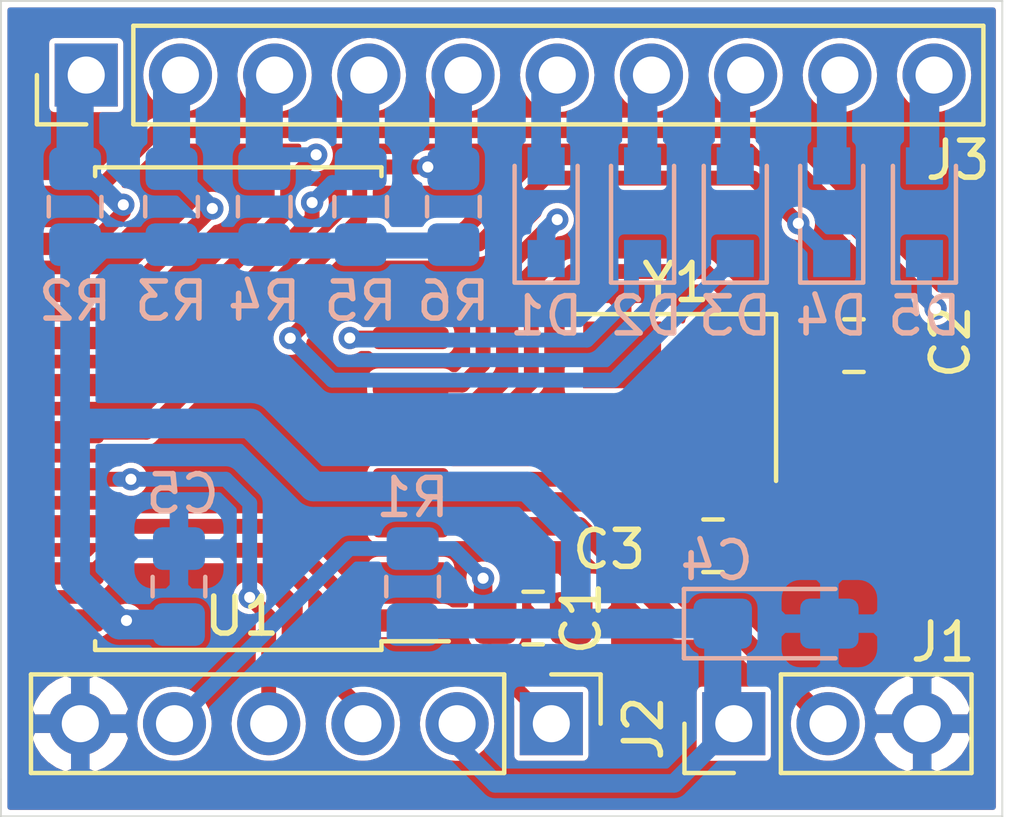
<source format=kicad_pcb>
(kicad_pcb (version 20171130) (host pcbnew 5.1.2-f72e74a~84~ubuntu18.04.1)

  (general
    (thickness 0.8)
    (drawings 10)
    (tracks 176)
    (zones 0)
    (modules 21)
    (nets 25)
  )

  (page A4)
  (layers
    (0 F.Cu signal)
    (31 B.Cu signal)
    (32 B.Adhes user hide)
    (33 F.Adhes user hide)
    (34 B.Paste user hide)
    (35 F.Paste user hide)
    (36 B.SilkS user)
    (37 F.SilkS user)
    (38 B.Mask user hide)
    (39 F.Mask user hide)
    (40 Dwgs.User user hide)
    (41 Cmts.User user hide)
    (42 Eco1.User user hide)
    (43 Eco2.User user hide)
    (44 Edge.Cuts user)
    (45 Margin user hide)
    (46 B.CrtYd user hide)
    (47 F.CrtYd user hide)
    (48 B.Fab user hide)
    (49 F.Fab user hide)
  )

  (setup
    (last_trace_width 0.15)
    (user_trace_width 0.15)
    (user_trace_width 0.2)
    (user_trace_width 0.3)
    (user_trace_width 0.4)
    (user_trace_width 0.5)
    (user_trace_width 0.7)
    (user_trace_width 0.8)
    (user_trace_width 1)
    (trace_clearance 0.15)
    (zone_clearance 0.508)
    (zone_45_only no)
    (trace_min 0.15)
    (via_size 0.6)
    (via_drill 0.3)
    (via_min_size 0.6)
    (via_min_drill 0.3)
    (blind_buried_vias_allowed yes)
    (uvia_size 0.6)
    (uvia_drill 0.3)
    (uvias_allowed yes)
    (uvia_min_size 0.6)
    (uvia_min_drill 0.3)
    (edge_width 0.05)
    (segment_width 0.15)
    (pcb_text_width 0.3)
    (pcb_text_size 1.5 1.5)
    (mod_edge_width 0.12)
    (mod_text_size 1 1)
    (mod_text_width 0.15)
    (pad_size 1.524 1.524)
    (pad_drill 0.762)
    (pad_to_mask_clearance 0.051)
    (solder_mask_min_width 0.25)
    (aux_axis_origin 197 107)
    (visible_elements FFFFFF7F)
    (pcbplotparams
      (layerselection 0x010fc_ffffffff)
      (usegerberextensions false)
      (usegerberattributes false)
      (usegerberadvancedattributes false)
      (creategerberjobfile false)
      (excludeedgelayer true)
      (linewidth 0.020000)
      (plotframeref false)
      (viasonmask false)
      (mode 1)
      (useauxorigin false)
      (hpglpennumber 1)
      (hpglpenspeed 20)
      (hpglpendiameter 15.000000)
      (psnegative false)
      (psa4output false)
      (plotreference true)
      (plotvalue true)
      (plotinvisibletext false)
      (padsonsilk false)
      (subtractmaskfromsilk true)
      (outputformat 1)
      (mirror false)
      (drillshape 0)
      (scaleselection 1)
      (outputdirectory "gerber/"))
  )

  (net 0 "")
  (net 1 GND)
  (net 2 /RESET)
  (net 3 /XTAL1)
  (net 4 /XTAL2)
  (net 5 +5V)
  (net 6 /BC0)
  (net 7 "Net-(D1-Pad2)")
  (net 8 "Net-(D2-Pad2)")
  (net 9 /BC1)
  (net 10 /BC2)
  (net 11 "Net-(D3-Pad2)")
  (net 12 "Net-(D4-Pad2)")
  (net 13 /BC3)
  (net 14 /BC4)
  (net 15 "Net-(D5-Pad2)")
  (net 16 /TX)
  (net 17 /MISO)
  (net 18 /SCK)
  (net 19 /MOSI)
  (net 20 /BR0)
  (net 21 /BR1)
  (net 22 /BR2)
  (net 23 /BR3)
  (net 24 /BR4)

  (net_class Default "Это класс цепей по умолчанию."
    (clearance 0.15)
    (trace_width 0.15)
    (via_dia 0.6)
    (via_drill 0.3)
    (uvia_dia 0.6)
    (uvia_drill 0.3)
    (diff_pair_width 0.15)
    (diff_pair_gap 0.15)
    (add_net +5V)
    (add_net /BC0)
    (add_net /BC1)
    (add_net /BC2)
    (add_net /BC3)
    (add_net /BC4)
    (add_net /BR0)
    (add_net /BR1)
    (add_net /BR2)
    (add_net /BR3)
    (add_net /BR4)
    (add_net /MISO)
    (add_net /MOSI)
    (add_net /RESET)
    (add_net /SCK)
    (add_net /TX)
    (add_net /XTAL1)
    (add_net /XTAL2)
    (add_net GND)
    (add_net "Net-(D1-Pad2)")
    (add_net "Net-(D2-Pad2)")
    (add_net "Net-(D3-Pad2)")
    (add_net "Net-(D4-Pad2)")
    (add_net "Net-(D5-Pad2)")
  )

  (module Package_SO:SOIC-20W_7.5x12.8mm_P1.27mm (layer F.Cu) (tedit 5C97300E) (tstamp 5D08C3C2)
    (at 203.4 96 180)
    (descr "SOIC, 20 Pin (JEDEC MS-013AC, https://www.analog.com/media/en/package-pcb-resources/package/233848rw_20.pdf), generated with kicad-footprint-generator ipc_gullwing_generator.py")
    (tags "SOIC SO")
    (path /5D0608EC)
    (attr smd)
    (fp_text reference U1 (at -0.1 -5.6) (layer F.SilkS)
      (effects (font (size 1 1) (thickness 0.15)))
    )
    (fp_text value ATtiny2313-20SU (at 0 7.35) (layer F.Fab)
      (effects (font (size 1 1) (thickness 0.15)))
    )
    (fp_line (start 0 6.51) (end 3.86 6.51) (layer F.SilkS) (width 0.12))
    (fp_line (start 3.86 6.51) (end 3.86 6.275) (layer F.SilkS) (width 0.12))
    (fp_line (start 0 6.51) (end -3.86 6.51) (layer F.SilkS) (width 0.12))
    (fp_line (start -3.86 6.51) (end -3.86 6.275) (layer F.SilkS) (width 0.12))
    (fp_line (start 0 -6.51) (end 3.86 -6.51) (layer F.SilkS) (width 0.12))
    (fp_line (start 3.86 -6.51) (end 3.86 -6.275) (layer F.SilkS) (width 0.12))
    (fp_line (start 0 -6.51) (end -3.86 -6.51) (layer F.SilkS) (width 0.12))
    (fp_line (start -3.86 -6.51) (end -3.86 -6.275) (layer F.SilkS) (width 0.12))
    (fp_line (start -3.86 -6.275) (end -5.675 -6.275) (layer F.SilkS) (width 0.12))
    (fp_line (start -2.75 -6.4) (end 3.75 -6.4) (layer F.Fab) (width 0.1))
    (fp_line (start 3.75 -6.4) (end 3.75 6.4) (layer F.Fab) (width 0.1))
    (fp_line (start 3.75 6.4) (end -3.75 6.4) (layer F.Fab) (width 0.1))
    (fp_line (start -3.75 6.4) (end -3.75 -5.4) (layer F.Fab) (width 0.1))
    (fp_line (start -3.75 -5.4) (end -2.75 -6.4) (layer F.Fab) (width 0.1))
    (fp_line (start -5.93 -6.65) (end -5.93 6.65) (layer F.CrtYd) (width 0.05))
    (fp_line (start -5.93 6.65) (end 5.93 6.65) (layer F.CrtYd) (width 0.05))
    (fp_line (start 5.93 6.65) (end 5.93 -6.65) (layer F.CrtYd) (width 0.05))
    (fp_line (start 5.93 -6.65) (end -5.93 -6.65) (layer F.CrtYd) (width 0.05))
    (fp_text user %R (at 0 0) (layer F.Fab)
      (effects (font (size 1 1) (thickness 0.15)))
    )
    (pad 1 smd roundrect (at -4.65 -5.715 180) (size 2.05 0.6) (layers F.Cu F.Paste F.Mask) (roundrect_rratio 0.25)
      (net 2 /RESET))
    (pad 2 smd roundrect (at -4.65 -4.445 180) (size 2.05 0.6) (layers F.Cu F.Paste F.Mask) (roundrect_rratio 0.25))
    (pad 3 smd roundrect (at -4.65 -3.175 180) (size 2.05 0.6) (layers F.Cu F.Paste F.Mask) (roundrect_rratio 0.25)
      (net 16 /TX))
    (pad 4 smd roundrect (at -4.65 -1.905 180) (size 2.05 0.6) (layers F.Cu F.Paste F.Mask) (roundrect_rratio 0.25)
      (net 4 /XTAL2))
    (pad 5 smd roundrect (at -4.65 -0.635 180) (size 2.05 0.6) (layers F.Cu F.Paste F.Mask) (roundrect_rratio 0.25)
      (net 3 /XTAL1))
    (pad 6 smd roundrect (at -4.65 0.635 180) (size 2.05 0.6) (layers F.Cu F.Paste F.Mask) (roundrect_rratio 0.25)
      (net 6 /BC0))
    (pad 7 smd roundrect (at -4.65 1.905 180) (size 2.05 0.6) (layers F.Cu F.Paste F.Mask) (roundrect_rratio 0.25)
      (net 9 /BC1))
    (pad 8 smd roundrect (at -4.65 3.175 180) (size 2.05 0.6) (layers F.Cu F.Paste F.Mask) (roundrect_rratio 0.25)
      (net 10 /BC2))
    (pad 9 smd roundrect (at -4.65 4.445 180) (size 2.05 0.6) (layers F.Cu F.Paste F.Mask) (roundrect_rratio 0.25)
      (net 13 /BC3))
    (pad 10 smd roundrect (at -4.65 5.715 180) (size 2.05 0.6) (layers F.Cu F.Paste F.Mask) (roundrect_rratio 0.25)
      (net 1 GND))
    (pad 11 smd roundrect (at 4.65 5.715 180) (size 2.05 0.6) (layers F.Cu F.Paste F.Mask) (roundrect_rratio 0.25)
      (net 14 /BC4))
    (pad 12 smd roundrect (at 4.65 4.445 180) (size 2.05 0.6) (layers F.Cu F.Paste F.Mask) (roundrect_rratio 0.25)
      (net 20 /BR0))
    (pad 13 smd roundrect (at 4.65 3.175 180) (size 2.05 0.6) (layers F.Cu F.Paste F.Mask) (roundrect_rratio 0.25)
      (net 21 /BR1))
    (pad 14 smd roundrect (at 4.65 1.905 180) (size 2.05 0.6) (layers F.Cu F.Paste F.Mask) (roundrect_rratio 0.25)
      (net 22 /BR2))
    (pad 15 smd roundrect (at 4.65 0.635 180) (size 2.05 0.6) (layers F.Cu F.Paste F.Mask) (roundrect_rratio 0.25)
      (net 23 /BR3))
    (pad 16 smd roundrect (at 4.65 -0.635 180) (size 2.05 0.6) (layers F.Cu F.Paste F.Mask) (roundrect_rratio 0.25)
      (net 24 /BR4))
    (pad 17 smd roundrect (at 4.65 -1.905 180) (size 2.05 0.6) (layers F.Cu F.Paste F.Mask) (roundrect_rratio 0.25)
      (net 19 /MOSI))
    (pad 18 smd roundrect (at 4.65 -3.175 180) (size 2.05 0.6) (layers F.Cu F.Paste F.Mask) (roundrect_rratio 0.25)
      (net 17 /MISO))
    (pad 19 smd roundrect (at 4.65 -4.445 180) (size 2.05 0.6) (layers F.Cu F.Paste F.Mask) (roundrect_rratio 0.25)
      (net 18 /SCK))
    (pad 20 smd roundrect (at 4.65 -5.715 180) (size 2.05 0.6) (layers F.Cu F.Paste F.Mask) (roundrect_rratio 0.25)
      (net 5 +5V))
    (model ${KISYS3DMOD}/Package_SO.3dshapes/SOIC-20W_7.5x12.8mm_P1.27mm.wrl
      (at (xyz 0 0 0))
      (scale (xyz 1 1 1))
      (rotate (xyz 0 0 0))
    )
  )

  (module Capacitor_SMD:C_0805_2012Metric_Pad1.15x1.40mm_HandSolder (layer B.Cu) (tedit 5B36C52B) (tstamp 5D08C26A)
    (at 201.8 100.8 270)
    (descr "Capacitor SMD 0805 (2012 Metric), square (rectangular) end terminal, IPC_7351 nominal with elongated pad for handsoldering. (Body size source: https://docs.google.com/spreadsheets/d/1BsfQQcO9C6DZCsRaXUlFlo91Tg2WpOkGARC1WS5S8t0/edit?usp=sharing), generated with kicad-footprint-generator")
    (tags "capacitor handsolder")
    (path /5D155F4A)
    (attr smd)
    (fp_text reference C5 (at -2.5 -0.1 180) (layer B.SilkS)
      (effects (font (size 1 1) (thickness 0.15)) (justify mirror))
    )
    (fp_text value "0.1 мкФ" (at 0 -1.65 90) (layer B.Fab)
      (effects (font (size 1 1) (thickness 0.15)) (justify mirror))
    )
    (fp_line (start -1 -0.6) (end -1 0.6) (layer B.Fab) (width 0.1))
    (fp_line (start -1 0.6) (end 1 0.6) (layer B.Fab) (width 0.1))
    (fp_line (start 1 0.6) (end 1 -0.6) (layer B.Fab) (width 0.1))
    (fp_line (start 1 -0.6) (end -1 -0.6) (layer B.Fab) (width 0.1))
    (fp_line (start -0.261252 0.71) (end 0.261252 0.71) (layer B.SilkS) (width 0.12))
    (fp_line (start -0.261252 -0.71) (end 0.261252 -0.71) (layer B.SilkS) (width 0.12))
    (fp_line (start -1.85 -0.95) (end -1.85 0.95) (layer B.CrtYd) (width 0.05))
    (fp_line (start -1.85 0.95) (end 1.85 0.95) (layer B.CrtYd) (width 0.05))
    (fp_line (start 1.85 0.95) (end 1.85 -0.95) (layer B.CrtYd) (width 0.05))
    (fp_line (start 1.85 -0.95) (end -1.85 -0.95) (layer B.CrtYd) (width 0.05))
    (fp_text user %R (at 0 0 90) (layer B.Fab)
      (effects (font (size 0.5 0.5) (thickness 0.08)) (justify mirror))
    )
    (pad 1 smd roundrect (at -1.025 0 270) (size 1.15 1.4) (layers B.Cu B.Paste B.Mask) (roundrect_rratio 0.217391)
      (net 1 GND))
    (pad 2 smd roundrect (at 1.025 0 270) (size 1.15 1.4) (layers B.Cu B.Paste B.Mask) (roundrect_rratio 0.217391)
      (net 5 +5V))
    (model ${KISYS3DMOD}/Capacitor_SMD.3dshapes/C_0805_2012Metric.wrl
      (at (xyz 0 0 0))
      (scale (xyz 1 1 1))
      (rotate (xyz 0 0 0))
    )
  )

  (module Capacitor_SMD:C_0805_2012Metric_Pad1.15x1.40mm_HandSolder (layer F.Cu) (tedit 5B36C52B) (tstamp 5D08C224)
    (at 211.35 101.65)
    (descr "Capacitor SMD 0805 (2012 Metric), square (rectangular) end terminal, IPC_7351 nominal with elongated pad for handsoldering. (Body size source: https://docs.google.com/spreadsheets/d/1BsfQQcO9C6DZCsRaXUlFlo91Tg2WpOkGARC1WS5S8t0/edit?usp=sharing), generated with kicad-footprint-generator")
    (tags "capacitor handsolder")
    (path /5D0DF9BE)
    (attr smd)
    (fp_text reference C1 (at 1.3 0 90) (layer F.SilkS)
      (effects (font (size 1 1) (thickness 0.15)))
    )
    (fp_text value "0.1 мкФ" (at 0 1.65) (layer F.Fab)
      (effects (font (size 1 1) (thickness 0.15)))
    )
    (fp_text user %R (at 0 0) (layer F.Fab)
      (effects (font (size 0.5 0.5) (thickness 0.08)))
    )
    (fp_line (start 1.85 0.95) (end -1.85 0.95) (layer F.CrtYd) (width 0.05))
    (fp_line (start 1.85 -0.95) (end 1.85 0.95) (layer F.CrtYd) (width 0.05))
    (fp_line (start -1.85 -0.95) (end 1.85 -0.95) (layer F.CrtYd) (width 0.05))
    (fp_line (start -1.85 0.95) (end -1.85 -0.95) (layer F.CrtYd) (width 0.05))
    (fp_line (start -0.261252 0.71) (end 0.261252 0.71) (layer F.SilkS) (width 0.12))
    (fp_line (start -0.261252 -0.71) (end 0.261252 -0.71) (layer F.SilkS) (width 0.12))
    (fp_line (start 1 0.6) (end -1 0.6) (layer F.Fab) (width 0.1))
    (fp_line (start 1 -0.6) (end 1 0.6) (layer F.Fab) (width 0.1))
    (fp_line (start -1 -0.6) (end 1 -0.6) (layer F.Fab) (width 0.1))
    (fp_line (start -1 0.6) (end -1 -0.6) (layer F.Fab) (width 0.1))
    (pad 2 smd roundrect (at 1.025 0) (size 1.15 1.4) (layers F.Cu F.Paste F.Mask) (roundrect_rratio 0.217391)
      (net 1 GND))
    (pad 1 smd roundrect (at -1.025 0) (size 1.15 1.4) (layers F.Cu F.Paste F.Mask) (roundrect_rratio 0.217391)
      (net 2 /RESET))
    (model ${KISYS3DMOD}/Capacitor_SMD.3dshapes/C_0805_2012Metric.wrl
      (at (xyz 0 0 0))
      (scale (xyz 1 1 1))
      (rotate (xyz 0 0 0))
    )
  )

  (module Capacitor_SMD:C_0805_2012Metric_Pad1.15x1.40mm_HandSolder (layer F.Cu) (tedit 5B36C52B) (tstamp 5D08C235)
    (at 220 94.3)
    (descr "Capacitor SMD 0805 (2012 Metric), square (rectangular) end terminal, IPC_7351 nominal with elongated pad for handsoldering. (Body size source: https://docs.google.com/spreadsheets/d/1BsfQQcO9C6DZCsRaXUlFlo91Tg2WpOkGARC1WS5S8t0/edit?usp=sharing), generated with kicad-footprint-generator")
    (tags "capacitor handsolder")
    (path /5D0895FE)
    (attr smd)
    (fp_text reference C2 (at 2.6 -0.1 270) (layer F.SilkS)
      (effects (font (size 1 1) (thickness 0.15)))
    )
    (fp_text value "22 пФ" (at 0 1.65) (layer F.Fab)
      (effects (font (size 1 1) (thickness 0.15)))
    )
    (fp_line (start -1 0.6) (end -1 -0.6) (layer F.Fab) (width 0.1))
    (fp_line (start -1 -0.6) (end 1 -0.6) (layer F.Fab) (width 0.1))
    (fp_line (start 1 -0.6) (end 1 0.6) (layer F.Fab) (width 0.1))
    (fp_line (start 1 0.6) (end -1 0.6) (layer F.Fab) (width 0.1))
    (fp_line (start -0.261252 -0.71) (end 0.261252 -0.71) (layer F.SilkS) (width 0.12))
    (fp_line (start -0.261252 0.71) (end 0.261252 0.71) (layer F.SilkS) (width 0.12))
    (fp_line (start -1.85 0.95) (end -1.85 -0.95) (layer F.CrtYd) (width 0.05))
    (fp_line (start -1.85 -0.95) (end 1.85 -0.95) (layer F.CrtYd) (width 0.05))
    (fp_line (start 1.85 -0.95) (end 1.85 0.95) (layer F.CrtYd) (width 0.05))
    (fp_line (start 1.85 0.95) (end -1.85 0.95) (layer F.CrtYd) (width 0.05))
    (fp_text user %R (at 0 0) (layer F.Fab)
      (effects (font (size 0.5 0.5) (thickness 0.08)))
    )
    (pad 1 smd roundrect (at -1.025 0) (size 1.15 1.4) (layers F.Cu F.Paste F.Mask) (roundrect_rratio 0.217391)
      (net 3 /XTAL1))
    (pad 2 smd roundrect (at 1.025 0) (size 1.15 1.4) (layers F.Cu F.Paste F.Mask) (roundrect_rratio 0.217391)
      (net 1 GND))
    (model ${KISYS3DMOD}/Capacitor_SMD.3dshapes/C_0805_2012Metric.wrl
      (at (xyz 0 0 0))
      (scale (xyz 1 1 1))
      (rotate (xyz 0 0 0))
    )
  )

  (module Capacitor_SMD:C_0805_2012Metric_Pad1.15x1.40mm_HandSolder (layer F.Cu) (tedit 5B36C52B) (tstamp 5D08C246)
    (at 216.2 99.7)
    (descr "Capacitor SMD 0805 (2012 Metric), square (rectangular) end terminal, IPC_7351 nominal with elongated pad for handsoldering. (Body size source: https://docs.google.com/spreadsheets/d/1BsfQQcO9C6DZCsRaXUlFlo91Tg2WpOkGARC1WS5S8t0/edit?usp=sharing), generated with kicad-footprint-generator")
    (tags "capacitor handsolder")
    (path /5D089166)
    (attr smd)
    (fp_text reference C3 (at -2.8 0.1) (layer F.SilkS)
      (effects (font (size 1 1) (thickness 0.15)))
    )
    (fp_text value "22 пФ" (at 0 1.65) (layer F.Fab)
      (effects (font (size 1 1) (thickness 0.15)))
    )
    (fp_text user %R (at 0 0) (layer F.Fab)
      (effects (font (size 0.5 0.5) (thickness 0.08)))
    )
    (fp_line (start 1.85 0.95) (end -1.85 0.95) (layer F.CrtYd) (width 0.05))
    (fp_line (start 1.85 -0.95) (end 1.85 0.95) (layer F.CrtYd) (width 0.05))
    (fp_line (start -1.85 -0.95) (end 1.85 -0.95) (layer F.CrtYd) (width 0.05))
    (fp_line (start -1.85 0.95) (end -1.85 -0.95) (layer F.CrtYd) (width 0.05))
    (fp_line (start -0.261252 0.71) (end 0.261252 0.71) (layer F.SilkS) (width 0.12))
    (fp_line (start -0.261252 -0.71) (end 0.261252 -0.71) (layer F.SilkS) (width 0.12))
    (fp_line (start 1 0.6) (end -1 0.6) (layer F.Fab) (width 0.1))
    (fp_line (start 1 -0.6) (end 1 0.6) (layer F.Fab) (width 0.1))
    (fp_line (start -1 -0.6) (end 1 -0.6) (layer F.Fab) (width 0.1))
    (fp_line (start -1 0.6) (end -1 -0.6) (layer F.Fab) (width 0.1))
    (pad 2 smd roundrect (at 1.025 0) (size 1.15 1.4) (layers F.Cu F.Paste F.Mask) (roundrect_rratio 0.217391)
      (net 1 GND))
    (pad 1 smd roundrect (at -1.025 0) (size 1.15 1.4) (layers F.Cu F.Paste F.Mask) (roundrect_rratio 0.217391)
      (net 4 /XTAL2))
    (model ${KISYS3DMOD}/Capacitor_SMD.3dshapes/C_0805_2012Metric.wrl
      (at (xyz 0 0 0))
      (scale (xyz 1 1 1))
      (rotate (xyz 0 0 0))
    )
  )

  (module Capacitor_Tantalum_SMD:CP_EIA-3216-18_Kemet-A_Pad1.58x1.35mm_HandSolder (layer B.Cu) (tedit 5B301BBE) (tstamp 5D08C259)
    (at 217.9 101.8)
    (descr "Tantalum Capacitor SMD Kemet-A (3216-18 Metric), IPC_7351 nominal, (Body size from: http://www.kemet.com/Lists/ProductCatalog/Attachments/253/KEM_TC101_STD.pdf), generated with kicad-footprint-generator")
    (tags "capacitor tantalum")
    (path /5D15526C)
    (attr smd)
    (fp_text reference C4 (at -1.6 -1.7) (layer B.SilkS)
      (effects (font (size 1 1) (thickness 0.15)) (justify mirror))
    )
    (fp_text value "10 мкФ" (at 0 -1.75) (layer B.Fab)
      (effects (font (size 1 1) (thickness 0.15)) (justify mirror))
    )
    (fp_line (start 1.6 0.8) (end -1.2 0.8) (layer B.Fab) (width 0.1))
    (fp_line (start -1.2 0.8) (end -1.6 0.4) (layer B.Fab) (width 0.1))
    (fp_line (start -1.6 0.4) (end -1.6 -0.8) (layer B.Fab) (width 0.1))
    (fp_line (start -1.6 -0.8) (end 1.6 -0.8) (layer B.Fab) (width 0.1))
    (fp_line (start 1.6 -0.8) (end 1.6 0.8) (layer B.Fab) (width 0.1))
    (fp_line (start 1.6 0.935) (end -2.485 0.935) (layer B.SilkS) (width 0.12))
    (fp_line (start -2.485 0.935) (end -2.485 -0.935) (layer B.SilkS) (width 0.12))
    (fp_line (start -2.485 -0.935) (end 1.6 -0.935) (layer B.SilkS) (width 0.12))
    (fp_line (start -2.48 -1.05) (end -2.48 1.05) (layer B.CrtYd) (width 0.05))
    (fp_line (start -2.48 1.05) (end 2.48 1.05) (layer B.CrtYd) (width 0.05))
    (fp_line (start 2.48 1.05) (end 2.48 -1.05) (layer B.CrtYd) (width 0.05))
    (fp_line (start 2.48 -1.05) (end -2.48 -1.05) (layer B.CrtYd) (width 0.05))
    (fp_text user %R (at 0 0) (layer B.Fab)
      (effects (font (size 0.8 0.8) (thickness 0.12)) (justify mirror))
    )
    (pad 1 smd roundrect (at -1.4375 0) (size 1.575 1.35) (layers B.Cu B.Paste B.Mask) (roundrect_rratio 0.185185)
      (net 5 +5V))
    (pad 2 smd roundrect (at 1.4375 0) (size 1.575 1.35) (layers B.Cu B.Paste B.Mask) (roundrect_rratio 0.185185)
      (net 1 GND))
    (model ${KISYS3DMOD}/Capacitor_Tantalum_SMD.3dshapes/CP_EIA-3216-18_Kemet-A.wrl
      (at (xyz 0 0 0))
      (scale (xyz 1 1 1))
      (rotate (xyz 0 0 0))
    )
  )

  (module Diode_SMD:D_SOD-323_HandSoldering locked (layer B.Cu) (tedit 58641869) (tstamp 5D08C282)
    (at 211.7 90.7 90)
    (descr SOD-323)
    (tags SOD-323)
    (path /5D168C64)
    (attr smd)
    (fp_text reference D1 (at -2.8 0 180) (layer B.SilkS)
      (effects (font (size 1 1) (thickness 0.15)) (justify mirror))
    )
    (fp_text value PESD5V0S1BA (at 0.1 -1.9 90) (layer B.Fab)
      (effects (font (size 1 1) (thickness 0.15)) (justify mirror))
    )
    (fp_text user %R (at 0 1.85 90) (layer B.Fab)
      (effects (font (size 1 1) (thickness 0.15)) (justify mirror))
    )
    (fp_line (start -1.9 0.85) (end -1.9 -0.85) (layer B.SilkS) (width 0.12))
    (fp_line (start 0.2 0) (end 0.45 0) (layer B.Fab) (width 0.1))
    (fp_line (start 0.2 -0.35) (end -0.3 0) (layer B.Fab) (width 0.1))
    (fp_line (start 0.2 0.35) (end 0.2 -0.35) (layer B.Fab) (width 0.1))
    (fp_line (start -0.3 0) (end 0.2 0.35) (layer B.Fab) (width 0.1))
    (fp_line (start -0.3 0) (end -0.5 0) (layer B.Fab) (width 0.1))
    (fp_line (start -0.3 0.35) (end -0.3 -0.35) (layer B.Fab) (width 0.1))
    (fp_line (start -0.9 -0.7) (end -0.9 0.7) (layer B.Fab) (width 0.1))
    (fp_line (start 0.9 -0.7) (end -0.9 -0.7) (layer B.Fab) (width 0.1))
    (fp_line (start 0.9 0.7) (end 0.9 -0.7) (layer B.Fab) (width 0.1))
    (fp_line (start -0.9 0.7) (end 0.9 0.7) (layer B.Fab) (width 0.1))
    (fp_line (start -2 0.95) (end 2 0.95) (layer B.CrtYd) (width 0.05))
    (fp_line (start 2 0.95) (end 2 -0.95) (layer B.CrtYd) (width 0.05))
    (fp_line (start -2 -0.95) (end 2 -0.95) (layer B.CrtYd) (width 0.05))
    (fp_line (start -2 0.95) (end -2 -0.95) (layer B.CrtYd) (width 0.05))
    (fp_line (start -1.9 -0.85) (end 1.25 -0.85) (layer B.SilkS) (width 0.12))
    (fp_line (start -1.9 0.85) (end 1.25 0.85) (layer B.SilkS) (width 0.12))
    (pad 1 smd rect (at -1.25 0 90) (size 1 1) (layers B.Cu B.Paste B.Mask)
      (net 6 /BC0))
    (pad 2 smd rect (at 1.25 0 90) (size 1 1) (layers B.Cu B.Paste B.Mask)
      (net 7 "Net-(D1-Pad2)"))
    (model ${KISYS3DMOD}/Diode_SMD.3dshapes/D_SOD-323.wrl
      (at (xyz 0 0 0))
      (scale (xyz 1 1 1))
      (rotate (xyz 0 0 0))
    )
  )

  (module Diode_SMD:D_SOD-323_HandSoldering locked (layer B.Cu) (tedit 58641869) (tstamp 5D08C29A)
    (at 214.3 90.7 90)
    (descr SOD-323)
    (tags SOD-323)
    (path /5D1692E9)
    (attr smd)
    (fp_text reference D2 (at -2.8 0.1 180) (layer B.SilkS)
      (effects (font (size 1 1) (thickness 0.15)) (justify mirror))
    )
    (fp_text value PESD5V0S1BA (at 0.1 -1.9 90) (layer B.Fab)
      (effects (font (size 1 1) (thickness 0.15)) (justify mirror))
    )
    (fp_line (start -1.9 0.85) (end 1.25 0.85) (layer B.SilkS) (width 0.12))
    (fp_line (start -1.9 -0.85) (end 1.25 -0.85) (layer B.SilkS) (width 0.12))
    (fp_line (start -2 0.95) (end -2 -0.95) (layer B.CrtYd) (width 0.05))
    (fp_line (start -2 -0.95) (end 2 -0.95) (layer B.CrtYd) (width 0.05))
    (fp_line (start 2 0.95) (end 2 -0.95) (layer B.CrtYd) (width 0.05))
    (fp_line (start -2 0.95) (end 2 0.95) (layer B.CrtYd) (width 0.05))
    (fp_line (start -0.9 0.7) (end 0.9 0.7) (layer B.Fab) (width 0.1))
    (fp_line (start 0.9 0.7) (end 0.9 -0.7) (layer B.Fab) (width 0.1))
    (fp_line (start 0.9 -0.7) (end -0.9 -0.7) (layer B.Fab) (width 0.1))
    (fp_line (start -0.9 -0.7) (end -0.9 0.7) (layer B.Fab) (width 0.1))
    (fp_line (start -0.3 0.35) (end -0.3 -0.35) (layer B.Fab) (width 0.1))
    (fp_line (start -0.3 0) (end -0.5 0) (layer B.Fab) (width 0.1))
    (fp_line (start -0.3 0) (end 0.2 0.35) (layer B.Fab) (width 0.1))
    (fp_line (start 0.2 0.35) (end 0.2 -0.35) (layer B.Fab) (width 0.1))
    (fp_line (start 0.2 -0.35) (end -0.3 0) (layer B.Fab) (width 0.1))
    (fp_line (start 0.2 0) (end 0.45 0) (layer B.Fab) (width 0.1))
    (fp_line (start -1.9 0.85) (end -1.9 -0.85) (layer B.SilkS) (width 0.12))
    (fp_text user %R (at 0 1.85 90) (layer B.Fab)
      (effects (font (size 1 1) (thickness 0.15)) (justify mirror))
    )
    (pad 2 smd rect (at 1.25 0 90) (size 1 1) (layers B.Cu B.Paste B.Mask)
      (net 8 "Net-(D2-Pad2)"))
    (pad 1 smd rect (at -1.25 0 90) (size 1 1) (layers B.Cu B.Paste B.Mask)
      (net 9 /BC1))
    (model ${KISYS3DMOD}/Diode_SMD.3dshapes/D_SOD-323.wrl
      (at (xyz 0 0 0))
      (scale (xyz 1 1 1))
      (rotate (xyz 0 0 0))
    )
  )

  (module Diode_SMD:D_SOD-323_HandSoldering locked (layer B.Cu) (tedit 58641869) (tstamp 5D08C2B2)
    (at 216.8 90.7 90)
    (descr SOD-323)
    (tags SOD-323)
    (path /5D169A6D)
    (attr smd)
    (fp_text reference D3 (at -2.8 0 180) (layer B.SilkS)
      (effects (font (size 1 1) (thickness 0.15)) (justify mirror))
    )
    (fp_text value PESD5V0S1BA (at 0.1 -1.9 90) (layer B.Fab)
      (effects (font (size 1 1) (thickness 0.15)) (justify mirror))
    )
    (fp_text user %R (at 0 1.85 90) (layer B.Fab)
      (effects (font (size 1 1) (thickness 0.15)) (justify mirror))
    )
    (fp_line (start -1.9 0.85) (end -1.9 -0.85) (layer B.SilkS) (width 0.12))
    (fp_line (start 0.2 0) (end 0.45 0) (layer B.Fab) (width 0.1))
    (fp_line (start 0.2 -0.35) (end -0.3 0) (layer B.Fab) (width 0.1))
    (fp_line (start 0.2 0.35) (end 0.2 -0.35) (layer B.Fab) (width 0.1))
    (fp_line (start -0.3 0) (end 0.2 0.35) (layer B.Fab) (width 0.1))
    (fp_line (start -0.3 0) (end -0.5 0) (layer B.Fab) (width 0.1))
    (fp_line (start -0.3 0.35) (end -0.3 -0.35) (layer B.Fab) (width 0.1))
    (fp_line (start -0.9 -0.7) (end -0.9 0.7) (layer B.Fab) (width 0.1))
    (fp_line (start 0.9 -0.7) (end -0.9 -0.7) (layer B.Fab) (width 0.1))
    (fp_line (start 0.9 0.7) (end 0.9 -0.7) (layer B.Fab) (width 0.1))
    (fp_line (start -0.9 0.7) (end 0.9 0.7) (layer B.Fab) (width 0.1))
    (fp_line (start -2 0.95) (end 2 0.95) (layer B.CrtYd) (width 0.05))
    (fp_line (start 2 0.95) (end 2 -0.95) (layer B.CrtYd) (width 0.05))
    (fp_line (start -2 -0.95) (end 2 -0.95) (layer B.CrtYd) (width 0.05))
    (fp_line (start -2 0.95) (end -2 -0.95) (layer B.CrtYd) (width 0.05))
    (fp_line (start -1.9 -0.85) (end 1.25 -0.85) (layer B.SilkS) (width 0.12))
    (fp_line (start -1.9 0.85) (end 1.25 0.85) (layer B.SilkS) (width 0.12))
    (pad 1 smd rect (at -1.25 0 90) (size 1 1) (layers B.Cu B.Paste B.Mask)
      (net 10 /BC2))
    (pad 2 smd rect (at 1.25 0 90) (size 1 1) (layers B.Cu B.Paste B.Mask)
      (net 11 "Net-(D3-Pad2)"))
    (model ${KISYS3DMOD}/Diode_SMD.3dshapes/D_SOD-323.wrl
      (at (xyz 0 0 0))
      (scale (xyz 1 1 1))
      (rotate (xyz 0 0 0))
    )
  )

  (module Diode_SMD:D_SOD-323_HandSoldering locked (layer B.Cu) (tedit 58641869) (tstamp 5D08C2CA)
    (at 219.4 90.7 90)
    (descr SOD-323)
    (tags SOD-323)
    (path /5D169F7C)
    (attr smd)
    (fp_text reference D4 (at -2.8 0 180) (layer B.SilkS)
      (effects (font (size 1 1) (thickness 0.15)) (justify mirror))
    )
    (fp_text value PESD5V0S1BA (at 0.1 -1.9 90) (layer B.Fab)
      (effects (font (size 1 1) (thickness 0.15)) (justify mirror))
    )
    (fp_line (start -1.9 0.85) (end 1.25 0.85) (layer B.SilkS) (width 0.12))
    (fp_line (start -1.9 -0.85) (end 1.25 -0.85) (layer B.SilkS) (width 0.12))
    (fp_line (start -2 0.95) (end -2 -0.95) (layer B.CrtYd) (width 0.05))
    (fp_line (start -2 -0.95) (end 2 -0.95) (layer B.CrtYd) (width 0.05))
    (fp_line (start 2 0.95) (end 2 -0.95) (layer B.CrtYd) (width 0.05))
    (fp_line (start -2 0.95) (end 2 0.95) (layer B.CrtYd) (width 0.05))
    (fp_line (start -0.9 0.7) (end 0.9 0.7) (layer B.Fab) (width 0.1))
    (fp_line (start 0.9 0.7) (end 0.9 -0.7) (layer B.Fab) (width 0.1))
    (fp_line (start 0.9 -0.7) (end -0.9 -0.7) (layer B.Fab) (width 0.1))
    (fp_line (start -0.9 -0.7) (end -0.9 0.7) (layer B.Fab) (width 0.1))
    (fp_line (start -0.3 0.35) (end -0.3 -0.35) (layer B.Fab) (width 0.1))
    (fp_line (start -0.3 0) (end -0.5 0) (layer B.Fab) (width 0.1))
    (fp_line (start -0.3 0) (end 0.2 0.35) (layer B.Fab) (width 0.1))
    (fp_line (start 0.2 0.35) (end 0.2 -0.35) (layer B.Fab) (width 0.1))
    (fp_line (start 0.2 -0.35) (end -0.3 0) (layer B.Fab) (width 0.1))
    (fp_line (start 0.2 0) (end 0.45 0) (layer B.Fab) (width 0.1))
    (fp_line (start -1.9 0.85) (end -1.9 -0.85) (layer B.SilkS) (width 0.12))
    (fp_text user %R (at 0 1.85 90) (layer B.Fab)
      (effects (font (size 1 1) (thickness 0.15)) (justify mirror))
    )
    (pad 2 smd rect (at 1.25 0 90) (size 1 1) (layers B.Cu B.Paste B.Mask)
      (net 12 "Net-(D4-Pad2)"))
    (pad 1 smd rect (at -1.25 0 90) (size 1 1) (layers B.Cu B.Paste B.Mask)
      (net 13 /BC3))
    (model ${KISYS3DMOD}/Diode_SMD.3dshapes/D_SOD-323.wrl
      (at (xyz 0 0 0))
      (scale (xyz 1 1 1))
      (rotate (xyz 0 0 0))
    )
  )

  (module Diode_SMD:D_SOD-323_HandSoldering (layer B.Cu) (tedit 58641869) (tstamp 5D08C2E2)
    (at 221.9 90.7 90)
    (descr SOD-323)
    (tags SOD-323)
    (path /5D16A16F)
    (attr smd)
    (fp_text reference D5 (at -2.8 0) (layer B.SilkS)
      (effects (font (size 1 1) (thickness 0.15)) (justify mirror))
    )
    (fp_text value PESD5V0S1BA (at 0.1 -1.9 270) (layer B.Fab)
      (effects (font (size 1 1) (thickness 0.15)) (justify mirror))
    )
    (fp_text user %R (at 0 1.85 270) (layer B.Fab)
      (effects (font (size 1 1) (thickness 0.15)) (justify mirror))
    )
    (fp_line (start -1.9 0.85) (end -1.9 -0.85) (layer B.SilkS) (width 0.12))
    (fp_line (start 0.2 0) (end 0.45 0) (layer B.Fab) (width 0.1))
    (fp_line (start 0.2 -0.35) (end -0.3 0) (layer B.Fab) (width 0.1))
    (fp_line (start 0.2 0.35) (end 0.2 -0.35) (layer B.Fab) (width 0.1))
    (fp_line (start -0.3 0) (end 0.2 0.35) (layer B.Fab) (width 0.1))
    (fp_line (start -0.3 0) (end -0.5 0) (layer B.Fab) (width 0.1))
    (fp_line (start -0.3 0.35) (end -0.3 -0.35) (layer B.Fab) (width 0.1))
    (fp_line (start -0.9 -0.7) (end -0.9 0.7) (layer B.Fab) (width 0.1))
    (fp_line (start 0.9 -0.7) (end -0.9 -0.7) (layer B.Fab) (width 0.1))
    (fp_line (start 0.9 0.7) (end 0.9 -0.7) (layer B.Fab) (width 0.1))
    (fp_line (start -0.9 0.7) (end 0.9 0.7) (layer B.Fab) (width 0.1))
    (fp_line (start -2 0.95) (end 2 0.95) (layer B.CrtYd) (width 0.05))
    (fp_line (start 2 0.95) (end 2 -0.95) (layer B.CrtYd) (width 0.05))
    (fp_line (start -2 -0.95) (end 2 -0.95) (layer B.CrtYd) (width 0.05))
    (fp_line (start -2 0.95) (end -2 -0.95) (layer B.CrtYd) (width 0.05))
    (fp_line (start -1.9 -0.85) (end 1.25 -0.85) (layer B.SilkS) (width 0.12))
    (fp_line (start -1.9 0.85) (end 1.25 0.85) (layer B.SilkS) (width 0.12))
    (pad 1 smd rect (at -1.25 0 90) (size 1 1) (layers B.Cu B.Paste B.Mask)
      (net 14 /BC4))
    (pad 2 smd rect (at 1.25 0 90) (size 1 1) (layers B.Cu B.Paste B.Mask)
      (net 15 "Net-(D5-Pad2)"))
    (model ${KISYS3DMOD}/Diode_SMD.3dshapes/D_SOD-323.wrl
      (at (xyz 0 0 0))
      (scale (xyz 1 1 1))
      (rotate (xyz 0 0 0))
    )
  )

  (module Connector_PinHeader_2.54mm:PinHeader_1x03_P2.54mm_Vertical locked (layer F.Cu) (tedit 59FED5CC) (tstamp 5D08CCB4)
    (at 216.76 104.5 90)
    (descr "Through hole straight pin header, 1x03, 2.54mm pitch, single row")
    (tags "Through hole pin header THT 1x03 2.54mm single row")
    (path /5D0AB46C)
    (fp_text reference J1 (at 2.2 5.64 180) (layer F.SilkS)
      (effects (font (size 1 1) (thickness 0.15)))
    )
    (fp_text value DATA (at 0 7.41 90) (layer F.Fab)
      (effects (font (size 1 1) (thickness 0.15)))
    )
    (fp_line (start -0.635 -1.27) (end 1.27 -1.27) (layer F.Fab) (width 0.1))
    (fp_line (start 1.27 -1.27) (end 1.27 6.35) (layer F.Fab) (width 0.1))
    (fp_line (start 1.27 6.35) (end -1.27 6.35) (layer F.Fab) (width 0.1))
    (fp_line (start -1.27 6.35) (end -1.27 -0.635) (layer F.Fab) (width 0.1))
    (fp_line (start -1.27 -0.635) (end -0.635 -1.27) (layer F.Fab) (width 0.1))
    (fp_line (start -1.33 6.41) (end 1.33 6.41) (layer F.SilkS) (width 0.12))
    (fp_line (start -1.33 1.27) (end -1.33 6.41) (layer F.SilkS) (width 0.12))
    (fp_line (start 1.33 1.27) (end 1.33 6.41) (layer F.SilkS) (width 0.12))
    (fp_line (start -1.33 1.27) (end 1.33 1.27) (layer F.SilkS) (width 0.12))
    (fp_line (start -1.33 0) (end -1.33 -1.33) (layer F.SilkS) (width 0.12))
    (fp_line (start -1.33 -1.33) (end 0 -1.33) (layer F.SilkS) (width 0.12))
    (fp_line (start -1.8 -1.8) (end -1.8 6.85) (layer F.CrtYd) (width 0.05))
    (fp_line (start -1.8 6.85) (end 1.8 6.85) (layer F.CrtYd) (width 0.05))
    (fp_line (start 1.8 6.85) (end 1.8 -1.8) (layer F.CrtYd) (width 0.05))
    (fp_line (start 1.8 -1.8) (end -1.8 -1.8) (layer F.CrtYd) (width 0.05))
    (fp_text user %R (at 0 2.54) (layer F.Fab)
      (effects (font (size 1 1) (thickness 0.15)))
    )
    (pad 1 thru_hole rect (at 0 0 90) (size 1.7 1.7) (drill 1) (layers *.Cu *.Mask)
      (net 5 +5V))
    (pad 2 thru_hole oval (at 0 2.54 90) (size 1.7 1.7) (drill 1) (layers *.Cu *.Mask)
      (net 16 /TX))
    (pad 3 thru_hole oval (at 0 5.08 90) (size 1.7 1.7) (drill 1) (layers *.Cu *.Mask)
      (net 1 GND))
    (model ${KISYS3DMOD}/Connector_PinHeader_2.54mm.3dshapes/PinHeader_1x03_P2.54mm_Vertical.wrl
      (at (xyz 0 0 0))
      (scale (xyz 1 1 1))
      (rotate (xyz 0 0 0))
    )
  )

  (module Connector_PinHeader_2.54mm:PinHeader_1x06_P2.54mm_Vertical locked (layer F.Cu) (tedit 59FED5CC) (tstamp 5D08C313)
    (at 211.84 104.5 270)
    (descr "Through hole straight pin header, 1x06, 2.54mm pitch, single row")
    (tags "Through hole pin header THT 1x06 2.54mm single row")
    (path /5D0F8757)
    (fp_text reference J2 (at 0.125 -2.485 90) (layer F.SilkS)
      (effects (font (size 1 1) (thickness 0.15)))
    )
    (fp_text value AVR-ISP-6 (at 0 15.03 90) (layer F.Fab)
      (effects (font (size 1 1) (thickness 0.15)))
    )
    (fp_line (start -0.635 -1.27) (end 1.27 -1.27) (layer F.Fab) (width 0.1))
    (fp_line (start 1.27 -1.27) (end 1.27 13.97) (layer F.Fab) (width 0.1))
    (fp_line (start 1.27 13.97) (end -1.27 13.97) (layer F.Fab) (width 0.1))
    (fp_line (start -1.27 13.97) (end -1.27 -0.635) (layer F.Fab) (width 0.1))
    (fp_line (start -1.27 -0.635) (end -0.635 -1.27) (layer F.Fab) (width 0.1))
    (fp_line (start -1.33 14.03) (end 1.33 14.03) (layer F.SilkS) (width 0.12))
    (fp_line (start -1.33 1.27) (end -1.33 14.03) (layer F.SilkS) (width 0.12))
    (fp_line (start 1.33 1.27) (end 1.33 14.03) (layer F.SilkS) (width 0.12))
    (fp_line (start -1.33 1.27) (end 1.33 1.27) (layer F.SilkS) (width 0.12))
    (fp_line (start -1.33 0) (end -1.33 -1.33) (layer F.SilkS) (width 0.12))
    (fp_line (start -1.33 -1.33) (end 0 -1.33) (layer F.SilkS) (width 0.12))
    (fp_line (start -1.8 -1.8) (end -1.8 14.5) (layer F.CrtYd) (width 0.05))
    (fp_line (start -1.8 14.5) (end 1.8 14.5) (layer F.CrtYd) (width 0.05))
    (fp_line (start 1.8 14.5) (end 1.8 -1.8) (layer F.CrtYd) (width 0.05))
    (fp_line (start 1.8 -1.8) (end -1.8 -1.8) (layer F.CrtYd) (width 0.05))
    (fp_text user %R (at 0 6.35) (layer F.Fab)
      (effects (font (size 1 1) (thickness 0.15)))
    )
    (pad 1 thru_hole rect (at 0 0 270) (size 1.7 1.7) (drill 1) (layers *.Cu *.Mask)
      (net 17 /MISO))
    (pad 2 thru_hole oval (at 0 2.54 270) (size 1.7 1.7) (drill 1) (layers *.Cu *.Mask)
      (net 5 +5V))
    (pad 3 thru_hole oval (at 0 5.08 270) (size 1.7 1.7) (drill 1) (layers *.Cu *.Mask)
      (net 18 /SCK))
    (pad 4 thru_hole oval (at 0 7.62 270) (size 1.7 1.7) (drill 1) (layers *.Cu *.Mask)
      (net 19 /MOSI))
    (pad 5 thru_hole oval (at 0 10.16 270) (size 1.7 1.7) (drill 1) (layers *.Cu *.Mask)
      (net 2 /RESET))
    (pad 6 thru_hole oval (at 0 12.7 270) (size 1.7 1.7) (drill 1) (layers *.Cu *.Mask)
      (net 1 GND))
    (model ${KISYS3DMOD}/Connector_PinHeader_2.54mm.3dshapes/PinHeader_1x06_P2.54mm_Vertical.wrl
      (at (xyz 0 0 0))
      (scale (xyz 1 1 1))
      (rotate (xyz 0 0 0))
    )
  )

  (module Connector_PinHeader_2.54mm:PinHeader_1x10_P2.54mm_Vertical locked (layer F.Cu) (tedit 59FED5CC) (tstamp 5D08C7B6)
    (at 199.3 87 90)
    (descr "Through hole straight pin header, 1x10, 2.54mm pitch, single row")
    (tags "Through hole pin header THT 1x10 2.54mm single row")
    (path /5D0ABBD5)
    (fp_text reference J3 (at -2.3 23.5) (layer F.SilkS)
      (effects (font (size 1 1) (thickness 0.15)))
    )
    (fp_text value KEYBOARD (at 0 25.19 90) (layer F.Fab)
      (effects (font (size 1 1) (thickness 0.15)))
    )
    (fp_line (start -0.635 -1.27) (end 1.27 -1.27) (layer F.Fab) (width 0.1))
    (fp_line (start 1.27 -1.27) (end 1.27 24.13) (layer F.Fab) (width 0.1))
    (fp_line (start 1.27 24.13) (end -1.27 24.13) (layer F.Fab) (width 0.1))
    (fp_line (start -1.27 24.13) (end -1.27 -0.635) (layer F.Fab) (width 0.1))
    (fp_line (start -1.27 -0.635) (end -0.635 -1.27) (layer F.Fab) (width 0.1))
    (fp_line (start -1.33 24.19) (end 1.33 24.19) (layer F.SilkS) (width 0.12))
    (fp_line (start -1.33 1.27) (end -1.33 24.19) (layer F.SilkS) (width 0.12))
    (fp_line (start 1.33 1.27) (end 1.33 24.19) (layer F.SilkS) (width 0.12))
    (fp_line (start -1.33 1.27) (end 1.33 1.27) (layer F.SilkS) (width 0.12))
    (fp_line (start -1.33 0) (end -1.33 -1.33) (layer F.SilkS) (width 0.12))
    (fp_line (start -1.33 -1.33) (end 0 -1.33) (layer F.SilkS) (width 0.12))
    (fp_line (start -1.8 -1.8) (end -1.8 24.65) (layer F.CrtYd) (width 0.05))
    (fp_line (start -1.8 24.65) (end 1.8 24.65) (layer F.CrtYd) (width 0.05))
    (fp_line (start 1.8 24.65) (end 1.8 -1.8) (layer F.CrtYd) (width 0.05))
    (fp_line (start 1.8 -1.8) (end -1.8 -1.8) (layer F.CrtYd) (width 0.05))
    (fp_text user %R (at 0 11.43) (layer F.Fab)
      (effects (font (size 1 1) (thickness 0.15)))
    )
    (pad 1 thru_hole rect (at 0 0 90) (size 1.7 1.7) (drill 1) (layers *.Cu *.Mask)
      (net 20 /BR0))
    (pad 2 thru_hole oval (at 0 2.54 90) (size 1.7 1.7) (drill 1) (layers *.Cu *.Mask)
      (net 21 /BR1))
    (pad 3 thru_hole oval (at 0 5.08 90) (size 1.7 1.7) (drill 1) (layers *.Cu *.Mask)
      (net 22 /BR2))
    (pad 4 thru_hole oval (at 0 7.62 90) (size 1.7 1.7) (drill 1) (layers *.Cu *.Mask)
      (net 23 /BR3))
    (pad 5 thru_hole oval (at 0 10.16 90) (size 1.7 1.7) (drill 1) (layers *.Cu *.Mask)
      (net 24 /BR4))
    (pad 6 thru_hole oval (at 0 12.7 90) (size 1.7 1.7) (drill 1) (layers *.Cu *.Mask)
      (net 7 "Net-(D1-Pad2)"))
    (pad 7 thru_hole oval (at 0 15.24 90) (size 1.7 1.7) (drill 1) (layers *.Cu *.Mask)
      (net 8 "Net-(D2-Pad2)"))
    (pad 8 thru_hole oval (at 0 17.78 90) (size 1.7 1.7) (drill 1) (layers *.Cu *.Mask)
      (net 11 "Net-(D3-Pad2)"))
    (pad 9 thru_hole oval (at 0 20.32 90) (size 1.7 1.7) (drill 1) (layers *.Cu *.Mask)
      (net 12 "Net-(D4-Pad2)"))
    (pad 10 thru_hole oval (at 0 22.86 90) (size 1.7 1.7) (drill 1) (layers *.Cu *.Mask)
      (net 15 "Net-(D5-Pad2)"))
    (model ${KISYS3DMOD}/Connector_PinHeader_2.54mm.3dshapes/PinHeader_1x10_P2.54mm_Vertical.wrl
      (at (xyz 0 0 0))
      (scale (xyz 1 1 1))
      (rotate (xyz 0 0 0))
    )
  )

  (module Resistor_SMD:R_0805_2012Metric_Pad1.15x1.40mm_HandSolder (layer B.Cu) (tedit 5B36C52B) (tstamp 5D08C342)
    (at 208.1 100.8 90)
    (descr "Resistor SMD 0805 (2012 Metric), square (rectangular) end terminal, IPC_7351 nominal with elongated pad for handsoldering. (Body size source: https://docs.google.com/spreadsheets/d/1BsfQQcO9C6DZCsRaXUlFlo91Tg2WpOkGARC1WS5S8t0/edit?usp=sharing), generated with kicad-footprint-generator")
    (tags "resistor handsolder")
    (path /5D0EE461)
    (attr smd)
    (fp_text reference R1 (at 2.4 0) (layer B.SilkS)
      (effects (font (size 1 1) (thickness 0.15)) (justify mirror))
    )
    (fp_text value "10 кОм" (at 0 -1.65 270) (layer B.Fab)
      (effects (font (size 1 1) (thickness 0.15)) (justify mirror))
    )
    (fp_line (start -1 -0.6) (end -1 0.6) (layer B.Fab) (width 0.1))
    (fp_line (start -1 0.6) (end 1 0.6) (layer B.Fab) (width 0.1))
    (fp_line (start 1 0.6) (end 1 -0.6) (layer B.Fab) (width 0.1))
    (fp_line (start 1 -0.6) (end -1 -0.6) (layer B.Fab) (width 0.1))
    (fp_line (start -0.261252 0.71) (end 0.261252 0.71) (layer B.SilkS) (width 0.12))
    (fp_line (start -0.261252 -0.71) (end 0.261252 -0.71) (layer B.SilkS) (width 0.12))
    (fp_line (start -1.85 -0.95) (end -1.85 0.95) (layer B.CrtYd) (width 0.05))
    (fp_line (start -1.85 0.95) (end 1.85 0.95) (layer B.CrtYd) (width 0.05))
    (fp_line (start 1.85 0.95) (end 1.85 -0.95) (layer B.CrtYd) (width 0.05))
    (fp_line (start 1.85 -0.95) (end -1.85 -0.95) (layer B.CrtYd) (width 0.05))
    (fp_text user %R (at 0 0 270) (layer B.Fab)
      (effects (font (size 0.5 0.5) (thickness 0.08)) (justify mirror))
    )
    (pad 1 smd roundrect (at -1.025 0 90) (size 1.15 1.4) (layers B.Cu B.Paste B.Mask) (roundrect_rratio 0.217391)
      (net 5 +5V))
    (pad 2 smd roundrect (at 1.025 0 90) (size 1.15 1.4) (layers B.Cu B.Paste B.Mask) (roundrect_rratio 0.217391)
      (net 2 /RESET))
    (model ${KISYS3DMOD}/Resistor_SMD.3dshapes/R_0805_2012Metric.wrl
      (at (xyz 0 0 0))
      (scale (xyz 1 1 1))
      (rotate (xyz 0 0 0))
    )
  )

  (module Resistor_SMD:R_0805_2012Metric_Pad1.15x1.40mm_HandSolder locked (layer B.Cu) (tedit 5B36C52B) (tstamp 5D08C353)
    (at 199 90.55 270)
    (descr "Resistor SMD 0805 (2012 Metric), square (rectangular) end terminal, IPC_7351 nominal with elongated pad for handsoldering. (Body size source: https://docs.google.com/spreadsheets/d/1BsfQQcO9C6DZCsRaXUlFlo91Tg2WpOkGARC1WS5S8t0/edit?usp=sharing), generated with kicad-footprint-generator")
    (tags "resistor handsolder")
    (path /5D0DD704)
    (attr smd)
    (fp_text reference R2 (at 2.55 0 180) (layer B.SilkS)
      (effects (font (size 1 1) (thickness 0.15)) (justify mirror))
    )
    (fp_text value "10 кОм" (at 0 -1.65 90) (layer B.Fab)
      (effects (font (size 1 1) (thickness 0.15)) (justify mirror))
    )
    (fp_text user %R (at 0 0 90) (layer B.Fab)
      (effects (font (size 0.5 0.5) (thickness 0.08)) (justify mirror))
    )
    (fp_line (start 1.85 -0.95) (end -1.85 -0.95) (layer B.CrtYd) (width 0.05))
    (fp_line (start 1.85 0.95) (end 1.85 -0.95) (layer B.CrtYd) (width 0.05))
    (fp_line (start -1.85 0.95) (end 1.85 0.95) (layer B.CrtYd) (width 0.05))
    (fp_line (start -1.85 -0.95) (end -1.85 0.95) (layer B.CrtYd) (width 0.05))
    (fp_line (start -0.261252 -0.71) (end 0.261252 -0.71) (layer B.SilkS) (width 0.12))
    (fp_line (start -0.261252 0.71) (end 0.261252 0.71) (layer B.SilkS) (width 0.12))
    (fp_line (start 1 -0.6) (end -1 -0.6) (layer B.Fab) (width 0.1))
    (fp_line (start 1 0.6) (end 1 -0.6) (layer B.Fab) (width 0.1))
    (fp_line (start -1 0.6) (end 1 0.6) (layer B.Fab) (width 0.1))
    (fp_line (start -1 -0.6) (end -1 0.6) (layer B.Fab) (width 0.1))
    (pad 2 smd roundrect (at 1.025 0 270) (size 1.15 1.4) (layers B.Cu B.Paste B.Mask) (roundrect_rratio 0.217391)
      (net 5 +5V))
    (pad 1 smd roundrect (at -1.025 0 270) (size 1.15 1.4) (layers B.Cu B.Paste B.Mask) (roundrect_rratio 0.217391)
      (net 20 /BR0))
    (model ${KISYS3DMOD}/Resistor_SMD.3dshapes/R_0805_2012Metric.wrl
      (at (xyz 0 0 0))
      (scale (xyz 1 1 1))
      (rotate (xyz 0 0 0))
    )
  )

  (module Resistor_SMD:R_0805_2012Metric_Pad1.15x1.40mm_HandSolder locked (layer B.Cu) (tedit 5B36C52B) (tstamp 5D08C364)
    (at 201.6 90.55 270)
    (descr "Resistor SMD 0805 (2012 Metric), square (rectangular) end terminal, IPC_7351 nominal with elongated pad for handsoldering. (Body size source: https://docs.google.com/spreadsheets/d/1BsfQQcO9C6DZCsRaXUlFlo91Tg2WpOkGARC1WS5S8t0/edit?usp=sharing), generated with kicad-footprint-generator")
    (tags "resistor handsolder")
    (path /5D109817)
    (attr smd)
    (fp_text reference R3 (at 2.55 0 180) (layer B.SilkS)
      (effects (font (size 1 1) (thickness 0.15)) (justify mirror))
    )
    (fp_text value "10 кОм" (at 0 -1.65 90) (layer B.Fab)
      (effects (font (size 1 1) (thickness 0.15)) (justify mirror))
    )
    (fp_line (start -1 -0.6) (end -1 0.6) (layer B.Fab) (width 0.1))
    (fp_line (start -1 0.6) (end 1 0.6) (layer B.Fab) (width 0.1))
    (fp_line (start 1 0.6) (end 1 -0.6) (layer B.Fab) (width 0.1))
    (fp_line (start 1 -0.6) (end -1 -0.6) (layer B.Fab) (width 0.1))
    (fp_line (start -0.261252 0.71) (end 0.261252 0.71) (layer B.SilkS) (width 0.12))
    (fp_line (start -0.261252 -0.71) (end 0.261252 -0.71) (layer B.SilkS) (width 0.12))
    (fp_line (start -1.85 -0.95) (end -1.85 0.95) (layer B.CrtYd) (width 0.05))
    (fp_line (start -1.85 0.95) (end 1.85 0.95) (layer B.CrtYd) (width 0.05))
    (fp_line (start 1.85 0.95) (end 1.85 -0.95) (layer B.CrtYd) (width 0.05))
    (fp_line (start 1.85 -0.95) (end -1.85 -0.95) (layer B.CrtYd) (width 0.05))
    (fp_text user %R (at 0 0 90) (layer B.Fab)
      (effects (font (size 0.5 0.5) (thickness 0.08)) (justify mirror))
    )
    (pad 1 smd roundrect (at -1.025 0 270) (size 1.15 1.4) (layers B.Cu B.Paste B.Mask) (roundrect_rratio 0.217391)
      (net 21 /BR1))
    (pad 2 smd roundrect (at 1.025 0 270) (size 1.15 1.4) (layers B.Cu B.Paste B.Mask) (roundrect_rratio 0.217391)
      (net 5 +5V))
    (model ${KISYS3DMOD}/Resistor_SMD.3dshapes/R_0805_2012Metric.wrl
      (at (xyz 0 0 0))
      (scale (xyz 1 1 1))
      (rotate (xyz 0 0 0))
    )
  )

  (module Resistor_SMD:R_0805_2012Metric_Pad1.15x1.40mm_HandSolder locked (layer B.Cu) (tedit 5B36C52B) (tstamp 5D08C375)
    (at 204.1 90.55 270)
    (descr "Resistor SMD 0805 (2012 Metric), square (rectangular) end terminal, IPC_7351 nominal with elongated pad for handsoldering. (Body size source: https://docs.google.com/spreadsheets/d/1BsfQQcO9C6DZCsRaXUlFlo91Tg2WpOkGARC1WS5S8t0/edit?usp=sharing), generated with kicad-footprint-generator")
    (tags "resistor handsolder")
    (path /5D109B0B)
    (attr smd)
    (fp_text reference R4 (at 2.55 0 180) (layer B.SilkS)
      (effects (font (size 1 1) (thickness 0.15)) (justify mirror))
    )
    (fp_text value "10 кОм" (at 0 -1.65 90) (layer B.Fab)
      (effects (font (size 1 1) (thickness 0.15)) (justify mirror))
    )
    (fp_text user %R (at 0 0 90) (layer B.Fab)
      (effects (font (size 0.5 0.5) (thickness 0.08)) (justify mirror))
    )
    (fp_line (start 1.85 -0.95) (end -1.85 -0.95) (layer B.CrtYd) (width 0.05))
    (fp_line (start 1.85 0.95) (end 1.85 -0.95) (layer B.CrtYd) (width 0.05))
    (fp_line (start -1.85 0.95) (end 1.85 0.95) (layer B.CrtYd) (width 0.05))
    (fp_line (start -1.85 -0.95) (end -1.85 0.95) (layer B.CrtYd) (width 0.05))
    (fp_line (start -0.261252 -0.71) (end 0.261252 -0.71) (layer B.SilkS) (width 0.12))
    (fp_line (start -0.261252 0.71) (end 0.261252 0.71) (layer B.SilkS) (width 0.12))
    (fp_line (start 1 -0.6) (end -1 -0.6) (layer B.Fab) (width 0.1))
    (fp_line (start 1 0.6) (end 1 -0.6) (layer B.Fab) (width 0.1))
    (fp_line (start -1 0.6) (end 1 0.6) (layer B.Fab) (width 0.1))
    (fp_line (start -1 -0.6) (end -1 0.6) (layer B.Fab) (width 0.1))
    (pad 2 smd roundrect (at 1.025 0 270) (size 1.15 1.4) (layers B.Cu B.Paste B.Mask) (roundrect_rratio 0.217391)
      (net 5 +5V))
    (pad 1 smd roundrect (at -1.025 0 270) (size 1.15 1.4) (layers B.Cu B.Paste B.Mask) (roundrect_rratio 0.217391)
      (net 22 /BR2))
    (model ${KISYS3DMOD}/Resistor_SMD.3dshapes/R_0805_2012Metric.wrl
      (at (xyz 0 0 0))
      (scale (xyz 1 1 1))
      (rotate (xyz 0 0 0))
    )
  )

  (module Resistor_SMD:R_0805_2012Metric_Pad1.15x1.40mm_HandSolder locked (layer B.Cu) (tedit 5B36C52B) (tstamp 5D08C386)
    (at 206.7 90.55 270)
    (descr "Resistor SMD 0805 (2012 Metric), square (rectangular) end terminal, IPC_7351 nominal with elongated pad for handsoldering. (Body size source: https://docs.google.com/spreadsheets/d/1BsfQQcO9C6DZCsRaXUlFlo91Tg2WpOkGARC1WS5S8t0/edit?usp=sharing), generated with kicad-footprint-generator")
    (tags "resistor handsolder")
    (path /5D10A449)
    (attr smd)
    (fp_text reference R5 (at 2.55 0 180) (layer B.SilkS)
      (effects (font (size 1 1) (thickness 0.15)) (justify mirror))
    )
    (fp_text value "10 кОм" (at 0 -1.65 90) (layer B.Fab)
      (effects (font (size 1 1) (thickness 0.15)) (justify mirror))
    )
    (fp_line (start -1 -0.6) (end -1 0.6) (layer B.Fab) (width 0.1))
    (fp_line (start -1 0.6) (end 1 0.6) (layer B.Fab) (width 0.1))
    (fp_line (start 1 0.6) (end 1 -0.6) (layer B.Fab) (width 0.1))
    (fp_line (start 1 -0.6) (end -1 -0.6) (layer B.Fab) (width 0.1))
    (fp_line (start -0.261252 0.71) (end 0.261252 0.71) (layer B.SilkS) (width 0.12))
    (fp_line (start -0.261252 -0.71) (end 0.261252 -0.71) (layer B.SilkS) (width 0.12))
    (fp_line (start -1.85 -0.95) (end -1.85 0.95) (layer B.CrtYd) (width 0.05))
    (fp_line (start -1.85 0.95) (end 1.85 0.95) (layer B.CrtYd) (width 0.05))
    (fp_line (start 1.85 0.95) (end 1.85 -0.95) (layer B.CrtYd) (width 0.05))
    (fp_line (start 1.85 -0.95) (end -1.85 -0.95) (layer B.CrtYd) (width 0.05))
    (fp_text user %R (at 0 0 90) (layer B.Fab)
      (effects (font (size 0.5 0.5) (thickness 0.08)) (justify mirror))
    )
    (pad 1 smd roundrect (at -1.025 0 270) (size 1.15 1.4) (layers B.Cu B.Paste B.Mask) (roundrect_rratio 0.217391)
      (net 23 /BR3))
    (pad 2 smd roundrect (at 1.025 0 270) (size 1.15 1.4) (layers B.Cu B.Paste B.Mask) (roundrect_rratio 0.217391)
      (net 5 +5V))
    (model ${KISYS3DMOD}/Resistor_SMD.3dshapes/R_0805_2012Metric.wrl
      (at (xyz 0 0 0))
      (scale (xyz 1 1 1))
      (rotate (xyz 0 0 0))
    )
  )

  (module Resistor_SMD:R_0805_2012Metric_Pad1.15x1.40mm_HandSolder locked (layer B.Cu) (tedit 5B36C52B) (tstamp 5D08C397)
    (at 209.2 90.55 270)
    (descr "Resistor SMD 0805 (2012 Metric), square (rectangular) end terminal, IPC_7351 nominal with elongated pad for handsoldering. (Body size source: https://docs.google.com/spreadsheets/d/1BsfQQcO9C6DZCsRaXUlFlo91Tg2WpOkGARC1WS5S8t0/edit?usp=sharing), generated with kicad-footprint-generator")
    (tags "resistor handsolder")
    (path /5D10A83A)
    (attr smd)
    (fp_text reference R6 (at 2.55 0 180) (layer B.SilkS)
      (effects (font (size 1 1) (thickness 0.15)) (justify mirror))
    )
    (fp_text value "10 кОм" (at 0 -1.65 90) (layer B.Fab)
      (effects (font (size 1 1) (thickness 0.15)) (justify mirror))
    )
    (fp_text user %R (at 0 0 90) (layer B.Fab)
      (effects (font (size 0.5 0.5) (thickness 0.08)) (justify mirror))
    )
    (fp_line (start 1.85 -0.95) (end -1.85 -0.95) (layer B.CrtYd) (width 0.05))
    (fp_line (start 1.85 0.95) (end 1.85 -0.95) (layer B.CrtYd) (width 0.05))
    (fp_line (start -1.85 0.95) (end 1.85 0.95) (layer B.CrtYd) (width 0.05))
    (fp_line (start -1.85 -0.95) (end -1.85 0.95) (layer B.CrtYd) (width 0.05))
    (fp_line (start -0.261252 -0.71) (end 0.261252 -0.71) (layer B.SilkS) (width 0.12))
    (fp_line (start -0.261252 0.71) (end 0.261252 0.71) (layer B.SilkS) (width 0.12))
    (fp_line (start 1 -0.6) (end -1 -0.6) (layer B.Fab) (width 0.1))
    (fp_line (start 1 0.6) (end 1 -0.6) (layer B.Fab) (width 0.1))
    (fp_line (start -1 0.6) (end 1 0.6) (layer B.Fab) (width 0.1))
    (fp_line (start -1 -0.6) (end -1 0.6) (layer B.Fab) (width 0.1))
    (pad 2 smd roundrect (at 1.025 0 270) (size 1.15 1.4) (layers B.Cu B.Paste B.Mask) (roundrect_rratio 0.217391)
      (net 5 +5V))
    (pad 1 smd roundrect (at -1.025 0 270) (size 1.15 1.4) (layers B.Cu B.Paste B.Mask) (roundrect_rratio 0.217391)
      (net 24 /BR4))
    (model ${KISYS3DMOD}/Resistor_SMD.3dshapes/R_0805_2012Metric.wrl
      (at (xyz 0 0 0))
      (scale (xyz 1 1 1))
      (rotate (xyz 0 0 0))
    )
  )

  (module Crystal:Crystal_SMD_3225-4Pin_3.2x2.5mm_HandSoldering (layer F.Cu) (tedit 5A0FD1B2) (tstamp 5D08C3D6)
    (at 215.2 95.7 180)
    (descr "SMD Crystal SERIES SMD3225/4 http://www.txccrystal.com/images/pdf/7m-accuracy.pdf, hand-soldering, 3.2x2.5mm^2 package")
    (tags "SMD SMT crystal hand-soldering")
    (path /5D068B5B)
    (attr smd)
    (fp_text reference Y1 (at 0 3.1) (layer F.SilkS)
      (effects (font (size 1 1) (thickness 0.15)))
    )
    (fp_text value NX3225SA-16.000M-STD-CRS-2 (at 0 3.05) (layer F.Fab)
      (effects (font (size 1 1) (thickness 0.15)))
    )
    (fp_text user %R (at 0 0) (layer F.Fab)
      (effects (font (size 0.7 0.7) (thickness 0.105)))
    )
    (fp_line (start -1.6 -1.25) (end -1.6 1.25) (layer F.Fab) (width 0.1))
    (fp_line (start -1.6 1.25) (end 1.6 1.25) (layer F.Fab) (width 0.1))
    (fp_line (start 1.6 1.25) (end 1.6 -1.25) (layer F.Fab) (width 0.1))
    (fp_line (start 1.6 -1.25) (end -1.6 -1.25) (layer F.Fab) (width 0.1))
    (fp_line (start -1.6 0.25) (end -0.6 1.25) (layer F.Fab) (width 0.1))
    (fp_line (start -2.7 -2.25) (end -2.7 2.25) (layer F.SilkS) (width 0.12))
    (fp_line (start -2.7 2.25) (end 2.7 2.25) (layer F.SilkS) (width 0.12))
    (fp_line (start -2.8 -2.3) (end -2.8 2.3) (layer F.CrtYd) (width 0.05))
    (fp_line (start -2.8 2.3) (end 2.8 2.3) (layer F.CrtYd) (width 0.05))
    (fp_line (start 2.8 2.3) (end 2.8 -2.3) (layer F.CrtYd) (width 0.05))
    (fp_line (start 2.8 -2.3) (end -2.8 -2.3) (layer F.CrtYd) (width 0.05))
    (pad 1 smd rect (at -1.45 1.15 180) (size 2.1 1.8) (layers F.Cu F.Paste F.Mask)
      (net 3 /XTAL1))
    (pad 2 smd rect (at 1.45 1.15 180) (size 2.1 1.8) (layers F.Cu F.Paste F.Mask)
      (net 1 GND))
    (pad 3 smd rect (at 1.45 -1.15 180) (size 2.1 1.8) (layers F.Cu F.Paste F.Mask)
      (net 4 /XTAL2))
    (pad 4 smd rect (at -1.45 -1.15 180) (size 2.1 1.8) (layers F.Cu F.Paste F.Mask)
      (net 1 GND))
    (model ${KISYS3DMOD}/Crystal.3dshapes/Crystal_SMD_3225-4Pin_3.2x2.5mm_HandSoldering.wrl
      (at (xyz 0 0 0))
      (scale (xyz 1 1 1))
      (rotate (xyz 0 0 0))
    )
  )

  (gr_line (start 197 85) (end 197 106) (layer Edge.Cuts) (width 0.05) (tstamp 5D08D6A8))
  (gr_line (start 224 85) (end 197 85) (layer Edge.Cuts) (width 0.05))
  (gr_line (start 224 107) (end 224 85) (layer Edge.Cuts) (width 0.05))
  (gr_line (start 197 107) (end 224 107) (layer Edge.Cuts) (width 0.05))
  (gr_line (start 197 106) (end 197 107) (layer Edge.Cuts) (width 0.05))
  (gr_arc (start 196 60) (end 195.000001 59.000001) (angle -288.4349488) (layer B.Fab) (width 0.15))
  (gr_arc (start 194 60) (end 192 60) (angle -180) (layer B.Fab) (width 0.15))
  (gr_arc (start 193 60) (end 193 62) (angle -90) (layer B.Fab) (width 0.15))
  (gr_arc (start 197 60) (end 194 60) (angle -45) (layer B.Fab) (width 0.15))
  (gr_arc (start 195 60) (end 195 62) (angle -90) (layer B.Fab) (width 0.15))

  (segment (start 209.75 89.45) (end 210.3 89.45) (width 0.4) (layer F.Cu) (net 1))
  (segment (start 208.05 90.285) (end 208.915 90.285) (width 0.4) (layer F.Cu) (net 1))
  (segment (start 209.79 101.715) (end 210.175 102.1) (width 0.4) (layer F.Cu) (net 2))
  (segment (start 208.05 101.715) (end 209.79 101.715) (width 0.4) (layer F.Cu) (net 2))
  (via (at 210 100.575) (size 0.6) (drill 0.3) (layers F.Cu B.Cu) (net 2))
  (segment (start 208.1 99.775) (end 208.275 99.775) (width 0.5) (layer B.Cu) (net 2))
  (segment (start 210 101.925) (end 210 100.575) (width 0.5) (layer F.Cu) (net 2))
  (segment (start 210.175 102.1) (end 210 101.925) (width 0.5) (layer F.Cu) (net 2))
  (segment (start 209.2 99.775) (end 210 100.575) (width 0.4) (layer B.Cu) (net 2))
  (segment (start 208.1 99.775) (end 209.2 99.775) (width 0.4) (layer B.Cu) (net 2))
  (segment (start 206.4 99.775) (end 208.1 99.775) (width 0.4) (layer B.Cu) (net 2))
  (segment (start 201.4 104.48) (end 201.695 104.48) (width 0.4) (layer B.Cu) (net 2))
  (segment (start 201.695 104.48) (end 206.4 99.775) (width 0.4) (layer B.Cu) (net 2))
  (segment (start 216.925 94.275) (end 216.65 94.55) (width 0.7) (layer F.Cu) (net 3))
  (segment (start 218.9 94.275) (end 216.925 94.275) (width 0.7) (layer F.Cu) (net 3))
  (segment (start 216.65 92.95) (end 216.65 94.55) (width 0.4) (layer F.Cu) (net 3))
  (segment (start 208.05 96.635) (end 209.965 96.635) (width 0.4) (layer F.Cu) (net 3))
  (segment (start 209.965 96.635) (end 211.3 95.3) (width 0.4) (layer F.Cu) (net 3))
  (segment (start 211.3 95.3) (end 211.3 93.4) (width 0.4) (layer F.Cu) (net 3))
  (segment (start 211.3 93.4) (end 212.4 92.3) (width 0.4) (layer F.Cu) (net 3))
  (segment (start 216 92.3) (end 216.65 92.95) (width 0.4) (layer F.Cu) (net 3))
  (segment (start 212.4 92.3) (end 216 92.3) (width 0.4) (layer F.Cu) (net 3))
  (segment (start 214.4 98.8) (end 214.4 97.3) (width 0.8) (layer F.Cu) (net 4))
  (segment (start 215.175 99.5) (end 215.1 99.5) (width 0.8) (layer F.Cu) (net 4))
  (segment (start 215.1 99.5) (end 214.4 98.8) (width 0.8) (layer F.Cu) (net 4))
  (segment (start 212.695 97.905) (end 213.75 96.85) (width 0.4) (layer F.Cu) (net 4))
  (segment (start 208.05 97.905) (end 212.695 97.905) (width 0.4) (layer F.Cu) (net 4))
  (segment (start 216.4625 104.4975) (end 216.46 104.5) (width 1) (layer B.Cu) (net 5))
  (segment (start 216.4625 101.8) (end 216.4625 104.4975) (width 1) (layer B.Cu) (net 5))
  (segment (start 208.125 101.8) (end 208.1 101.825) (width 0.8) (layer B.Cu) (net 5))
  (segment (start 198.75 101.715) (end 200.385 101.715) (width 0.4) (layer F.Cu) (net 5))
  (via (at 200.385 101.715) (size 0.6) (drill 0.3) (layers F.Cu B.Cu) (net 5))
  (segment (start 200.195 101.825) (end 200.085 101.715) (width 0.8) (layer B.Cu) (net 5))
  (segment (start 201.8 101.825) (end 200.195 101.825) (width 0.8) (layer B.Cu) (net 5))
  (segment (start 200.085 101.715) (end 199 100.63) (width 0.8) (layer B.Cu) (net 5))
  (segment (start 211.1 101.8) (end 208.125 101.8) (width 0.8) (layer B.Cu) (net 5))
  (segment (start 216.4625 101.8) (end 212.5 101.8) (width 0.8) (layer B.Cu) (net 5))
  (segment (start 212.5 101.8) (end 211.1 101.8) (width 0.8) (layer B.Cu) (net 5))
  (segment (start 199 96.4) (end 199 91.575) (width 0.8) (layer B.Cu) (net 5))
  (segment (start 199 100.63) (end 199 96.4) (width 0.8) (layer B.Cu) (net 5))
  (segment (start 203.73 96.4) (end 199 96.4) (width 0.8) (layer B.Cu) (net 5))
  (segment (start 212.5 101.8) (end 212.5 99.4) (width 0.8) (layer B.Cu) (net 5))
  (segment (start 205.43 98.1) (end 203.73 96.4) (width 0.8) (layer B.Cu) (net 5))
  (segment (start 211.2 98.1) (end 205.43 98.1) (width 0.8) (layer B.Cu) (net 5))
  (segment (start 212.5 99.4) (end 211.2 98.1) (width 0.8) (layer B.Cu) (net 5))
  (segment (start 199.7 91.6) (end 209.175 91.6) (width 0.7) (layer B.Cu) (net 5))
  (segment (start 209.175 91.6) (end 209.2 91.575) (width 0.7) (layer B.Cu) (net 5))
  (segment (start 199 91.575) (end 199 92.3) (width 0.7) (layer B.Cu) (net 5))
  (segment (start 199 92.3) (end 199.7 91.6) (width 0.7) (layer B.Cu) (net 5))
  (segment (start 215.15 106.11) (end 216.76 104.5) (width 0.5) (layer B.Cu) (net 5))
  (segment (start 210.33 106.11) (end 215.15 106.11) (width 0.5) (layer B.Cu) (net 5))
  (segment (start 209.3 104.5) (end 209.3 105.08) (width 0.5) (layer B.Cu) (net 5))
  (segment (start 209.3 105.08) (end 210.33 106.11) (width 0.5) (layer B.Cu) (net 5))
  (segment (start 210 92.85) (end 211.95 90.9) (width 0.4) (layer F.Cu) (net 6))
  (segment (start 211.95 90.9) (end 212 90.9) (width 0.4) (layer F.Cu) (net 6))
  (segment (start 209.435 95.365) (end 210 94.8) (width 0.4) (layer F.Cu) (net 6))
  (segment (start 208.05 95.365) (end 209.435 95.365) (width 0.4) (layer F.Cu) (net 6))
  (segment (start 210 94.8) (end 210 92.85) (width 0.4) (layer F.Cu) (net 6))
  (via (at 212 90.9) (size 0.6) (drill 0.3) (layers F.Cu B.Cu) (net 6))
  (segment (start 211.7 91.2) (end 212 90.9) (width 0.5) (layer B.Cu) (net 6))
  (segment (start 211.7 91.95) (end 211.7 91.2) (width 0.5) (layer B.Cu) (net 6))
  (segment (start 211.7 89.45) (end 211.7 87) (width 0.8) (layer B.Cu) (net 7))
  (segment (start 214.3 87.06) (end 214.24 87) (width 0.8) (layer B.Cu) (net 8))
  (segment (start 214.3 89.45) (end 214.3 87.06) (width 0.8) (layer B.Cu) (net 8))
  (segment (start 208.05 94.095) (end 206.405 94.095) (width 0.4) (layer F.Cu) (net 9))
  (via (at 206.405 94.095) (size 0.6) (drill 0.3) (layers F.Cu B.Cu) (net 9))
  (segment (start 206.584264 94.15) (end 206.529264 94.095) (width 0.4) (layer B.Cu) (net 9))
  (segment (start 212.8 94.15) (end 206.584264 94.15) (width 0.4) (layer B.Cu) (net 9))
  (segment (start 214 92.95) (end 212.8 94.15) (width 0.4) (layer B.Cu) (net 9))
  (segment (start 214.3 91.95) (end 214 92.25) (width 0.4) (layer B.Cu) (net 9))
  (segment (start 214 92.25) (end 214 92.95) (width 0.4) (layer B.Cu) (net 9))
  (via (at 204.8 94.1) (size 0.6) (drill 0.3) (layers F.Cu B.Cu) (net 10))
  (segment (start 206.075 92.825) (end 205.099999 93.800001) (width 0.4) (layer F.Cu) (net 10))
  (segment (start 208.05 92.825) (end 206.075 92.825) (width 0.4) (layer F.Cu) (net 10))
  (segment (start 205.099999 93.800001) (end 204.8 94.1) (width 0.4) (layer F.Cu) (net 10))
  (segment (start 213.52 95.23) (end 216.8 91.95) (width 0.4) (layer B.Cu) (net 10))
  (segment (start 204.8 94.1) (end 205.93 95.23) (width 0.4) (layer B.Cu) (net 10))
  (segment (start 205.93 95.23) (end 213.52 95.23) (width 0.4) (layer B.Cu) (net 10))
  (segment (start 216.8 87.02) (end 216.78 87) (width 0.8) (layer B.Cu) (net 11))
  (segment (start 216.8 89.45) (end 216.8 87.02) (width 0.8) (layer B.Cu) (net 11))
  (segment (start 219.4 87.08) (end 219.32 87) (width 0.8) (layer B.Cu) (net 12))
  (segment (start 219.4 89.45) (end 219.4 87.08) (width 0.8) (layer B.Cu) (net 12))
  (via (at 218.5 91) (size 0.6) (drill 0.3) (layers F.Cu B.Cu) (net 13))
  (segment (start 218.45 91) (end 219.4 91.95) (width 0.4) (layer B.Cu) (net 13))
  (segment (start 209.895 91.555) (end 208.05 91.555) (width 0.4) (layer F.Cu) (net 13))
  (segment (start 211.67 89.78) (end 209.895 91.555) (width 0.4) (layer F.Cu) (net 13))
  (segment (start 218.5 91) (end 217.28 89.78) (width 0.4) (layer F.Cu) (net 13))
  (segment (start 217.28 89.78) (end 211.67 89.78) (width 0.4) (layer F.Cu) (net 13))
  (segment (start 221.900001 93.000001) (end 222.2 93.3) (width 0.4) (layer F.Cu) (net 14))
  (segment (start 217.4 88.5) (end 221.900001 93.000001) (width 0.4) (layer F.Cu) (net 14))
  (segment (start 198.75 90.285) (end 199.415 90.285) (width 0.4) (layer F.Cu) (net 14))
  (segment (start 201.2 88.5) (end 217.4 88.5) (width 0.4) (layer F.Cu) (net 14))
  (segment (start 199.415 90.285) (end 201.2 88.5) (width 0.4) (layer F.Cu) (net 14))
  (via (at 222.2 93.3) (size 0.6) (drill 0.3) (layers F.Cu B.Cu) (net 14))
  (segment (start 221.9 93) (end 222.2 93.3) (width 0.4) (layer B.Cu) (net 14))
  (segment (start 221.9 91.95) (end 221.9 93) (width 0.4) (layer B.Cu) (net 14))
  (segment (start 221.9 87.04) (end 221.86 87) (width 0.8) (layer B.Cu) (net 15))
  (segment (start 221.9 89.45) (end 221.9 87.04) (width 0.8) (layer B.Cu) (net 15))
  (segment (start 218.450001 103.650001) (end 219.3 104.5) (width 0.5) (layer F.Cu) (net 16))
  (segment (start 216.63 101.83) (end 218.450001 103.650001) (width 0.5) (layer F.Cu) (net 16))
  (segment (start 215.255 101.83) (end 216.63 101.83) (width 0.5) (layer F.Cu) (net 16))
  (segment (start 208.05 99.175) (end 212.6 99.175) (width 0.5) (layer F.Cu) (net 16))
  (segment (start 212.6 99.175) (end 215.255 101.83) (width 0.5) (layer F.Cu) (net 16))
  (segment (start 210.639999 103.299999) (end 211.84 104.5) (width 0.4) (layer F.Cu) (net 17))
  (segment (start 206.931999 103.299999) (end 210.639999 103.299999) (width 0.4) (layer F.Cu) (net 17))
  (segment (start 206.1 102.468) (end 206.931999 103.299999) (width 0.4) (layer F.Cu) (net 17))
  (segment (start 198.75 99.175) (end 204.375 99.175) (width 0.4) (layer F.Cu) (net 17))
  (segment (start 206.1 100.9) (end 206.1 102.468) (width 0.4) (layer F.Cu) (net 17))
  (segment (start 204.375 99.175) (end 206.1 100.9) (width 0.4) (layer F.Cu) (net 17))
  (segment (start 206.76 104.144) (end 206.76 104.5) (width 0.4) (layer F.Cu) (net 18))
  (segment (start 199.455 100.445) (end 200.078 99.822) (width 0.4) (layer F.Cu) (net 18))
  (segment (start 198.75 100.445) (end 199.455 100.445) (width 0.4) (layer F.Cu) (net 18))
  (segment (start 200.078 99.822) (end 204.216 99.822) (width 0.4) (layer F.Cu) (net 18))
  (segment (start 204.216 99.822) (end 205.486 101.092) (width 0.4) (layer F.Cu) (net 18))
  (segment (start 205.486 101.092) (end 205.486 102.87) (width 0.4) (layer F.Cu) (net 18))
  (segment (start 205.486 102.87) (end 206.76 104.144) (width 0.4) (layer F.Cu) (net 18))
  (via (at 200.505002 97.905) (size 0.6) (drill 0.3) (layers F.Cu B.Cu) (net 19))
  (segment (start 198.75 97.905) (end 200.505002 97.905) (width 0.4) (layer F.Cu) (net 19))
  (segment (start 204.007999 101.391999) (end 203.708 101.092) (width 0.4) (layer F.Cu) (net 19))
  (segment (start 203.708 98.552) (end 203.708 100.667736) (width 0.4) (layer B.Cu) (net 19))
  (segment (start 204.22 101.604) (end 204.007999 101.391999) (width 0.4) (layer F.Cu) (net 19))
  (via (at 203.708 101.092) (size 0.6) (drill 0.3) (layers F.Cu B.Cu) (net 19))
  (segment (start 200.205002 97.905) (end 203.061 97.905) (width 0.4) (layer B.Cu) (net 19))
  (segment (start 203.061 97.905) (end 203.708 98.552) (width 0.4) (layer B.Cu) (net 19))
  (segment (start 204.22 104.5) (end 204.22 101.604) (width 0.4) (layer F.Cu) (net 19))
  (segment (start 203.708 100.667736) (end 203.708 101.092) (width 0.4) (layer B.Cu) (net 19))
  (segment (start 199 89.525) (end 199 87) (width 1) (layer B.Cu) (net 20))
  (segment (start 199.225 89.525) (end 199 89.525) (width 0.5) (layer B.Cu) (net 20))
  (segment (start 200.3 90.5) (end 200.2 90.5) (width 0.5) (layer B.Cu) (net 20))
  (segment (start 200.2 90.5) (end 199.225 89.525) (width 0.5) (layer B.Cu) (net 20))
  (via (at 200.299996 90.5) (size 0.6) (drill 0.3) (layers F.Cu B.Cu) (net 20))
  (segment (start 200.299996 90.700002) (end 200.299996 90.5) (width 0.4) (layer F.Cu) (net 20))
  (segment (start 198.75 91.555) (end 199.444998 91.555) (width 0.4) (layer F.Cu) (net 20))
  (segment (start 199.444998 91.555) (end 200.299996 90.700002) (width 0.4) (layer F.Cu) (net 20))
  (segment (start 201.6 87.06) (end 201.54 87) (width 1) (layer B.Cu) (net 21))
  (segment (start 201.6 89.525) (end 201.6 87.06) (width 1) (layer B.Cu) (net 21))
  (segment (start 200.474978 92.825) (end 202.400001 90.899977) (width 0.4) (layer F.Cu) (net 21))
  (segment (start 202.400001 90.899977) (end 202.7 90.599978) (width 0.4) (layer F.Cu) (net 21))
  (segment (start 198.75 92.825) (end 200.474978 92.825) (width 0.4) (layer F.Cu) (net 21))
  (segment (start 202.674978 90.599978) (end 202.7 90.599978) (width 0.5) (layer B.Cu) (net 21))
  (segment (start 201.6 89.525) (end 202.674978 90.599978) (width 0.5) (layer B.Cu) (net 21))
  (via (at 202.7 90.599978) (size 0.6) (drill 0.3) (layers F.Cu B.Cu) (net 21))
  (segment (start 204.1 87.02) (end 204.08 87) (width 1) (layer B.Cu) (net 22))
  (segment (start 204.1 89.525) (end 204.1 87.02) (width 1) (layer B.Cu) (net 22))
  (via (at 205.5 89.15001) (size 0.6) (drill 0.3) (layers F.Cu B.Cu) (net 22))
  (segment (start 205.49999 89.15) (end 205.5 89.15001) (width 0.4) (layer B.Cu) (net 22))
  (segment (start 204.25 89.15) (end 205.49999 89.15) (width 0.4) (layer B.Cu) (net 22))
  (segment (start 204.1 89.525) (end 204.25 89.375) (width 0.4) (layer B.Cu) (net 22))
  (segment (start 204.25 89.375) (end 204.25 89.15) (width 0.4) (layer B.Cu) (net 22))
  (segment (start 205.200001 89.450009) (end 205.5 89.15001) (width 0.4) (layer F.Cu) (net 22))
  (segment (start 204.73 89.92001) (end 205.200001 89.450009) (width 0.4) (layer F.Cu) (net 22))
  (segment (start 204.73 90.655097) (end 204.73 89.92001) (width 0.4) (layer F.Cu) (net 22))
  (segment (start 198.75 94.095) (end 201.290097 94.095) (width 0.4) (layer F.Cu) (net 22))
  (segment (start 201.290097 94.095) (end 204.73 90.655097) (width 0.4) (layer F.Cu) (net 22))
  (segment (start 206.7 87.08) (end 206.62 87) (width 1) (layer B.Cu) (net 23))
  (segment (start 206.7 89.525) (end 206.7 87.08) (width 1) (layer B.Cu) (net 23))
  (via (at 205.39 90.44) (size 0.6) (drill 0.3) (layers F.Cu B.Cu) (net 23))
  (segment (start 205.93 89.9) (end 205.39 90.44) (width 0.4) (layer B.Cu) (net 23))
  (segment (start 206.61 89.9) (end 205.93 89.9) (width 0.4) (layer B.Cu) (net 23))
  (segment (start 206.7 89.525) (end 206.7 89.81) (width 0.4) (layer B.Cu) (net 23))
  (segment (start 206.7 89.81) (end 206.61 89.9) (width 0.4) (layer B.Cu) (net 23))
  (segment (start 205.39 90.864264) (end 205.39 90.44) (width 0.4) (layer F.Cu) (net 23))
  (segment (start 198.75 95.365) (end 200.889264 95.365) (width 0.4) (layer F.Cu) (net 23))
  (segment (start 200.889264 95.365) (end 205.39 90.864264) (width 0.4) (layer F.Cu) (net 23))
  (segment (start 209.2 87.04) (end 209.16 87) (width 1) (layer B.Cu) (net 24))
  (segment (start 209.2 89.525) (end 209.2 87.04) (width 1) (layer B.Cu) (net 24))
  (via (at 208.51 89.48) (size 0.6) (drill 0.3) (layers F.Cu B.Cu) (net 24))
  (segment (start 209.155 89.48) (end 208.934264 89.48) (width 0.4) (layer B.Cu) (net 24))
  (segment (start 209.2 89.525) (end 209.155 89.48) (width 0.4) (layer B.Cu) (net 24))
  (segment (start 208.934264 89.48) (end 208.51 89.48) (width 0.4) (layer B.Cu) (net 24))
  (segment (start 206.67499 90.88501) (end 206.67499 89.927886) (width 0.4) (layer F.Cu) (net 24))
  (segment (start 207.122876 89.48) (end 208.085736 89.48) (width 0.4) (layer F.Cu) (net 24))
  (segment (start 206.67499 89.927886) (end 207.122876 89.48) (width 0.4) (layer F.Cu) (net 24))
  (segment (start 198.75 96.635) (end 200.925 96.635) (width 0.4) (layer F.Cu) (net 24))
  (segment (start 208.085736 89.48) (end 208.51 89.48) (width 0.4) (layer F.Cu) (net 24))
  (segment (start 200.925 96.635) (end 206.67499 90.88501) (width 0.4) (layer F.Cu) (net 24))

  (zone (net 1) (net_name GND) (layer B.Cu) (tstamp 5D09FC68) (hatch full 0.508)
    (connect_pads (clearance 0.15))
    (min_thickness 0.15)
    (fill yes (arc_segments 32) (thermal_gap 0.5) (thermal_bridge_width 0.5))
    (polygon
      (pts
        (xy 224 107) (xy 197 107) (xy 197 85) (xy 224 85)
      )
    )
    (filled_polygon
      (pts
        (xy 223.75 106.75) (xy 197.25 106.75) (xy 197.25 104.894078) (xy 197.770566 104.894078) (xy 197.87376 105.153669)
        (xy 198.025615 105.38814) (xy 198.220295 105.58848) (xy 198.450319 105.746991) (xy 198.706847 105.857581) (xy 198.745923 105.869427)
        (xy 198.965 105.769243) (xy 198.965 104.675) (xy 199.315 104.675) (xy 199.315 105.769243) (xy 199.534077 105.869427)
        (xy 199.573153 105.857581) (xy 199.829681 105.746991) (xy 200.059705 105.58848) (xy 200.254385 105.38814) (xy 200.40624 105.153669)
        (xy 200.509434 104.894078) (xy 200.410471 104.675) (xy 199.315 104.675) (xy 198.965 104.675) (xy 197.869529 104.675)
        (xy 197.770566 104.894078) (xy 197.25 104.894078) (xy 197.25 104.5) (xy 200.599799 104.5) (xy 200.620555 104.710737)
        (xy 200.682024 104.913375) (xy 200.781846 105.100128) (xy 200.916183 105.263817) (xy 201.079872 105.398154) (xy 201.266625 105.497976)
        (xy 201.469263 105.559445) (xy 201.627194 105.575) (xy 201.732806 105.575) (xy 201.890737 105.559445) (xy 202.093375 105.497976)
        (xy 202.280128 105.398154) (xy 202.443817 105.263817) (xy 202.578154 105.100128) (xy 202.677976 104.913375) (xy 202.739445 104.710737)
        (xy 202.760201 104.5) (xy 203.139799 104.5) (xy 203.160555 104.710737) (xy 203.222024 104.913375) (xy 203.321846 105.100128)
        (xy 203.456183 105.263817) (xy 203.619872 105.398154) (xy 203.806625 105.497976) (xy 204.009263 105.559445) (xy 204.167194 105.575)
        (xy 204.272806 105.575) (xy 204.430737 105.559445) (xy 204.633375 105.497976) (xy 204.820128 105.398154) (xy 204.983817 105.263817)
        (xy 205.118154 105.100128) (xy 205.217976 104.913375) (xy 205.279445 104.710737) (xy 205.300201 104.5) (xy 205.679799 104.5)
        (xy 205.700555 104.710737) (xy 205.762024 104.913375) (xy 205.861846 105.100128) (xy 205.996183 105.263817) (xy 206.159872 105.398154)
        (xy 206.346625 105.497976) (xy 206.549263 105.559445) (xy 206.707194 105.575) (xy 206.812806 105.575) (xy 206.970737 105.559445)
        (xy 207.173375 105.497976) (xy 207.360128 105.398154) (xy 207.523817 105.263817) (xy 207.658154 105.100128) (xy 207.757976 104.913375)
        (xy 207.819445 104.710737) (xy 207.840201 104.5) (xy 207.819445 104.289263) (xy 207.757976 104.086625) (xy 207.658154 103.899872)
        (xy 207.523817 103.736183) (xy 207.360128 103.601846) (xy 207.173375 103.502024) (xy 206.970737 103.440555) (xy 206.812806 103.425)
        (xy 206.707194 103.425) (xy 206.549263 103.440555) (xy 206.346625 103.502024) (xy 206.159872 103.601846) (xy 205.996183 103.736183)
        (xy 205.861846 103.899872) (xy 205.762024 104.086625) (xy 205.700555 104.289263) (xy 205.679799 104.5) (xy 205.300201 104.5)
        (xy 205.279445 104.289263) (xy 205.217976 104.086625) (xy 205.118154 103.899872) (xy 204.983817 103.736183) (xy 204.820128 103.601846)
        (xy 204.633375 103.502024) (xy 204.430737 103.440555) (xy 204.272806 103.425) (xy 204.167194 103.425) (xy 204.009263 103.440555)
        (xy 203.806625 103.502024) (xy 203.619872 103.601846) (xy 203.456183 103.736183) (xy 203.321846 103.899872) (xy 203.222024 104.086625)
        (xy 203.160555 104.289263) (xy 203.139799 104.5) (xy 202.760201 104.5) (xy 202.739445 104.289263) (xy 202.680638 104.095402)
        (xy 206.576041 100.2) (xy 207.18522 100.2) (xy 207.210152 100.282192) (xy 207.254147 100.364501) (xy 207.313355 100.436645)
        (xy 207.385499 100.495853) (xy 207.467808 100.539848) (xy 207.557119 100.56694) (xy 207.649999 100.576088) (xy 208.550001 100.576088)
        (xy 208.642881 100.56694) (xy 208.732192 100.539848) (xy 208.814501 100.495853) (xy 208.886645 100.436645) (xy 208.945853 100.364501)
        (xy 208.989848 100.282192) (xy 209.01478 100.2) (xy 209.02396 100.2) (xy 209.481042 100.657083) (xy 209.495176 100.728137)
        (xy 209.534751 100.823681) (xy 209.592206 100.909668) (xy 209.665332 100.982794) (xy 209.751319 101.040249) (xy 209.846863 101.079824)
        (xy 209.948292 101.1) (xy 210.051708 101.1) (xy 210.153137 101.079824) (xy 210.248681 101.040249) (xy 210.334668 100.982794)
        (xy 210.407794 100.909668) (xy 210.465249 100.823681) (xy 210.504824 100.728137) (xy 210.525 100.626708) (xy 210.525 100.523292)
        (xy 210.504824 100.421863) (xy 210.465249 100.326319) (xy 210.407794 100.240332) (xy 210.334668 100.167206) (xy 210.248681 100.109751)
        (xy 210.153137 100.070176) (xy 210.082083 100.056042) (xy 209.515283 99.489243) (xy 209.501974 99.473026) (xy 209.43726 99.419916)
        (xy 209.363427 99.380452) (xy 209.283314 99.35615) (xy 209.220874 99.35) (xy 209.220867 99.35) (xy 209.2 99.347945)
        (xy 209.179133 99.35) (xy 209.01478 99.35) (xy 208.989848 99.267808) (xy 208.945853 99.185499) (xy 208.886645 99.113355)
        (xy 208.814501 99.054147) (xy 208.732192 99.010152) (xy 208.642881 98.98306) (xy 208.550001 98.973912) (xy 207.649999 98.973912)
        (xy 207.557119 98.98306) (xy 207.467808 99.010152) (xy 207.385499 99.054147) (xy 207.313355 99.113355) (xy 207.254147 99.185499)
        (xy 207.210152 99.267808) (xy 207.18522 99.35) (xy 206.420867 99.35) (xy 206.4 99.347945) (xy 206.379133 99.35)
        (xy 206.379126 99.35) (xy 206.324327 99.355397) (xy 206.316685 99.35615) (xy 206.236572 99.380452) (xy 206.210855 99.394199)
        (xy 206.16274 99.419916) (xy 206.098026 99.473026) (xy 206.084721 99.489238) (xy 202.076926 103.497034) (xy 201.890737 103.440555)
        (xy 201.732806 103.425) (xy 201.627194 103.425) (xy 201.469263 103.440555) (xy 201.266625 103.502024) (xy 201.079872 103.601846)
        (xy 200.916183 103.736183) (xy 200.781846 103.899872) (xy 200.682024 104.086625) (xy 200.620555 104.289263) (xy 200.599799 104.5)
        (xy 197.25 104.5) (xy 197.25 104.105922) (xy 197.770566 104.105922) (xy 197.869529 104.325) (xy 198.965 104.325)
        (xy 198.965 103.230757) (xy 199.315 103.230757) (xy 199.315 104.325) (xy 200.410471 104.325) (xy 200.509434 104.105922)
        (xy 200.40624 103.846331) (xy 200.254385 103.61186) (xy 200.059705 103.41152) (xy 199.829681 103.253009) (xy 199.573153 103.142419)
        (xy 199.534077 103.130573) (xy 199.315 103.230757) (xy 198.965 103.230757) (xy 198.745923 103.130573) (xy 198.706847 103.142419)
        (xy 198.450319 103.253009) (xy 198.220295 103.41152) (xy 198.025615 103.61186) (xy 197.87376 103.846331) (xy 197.770566 104.105922)
        (xy 197.25 104.105922) (xy 197.25 89.199999) (xy 198.073912 89.199999) (xy 198.073912 89.850001) (xy 198.08306 89.942881)
        (xy 198.110152 90.032192) (xy 198.154147 90.114501) (xy 198.213355 90.186645) (xy 198.285499 90.245853) (xy 198.367808 90.289848)
        (xy 198.457119 90.31694) (xy 198.549999 90.326088) (xy 199.354338 90.326088) (xy 199.84762 90.819371) (xy 199.862499 90.837501)
        (xy 199.934827 90.896859) (xy 200.005485 90.934626) (xy 200.051315 90.965249) (xy 200.146859 91.004824) (xy 200.248288 91.025)
        (xy 199.866967 91.025) (xy 199.845853 90.985499) (xy 199.786645 90.913355) (xy 199.714501 90.854147) (xy 199.632192 90.810152)
        (xy 199.542881 90.78306) (xy 199.450001 90.773912) (xy 198.549999 90.773912) (xy 198.457119 90.78306) (xy 198.367808 90.810152)
        (xy 198.285499 90.854147) (xy 198.213355 90.913355) (xy 198.154147 90.985499) (xy 198.110152 91.067808) (xy 198.08306 91.157119)
        (xy 198.073912 91.249999) (xy 198.073912 91.900001) (xy 198.08306 91.992881) (xy 198.110152 92.082192) (xy 198.154147 92.164501)
        (xy 198.213355 92.236645) (xy 198.285499 92.295853) (xy 198.367808 92.339848) (xy 198.375001 92.34203) (xy 198.375 96.369296)
        (xy 198.371976 96.4) (xy 198.375001 96.430714) (xy 198.375 100.599306) (xy 198.371977 100.63) (xy 198.375 100.660694)
        (xy 198.375 100.660703) (xy 198.384043 100.75252) (xy 198.419781 100.870333) (xy 198.477817 100.97891) (xy 198.55592 101.07408)
        (xy 198.579776 101.093658) (xy 199.664769 102.178652) (xy 199.664773 102.178655) (xy 199.731345 102.245228) (xy 199.75092 102.26908)
        (xy 199.846089 102.347183) (xy 199.954666 102.405219) (xy 200.072479 102.440957) (xy 200.164296 102.45) (xy 200.164305 102.45)
        (xy 200.194999 102.453023) (xy 200.225693 102.45) (xy 200.983281 102.45) (xy 201.013355 102.486645) (xy 201.085499 102.545853)
        (xy 201.167808 102.589848) (xy 201.257119 102.61694) (xy 201.349999 102.626088) (xy 202.250001 102.626088) (xy 202.342881 102.61694)
        (xy 202.432192 102.589848) (xy 202.514501 102.545853) (xy 202.586645 102.486645) (xy 202.645853 102.414501) (xy 202.689848 102.332192)
        (xy 202.71694 102.242881) (xy 202.726088 102.150001) (xy 202.726088 101.499999) (xy 202.71694 101.407119) (xy 202.689848 101.317808)
        (xy 202.645853 101.235499) (xy 202.586645 101.163355) (xy 202.514501 101.104147) (xy 202.432192 101.060152) (xy 202.342881 101.03306)
        (xy 202.250001 101.023912) (xy 201.349999 101.023912) (xy 201.257119 101.03306) (xy 201.167808 101.060152) (xy 201.085499 101.104147)
        (xy 201.013355 101.163355) (xy 200.983281 101.2) (xy 200.48698 101.2) (xy 200.445665 101.191782) (xy 199.625 100.371118)
        (xy 199.625 100.35) (xy 200.522218 100.35) (xy 200.53332 100.46272) (xy 200.566199 100.571108) (xy 200.619592 100.670998)
        (xy 200.691446 100.758554) (xy 200.779002 100.830408) (xy 200.878892 100.883801) (xy 200.98728 100.91668) (xy 201.1 100.927782)
        (xy 201.48125 100.925) (xy 201.625 100.78125) (xy 201.625 99.95) (xy 201.975 99.95) (xy 201.975 100.78125)
        (xy 202.11875 100.925) (xy 202.5 100.927782) (xy 202.61272 100.91668) (xy 202.721108 100.883801) (xy 202.820998 100.830408)
        (xy 202.908554 100.758554) (xy 202.980408 100.670998) (xy 203.033801 100.571108) (xy 203.06668 100.46272) (xy 203.077782 100.35)
        (xy 203.075 100.09375) (xy 202.93125 99.95) (xy 201.975 99.95) (xy 201.625 99.95) (xy 200.66875 99.95)
        (xy 200.525 100.09375) (xy 200.522218 100.35) (xy 199.625 100.35) (xy 199.625 99.2) (xy 200.522218 99.2)
        (xy 200.525 99.45625) (xy 200.66875 99.6) (xy 201.625 99.6) (xy 201.625 98.76875) (xy 201.975 98.76875)
        (xy 201.975 99.6) (xy 202.93125 99.6) (xy 203.075 99.45625) (xy 203.077782 99.2) (xy 203.06668 99.08728)
        (xy 203.033801 98.978892) (xy 202.980408 98.879002) (xy 202.908554 98.791446) (xy 202.820998 98.719592) (xy 202.721108 98.666199)
        (xy 202.61272 98.63332) (xy 202.5 98.622218) (xy 202.11875 98.625) (xy 201.975 98.76875) (xy 201.625 98.76875)
        (xy 201.48125 98.625) (xy 201.1 98.622218) (xy 200.98728 98.63332) (xy 200.878892 98.666199) (xy 200.779002 98.719592)
        (xy 200.691446 98.791446) (xy 200.619592 98.879002) (xy 200.566199 98.978892) (xy 200.53332 99.08728) (xy 200.522218 99.2)
        (xy 199.625 99.2) (xy 199.625 97.905) (xy 199.777946 97.905) (xy 199.786152 97.988314) (xy 199.810454 98.068427)
        (xy 199.849918 98.14226) (xy 199.903028 98.206974) (xy 199.967742 98.260084) (xy 200.041575 98.299548) (xy 200.121688 98.32385)
        (xy 200.184128 98.33) (xy 200.196084 98.33) (xy 200.256321 98.370249) (xy 200.351865 98.409824) (xy 200.453294 98.43)
        (xy 200.55671 98.43) (xy 200.658139 98.409824) (xy 200.753683 98.370249) (xy 200.81392 98.33) (xy 202.88496 98.33)
        (xy 203.283 98.728041) (xy 203.283001 100.646853) (xy 203.283 100.646863) (xy 203.283 100.783082) (xy 203.242751 100.843319)
        (xy 203.203176 100.938863) (xy 203.183 101.040292) (xy 203.183 101.143708) (xy 203.203176 101.245137) (xy 203.242751 101.340681)
        (xy 203.300206 101.426668) (xy 203.373332 101.499794) (xy 203.459319 101.557249) (xy 203.554863 101.596824) (xy 203.656292 101.617)
        (xy 203.759708 101.617) (xy 203.861137 101.596824) (xy 203.956681 101.557249) (xy 204.042668 101.499794) (xy 204.115794 101.426668)
        (xy 204.173249 101.340681) (xy 204.212824 101.245137) (xy 204.233 101.143708) (xy 204.233 101.040292) (xy 204.212824 100.938863)
        (xy 204.173249 100.843319) (xy 204.133 100.783082) (xy 204.133 98.572866) (xy 204.135055 98.551999) (xy 204.133 98.531132)
        (xy 204.133 98.531126) (xy 204.12685 98.468686) (xy 204.102548 98.388573) (xy 204.063084 98.31474) (xy 204.009974 98.250026)
        (xy 203.993763 98.236722) (xy 203.376283 97.619243) (xy 203.362974 97.603026) (xy 203.29826 97.549916) (xy 203.224427 97.510452)
        (xy 203.144314 97.48615) (xy 203.081874 97.48) (xy 203.081867 97.48) (xy 203.061 97.477945) (xy 203.040133 97.48)
        (xy 200.81392 97.48) (xy 200.753683 97.439751) (xy 200.658139 97.400176) (xy 200.55671 97.38) (xy 200.453294 97.38)
        (xy 200.351865 97.400176) (xy 200.256321 97.439751) (xy 200.196084 97.48) (xy 200.184128 97.48) (xy 200.121688 97.48615)
        (xy 200.041575 97.510452) (xy 199.967742 97.549916) (xy 199.903028 97.603026) (xy 199.849918 97.66774) (xy 199.810454 97.741573)
        (xy 199.786152 97.821686) (xy 199.777946 97.905) (xy 199.625 97.905) (xy 199.625 97.025) (xy 203.471118 97.025)
        (xy 204.966346 98.520229) (xy 204.98592 98.54408) (xy 205.081089 98.622183) (xy 205.189666 98.680219) (xy 205.307479 98.715957)
        (xy 205.399296 98.725) (xy 205.399305 98.725) (xy 205.429999 98.728023) (xy 205.460693 98.725) (xy 210.941118 98.725)
        (xy 211.875001 99.658885) (xy 211.875 101.175) (xy 208.896202 101.175) (xy 208.886645 101.163355) (xy 208.814501 101.104147)
        (xy 208.732192 101.060152) (xy 208.642881 101.03306) (xy 208.550001 101.023912) (xy 207.649999 101.023912) (xy 207.557119 101.03306)
        (xy 207.467808 101.060152) (xy 207.385499 101.104147) (xy 207.313355 101.163355) (xy 207.254147 101.235499) (xy 207.210152 101.317808)
        (xy 207.18306 101.407119) (xy 207.173912 101.499999) (xy 207.173912 102.150001) (xy 207.18306 102.242881) (xy 207.210152 102.332192)
        (xy 207.254147 102.414501) (xy 207.313355 102.486645) (xy 207.385499 102.545853) (xy 207.467808 102.589848) (xy 207.557119 102.61694)
        (xy 207.649999 102.626088) (xy 208.550001 102.626088) (xy 208.642881 102.61694) (xy 208.732192 102.589848) (xy 208.814501 102.545853)
        (xy 208.886645 102.486645) (xy 208.937237 102.425) (xy 212.469296 102.425) (xy 212.5 102.428024) (xy 212.530704 102.425)
        (xy 215.494671 102.425) (xy 215.529147 102.489501) (xy 215.588355 102.561645) (xy 215.660499 102.620853) (xy 215.7375 102.662011)
        (xy 215.737501 103.505523) (xy 215.722015 103.524392) (xy 215.701122 103.56348) (xy 215.688256 103.605892) (xy 215.683912 103.65)
        (xy 215.683912 104.904337) (xy 214.95325 105.635) (xy 210.526751 105.635) (xy 210.105174 105.213424) (xy 210.198154 105.100128)
        (xy 210.297976 104.913375) (xy 210.359445 104.710737) (xy 210.380201 104.5) (xy 210.359445 104.289263) (xy 210.297976 104.086625)
        (xy 210.198154 103.899872) (xy 210.063817 103.736183) (xy 209.958804 103.65) (xy 210.763912 103.65) (xy 210.763912 105.35)
        (xy 210.768256 105.394108) (xy 210.781122 105.43652) (xy 210.802015 105.475608) (xy 210.830132 105.509868) (xy 210.864392 105.537985)
        (xy 210.90348 105.558878) (xy 210.945892 105.571744) (xy 210.99 105.576088) (xy 212.69 105.576088) (xy 212.734108 105.571744)
        (xy 212.77652 105.558878) (xy 212.815608 105.537985) (xy 212.849868 105.509868) (xy 212.877985 105.475608) (xy 212.898878 105.43652)
        (xy 212.911744 105.394108) (xy 212.916088 105.35) (xy 212.916088 103.65) (xy 212.911744 103.605892) (xy 212.898878 103.56348)
        (xy 212.877985 103.524392) (xy 212.849868 103.490132) (xy 212.815608 103.462015) (xy 212.77652 103.441122) (xy 212.734108 103.428256)
        (xy 212.69 103.423912) (xy 210.99 103.423912) (xy 210.945892 103.428256) (xy 210.90348 103.441122) (xy 210.864392 103.462015)
        (xy 210.830132 103.490132) (xy 210.802015 103.524392) (xy 210.781122 103.56348) (xy 210.768256 103.605892) (xy 210.763912 103.65)
        (xy 209.958804 103.65) (xy 209.900128 103.601846) (xy 209.713375 103.502024) (xy 209.510737 103.440555) (xy 209.352806 103.425)
        (xy 209.247194 103.425) (xy 209.089263 103.440555) (xy 208.886625 103.502024) (xy 208.699872 103.601846) (xy 208.536183 103.736183)
        (xy 208.401846 103.899872) (xy 208.302024 104.086625) (xy 208.240555 104.289263) (xy 208.219799 104.5) (xy 208.240555 104.710737)
        (xy 208.302024 104.913375) (xy 208.401846 105.100128) (xy 208.536183 105.263817) (xy 208.699872 105.398154) (xy 208.886625 105.497976)
        (xy 209.089263 105.559445) (xy 209.109709 105.561459) (xy 209.97762 106.429371) (xy 209.992499 106.447501) (xy 210.064827 106.506859)
        (xy 210.147346 106.550966) (xy 210.209722 106.569888) (xy 210.236883 106.578127) (xy 210.33 106.587298) (xy 210.353332 106.585)
        (xy 215.126668 106.585) (xy 215.15 106.587298) (xy 215.173332 106.585) (xy 215.243116 106.578127) (xy 215.332654 106.550966)
        (xy 215.415173 106.506859) (xy 215.487501 106.447501) (xy 215.502384 106.429366) (xy 216.355663 105.576088) (xy 217.61 105.576088)
        (xy 217.654108 105.571744) (xy 217.69652 105.558878) (xy 217.735608 105.537985) (xy 217.769868 105.509868) (xy 217.797985 105.475608)
        (xy 217.818878 105.43652) (xy 217.831744 105.394108) (xy 217.836088 105.35) (xy 217.836088 104.5) (xy 218.219799 104.5)
        (xy 218.240555 104.710737) (xy 218.302024 104.913375) (xy 218.401846 105.100128) (xy 218.536183 105.263817) (xy 218.699872 105.398154)
        (xy 218.886625 105.497976) (xy 219.089263 105.559445) (xy 219.247194 105.575) (xy 219.352806 105.575) (xy 219.510737 105.559445)
        (xy 219.713375 105.497976) (xy 219.900128 105.398154) (xy 220.063817 105.263817) (xy 220.198154 105.100128) (xy 220.297976 104.913375)
        (xy 220.303829 104.894078) (xy 220.470566 104.894078) (xy 220.57376 105.153669) (xy 220.725615 105.38814) (xy 220.920295 105.58848)
        (xy 221.150319 105.746991) (xy 221.406847 105.857581) (xy 221.445923 105.869427) (xy 221.665 105.769243) (xy 221.665 104.675)
        (xy 222.015 104.675) (xy 222.015 105.769243) (xy 222.234077 105.869427) (xy 222.273153 105.857581) (xy 222.529681 105.746991)
        (xy 222.759705 105.58848) (xy 222.954385 105.38814) (xy 223.10624 105.153669) (xy 223.209434 104.894078) (xy 223.110471 104.675)
        (xy 222.015 104.675) (xy 221.665 104.675) (xy 220.569529 104.675) (xy 220.470566 104.894078) (xy 220.303829 104.894078)
        (xy 220.359445 104.710737) (xy 220.380201 104.5) (xy 220.359445 104.289263) (xy 220.30383 104.105922) (xy 220.470566 104.105922)
        (xy 220.569529 104.325) (xy 221.665 104.325) (xy 221.665 103.230757) (xy 222.015 103.230757) (xy 222.015 104.325)
        (xy 223.110471 104.325) (xy 223.209434 104.105922) (xy 223.10624 103.846331) (xy 222.954385 103.61186) (xy 222.759705 103.41152)
        (xy 222.529681 103.253009) (xy 222.273153 103.142419) (xy 222.234077 103.130573) (xy 222.015 103.230757) (xy 221.665 103.230757)
        (xy 221.445923 103.130573) (xy 221.406847 103.142419) (xy 221.150319 103.253009) (xy 220.920295 103.41152) (xy 220.725615 103.61186)
        (xy 220.57376 103.846331) (xy 220.470566 104.105922) (xy 220.30383 104.105922) (xy 220.297976 104.086625) (xy 220.198154 103.899872)
        (xy 220.063817 103.736183) (xy 219.900128 103.601846) (xy 219.713375 103.502024) (xy 219.510737 103.440555) (xy 219.352806 103.425)
        (xy 219.247194 103.425) (xy 219.089263 103.440555) (xy 218.886625 103.502024) (xy 218.699872 103.601846) (xy 218.536183 103.736183)
        (xy 218.401846 103.899872) (xy 218.302024 104.086625) (xy 218.240555 104.289263) (xy 218.219799 104.5) (xy 217.836088 104.5)
        (xy 217.836088 103.65) (xy 217.831744 103.605892) (xy 217.818878 103.56348) (xy 217.797985 103.524392) (xy 217.769868 103.490132)
        (xy 217.735608 103.462015) (xy 217.69652 103.441122) (xy 217.654108 103.428256) (xy 217.61 103.423912) (xy 217.1875 103.423912)
        (xy 217.1875 102.662011) (xy 217.264501 102.620853) (xy 217.336645 102.561645) (xy 217.395853 102.489501) (xy 217.403603 102.475)
        (xy 217.972218 102.475) (xy 217.98332 102.58772) (xy 218.016199 102.696108) (xy 218.069592 102.795998) (xy 218.141446 102.883554)
        (xy 218.229002 102.955408) (xy 218.328892 103.008801) (xy 218.43728 103.04168) (xy 218.55 103.052782) (xy 219.01875 103.05)
        (xy 219.1625 102.90625) (xy 219.1625 101.975) (xy 219.5125 101.975) (xy 219.5125 102.90625) (xy 219.65625 103.05)
        (xy 220.125 103.052782) (xy 220.23772 103.04168) (xy 220.346108 103.008801) (xy 220.445998 102.955408) (xy 220.533554 102.883554)
        (xy 220.605408 102.795998) (xy 220.658801 102.696108) (xy 220.69168 102.58772) (xy 220.702782 102.475) (xy 220.7 102.11875)
        (xy 220.55625 101.975) (xy 219.5125 101.975) (xy 219.1625 101.975) (xy 218.11875 101.975) (xy 217.975 102.11875)
        (xy 217.972218 102.475) (xy 217.403603 102.475) (xy 217.439848 102.407192) (xy 217.46694 102.317881) (xy 217.476088 102.225001)
        (xy 217.476088 101.374999) (xy 217.46694 101.282119) (xy 217.439848 101.192808) (xy 217.403604 101.125) (xy 217.972218 101.125)
        (xy 217.975 101.48125) (xy 218.11875 101.625) (xy 219.1625 101.625) (xy 219.1625 100.69375) (xy 219.5125 100.69375)
        (xy 219.5125 101.625) (xy 220.55625 101.625) (xy 220.7 101.48125) (xy 220.702782 101.125) (xy 220.69168 101.01228)
        (xy 220.658801 100.903892) (xy 220.605408 100.804002) (xy 220.533554 100.716446) (xy 220.445998 100.644592) (xy 220.346108 100.591199)
        (xy 220.23772 100.55832) (xy 220.125 100.547218) (xy 219.65625 100.55) (xy 219.5125 100.69375) (xy 219.1625 100.69375)
        (xy 219.01875 100.55) (xy 218.55 100.547218) (xy 218.43728 100.55832) (xy 218.328892 100.591199) (xy 218.229002 100.644592)
        (xy 218.141446 100.716446) (xy 218.069592 100.804002) (xy 218.016199 100.903892) (xy 217.98332 101.01228) (xy 217.972218 101.125)
        (xy 217.403604 101.125) (xy 217.395853 101.110499) (xy 217.336645 101.038355) (xy 217.264501 100.979147) (xy 217.182192 100.935152)
        (xy 217.092881 100.90806) (xy 217.000001 100.898912) (xy 215.924999 100.898912) (xy 215.832119 100.90806) (xy 215.742808 100.935152)
        (xy 215.660499 100.979147) (xy 215.588355 101.038355) (xy 215.529147 101.110499) (xy 215.494671 101.175) (xy 213.125 101.175)
        (xy 213.125 99.430702) (xy 213.128024 99.4) (xy 213.125 99.369296) (xy 213.115957 99.277479) (xy 213.080219 99.159666)
        (xy 213.023818 99.054147) (xy 213.022183 99.051088) (xy 212.963653 98.979769) (xy 212.963649 98.979765) (xy 212.94408 98.95592)
        (xy 212.920234 98.93635) (xy 211.663658 97.679776) (xy 211.64408 97.65592) (xy 211.548911 97.577817) (xy 211.440334 97.519781)
        (xy 211.322521 97.484043) (xy 211.230704 97.475) (xy 211.230694 97.475) (xy 211.2 97.471977) (xy 211.169306 97.475)
        (xy 205.688883 97.475) (xy 204.193658 95.979776) (xy 204.17408 95.95592) (xy 204.078911 95.877817) (xy 203.970334 95.819781)
        (xy 203.852521 95.784043) (xy 203.760704 95.775) (xy 203.760694 95.775) (xy 203.73 95.771977) (xy 203.699306 95.775)
        (xy 199.625 95.775) (xy 199.625 94.048292) (xy 204.275 94.048292) (xy 204.275 94.151708) (xy 204.295176 94.253137)
        (xy 204.334751 94.348681) (xy 204.392206 94.434668) (xy 204.465332 94.507794) (xy 204.551319 94.565249) (xy 204.646863 94.604824)
        (xy 204.717918 94.618958) (xy 205.614721 95.515762) (xy 205.628026 95.531974) (xy 205.69274 95.585084) (xy 205.766573 95.624548)
        (xy 205.822383 95.641478) (xy 205.846685 95.64885) (xy 205.855098 95.649679) (xy 205.909126 95.655) (xy 205.909132 95.655)
        (xy 205.929999 95.657055) (xy 205.950866 95.655) (xy 213.499133 95.655) (xy 213.52 95.657055) (xy 213.540867 95.655)
        (xy 213.540874 95.655) (xy 213.603314 95.64885) (xy 213.683427 95.624548) (xy 213.75726 95.585084) (xy 213.821974 95.531974)
        (xy 213.835283 95.515757) (xy 216.674953 92.676088) (xy 217.3 92.676088) (xy 217.344108 92.671744) (xy 217.38652 92.658878)
        (xy 217.425608 92.637985) (xy 217.459868 92.609868) (xy 217.487985 92.575608) (xy 217.508878 92.53652) (xy 217.521744 92.494108)
        (xy 217.526088 92.45) (xy 217.526088 91.45) (xy 217.521744 91.405892) (xy 217.508878 91.36348) (xy 217.487985 91.324392)
        (xy 217.459868 91.290132) (xy 217.425608 91.262015) (xy 217.38652 91.241122) (xy 217.344108 91.228256) (xy 217.3 91.223912)
        (xy 216.3 91.223912) (xy 216.255892 91.228256) (xy 216.21348 91.241122) (xy 216.174392 91.262015) (xy 216.140132 91.290132)
        (xy 216.112015 91.324392) (xy 216.091122 91.36348) (xy 216.078256 91.405892) (xy 216.073912 91.45) (xy 216.073912 92.075047)
        (xy 213.34396 94.805) (xy 206.106041 94.805) (xy 205.344333 94.043292) (xy 205.88 94.043292) (xy 205.88 94.146708)
        (xy 205.900176 94.248137) (xy 205.939751 94.343681) (xy 205.997206 94.429668) (xy 206.070332 94.502794) (xy 206.156319 94.560249)
        (xy 206.251863 94.599824) (xy 206.353292 94.62) (xy 206.456708 94.62) (xy 206.558137 94.599824) (xy 206.618068 94.575)
        (xy 212.779133 94.575) (xy 212.8 94.577055) (xy 212.820867 94.575) (xy 212.820874 94.575) (xy 212.883314 94.56885)
        (xy 212.963427 94.544548) (xy 213.03726 94.505084) (xy 213.101974 94.451974) (xy 213.115283 94.435757) (xy 214.285762 93.265279)
        (xy 214.301974 93.251974) (xy 214.355084 93.18726) (xy 214.394548 93.113427) (xy 214.41885 93.033314) (xy 214.425 92.970874)
        (xy 214.425 92.970868) (xy 214.427055 92.950001) (xy 214.425 92.929134) (xy 214.425 92.676088) (xy 214.8 92.676088)
        (xy 214.844108 92.671744) (xy 214.88652 92.658878) (xy 214.925608 92.637985) (xy 214.959868 92.609868) (xy 214.987985 92.575608)
        (xy 215.008878 92.53652) (xy 215.021744 92.494108) (xy 215.026088 92.45) (xy 215.026088 91.45) (xy 215.021744 91.405892)
        (xy 215.008878 91.36348) (xy 214.987985 91.324392) (xy 214.959868 91.290132) (xy 214.925608 91.262015) (xy 214.88652 91.241122)
        (xy 214.844108 91.228256) (xy 214.8 91.223912) (xy 213.8 91.223912) (xy 213.755892 91.228256) (xy 213.71348 91.241122)
        (xy 213.674392 91.262015) (xy 213.640132 91.290132) (xy 213.612015 91.324392) (xy 213.591122 91.36348) (xy 213.578256 91.405892)
        (xy 213.573912 91.45) (xy 213.573912 92.240181) (xy 213.572945 92.25) (xy 213.573912 92.259819) (xy 213.573912 92.45)
        (xy 213.575 92.46105) (xy 213.575001 92.773958) (xy 212.62396 93.725) (xy 206.777462 93.725) (xy 206.739668 93.687206)
        (xy 206.653681 93.629751) (xy 206.558137 93.590176) (xy 206.456708 93.57) (xy 206.353292 93.57) (xy 206.251863 93.590176)
        (xy 206.156319 93.629751) (xy 206.070332 93.687206) (xy 205.997206 93.760332) (xy 205.939751 93.846319) (xy 205.900176 93.941863)
        (xy 205.88 94.043292) (xy 205.344333 94.043292) (xy 205.318958 94.017918) (xy 205.304824 93.946863) (xy 205.265249 93.851319)
        (xy 205.207794 93.765332) (xy 205.134668 93.692206) (xy 205.048681 93.634751) (xy 204.953137 93.595176) (xy 204.851708 93.575)
        (xy 204.748292 93.575) (xy 204.646863 93.595176) (xy 204.551319 93.634751) (xy 204.465332 93.692206) (xy 204.392206 93.765332)
        (xy 204.334751 93.851319) (xy 204.295176 93.946863) (xy 204.275 94.048292) (xy 199.625 94.048292) (xy 199.625 92.488172)
        (xy 199.938172 92.175) (xy 200.762763 92.175) (xy 200.813355 92.236645) (xy 200.885499 92.295853) (xy 200.967808 92.339848)
        (xy 201.057119 92.36694) (xy 201.149999 92.376088) (xy 202.050001 92.376088) (xy 202.142881 92.36694) (xy 202.232192 92.339848)
        (xy 202.314501 92.295853) (xy 202.386645 92.236645) (xy 202.437237 92.175) (xy 203.262763 92.175) (xy 203.313355 92.236645)
        (xy 203.385499 92.295853) (xy 203.467808 92.339848) (xy 203.557119 92.36694) (xy 203.649999 92.376088) (xy 204.550001 92.376088)
        (xy 204.642881 92.36694) (xy 204.732192 92.339848) (xy 204.814501 92.295853) (xy 204.886645 92.236645) (xy 204.937237 92.175)
        (xy 205.862763 92.175) (xy 205.913355 92.236645) (xy 205.985499 92.295853) (xy 206.067808 92.339848) (xy 206.157119 92.36694)
        (xy 206.249999 92.376088) (xy 207.150001 92.376088) (xy 207.242881 92.36694) (xy 207.332192 92.339848) (xy 207.414501 92.295853)
        (xy 207.486645 92.236645) (xy 207.537237 92.175) (xy 208.362763 92.175) (xy 208.413355 92.236645) (xy 208.485499 92.295853)
        (xy 208.567808 92.339848) (xy 208.657119 92.36694) (xy 208.749999 92.376088) (xy 209.650001 92.376088) (xy 209.742881 92.36694)
        (xy 209.832192 92.339848) (xy 209.914501 92.295853) (xy 209.986645 92.236645) (xy 210.045853 92.164501) (xy 210.089848 92.082192)
        (xy 210.11694 91.992881) (xy 210.126088 91.900001) (xy 210.126088 91.45) (xy 210.973912 91.45) (xy 210.973912 92.45)
        (xy 210.978256 92.494108) (xy 210.991122 92.53652) (xy 211.012015 92.575608) (xy 211.040132 92.609868) (xy 211.074392 92.637985)
        (xy 211.11348 92.658878) (xy 211.155892 92.671744) (xy 211.2 92.676088) (xy 212.2 92.676088) (xy 212.244108 92.671744)
        (xy 212.28652 92.658878) (xy 212.325608 92.637985) (xy 212.359868 92.609868) (xy 212.387985 92.575608) (xy 212.408878 92.53652)
        (xy 212.421744 92.494108) (xy 212.426088 92.45) (xy 212.426088 91.45) (xy 212.421744 91.405892) (xy 212.408878 91.36348)
        (xy 212.387985 91.324392) (xy 212.359868 91.290132) (xy 212.355728 91.286734) (xy 212.407794 91.234668) (xy 212.465249 91.148681)
        (xy 212.504824 91.053137) (xy 212.525 90.951708) (xy 212.525 90.948292) (xy 217.975 90.948292) (xy 217.975 91.051708)
        (xy 217.995176 91.153137) (xy 218.034751 91.248681) (xy 218.092206 91.334668) (xy 218.165332 91.407794) (xy 218.251319 91.465249)
        (xy 218.346863 91.504824) (xy 218.355502 91.506543) (xy 218.673912 91.824953) (xy 218.673912 92.45) (xy 218.678256 92.494108)
        (xy 218.691122 92.53652) (xy 218.712015 92.575608) (xy 218.740132 92.609868) (xy 218.774392 92.637985) (xy 218.81348 92.658878)
        (xy 218.855892 92.671744) (xy 218.9 92.676088) (xy 219.9 92.676088) (xy 219.944108 92.671744) (xy 219.98652 92.658878)
        (xy 220.025608 92.637985) (xy 220.059868 92.609868) (xy 220.087985 92.575608) (xy 220.108878 92.53652) (xy 220.121744 92.494108)
        (xy 220.126088 92.45) (xy 220.126088 91.45) (xy 221.173912 91.45) (xy 221.173912 92.45) (xy 221.178256 92.494108)
        (xy 221.191122 92.53652) (xy 221.212015 92.575608) (xy 221.240132 92.609868) (xy 221.274392 92.637985) (xy 221.31348 92.658878)
        (xy 221.355892 92.671744) (xy 221.4 92.676088) (xy 221.475001 92.676088) (xy 221.475001 92.979124) (xy 221.472945 93)
        (xy 221.48115 93.083314) (xy 221.500428 93.146863) (xy 221.505453 93.163427) (xy 221.544917 93.23726) (xy 221.598027 93.301974)
        (xy 221.614238 93.315279) (xy 221.681042 93.382082) (xy 221.695176 93.453137) (xy 221.734751 93.548681) (xy 221.792206 93.634668)
        (xy 221.865332 93.707794) (xy 221.951319 93.765249) (xy 222.046863 93.804824) (xy 222.148292 93.825) (xy 222.251708 93.825)
        (xy 222.353137 93.804824) (xy 222.448681 93.765249) (xy 222.534668 93.707794) (xy 222.607794 93.634668) (xy 222.665249 93.548681)
        (xy 222.704824 93.453137) (xy 222.725 93.351708) (xy 222.725 93.248292) (xy 222.704824 93.146863) (xy 222.665249 93.051319)
        (xy 222.607794 92.965332) (xy 222.534668 92.892206) (xy 222.448681 92.834751) (xy 222.353137 92.795176) (xy 222.325 92.789579)
        (xy 222.325 92.676088) (xy 222.4 92.676088) (xy 222.444108 92.671744) (xy 222.48652 92.658878) (xy 222.525608 92.637985)
        (xy 222.559868 92.609868) (xy 222.587985 92.575608) (xy 222.608878 92.53652) (xy 222.621744 92.494108) (xy 222.626088 92.45)
        (xy 222.626088 91.45) (xy 222.621744 91.405892) (xy 222.608878 91.36348) (xy 222.587985 91.324392) (xy 222.559868 91.290132)
        (xy 222.525608 91.262015) (xy 222.48652 91.241122) (xy 222.444108 91.228256) (xy 222.4 91.223912) (xy 221.4 91.223912)
        (xy 221.355892 91.228256) (xy 221.31348 91.241122) (xy 221.274392 91.262015) (xy 221.240132 91.290132) (xy 221.212015 91.324392)
        (xy 221.191122 91.36348) (xy 221.178256 91.405892) (xy 221.173912 91.45) (xy 220.126088 91.45) (xy 220.121744 91.405892)
        (xy 220.108878 91.36348) (xy 220.087985 91.324392) (xy 220.059868 91.290132) (xy 220.025608 91.262015) (xy 219.98652 91.241122)
        (xy 219.944108 91.228256) (xy 219.9 91.223912) (xy 219.274953 91.223912) (xy 219.025 90.97396) (xy 219.025 90.948292)
        (xy 219.004824 90.846863) (xy 218.965249 90.751319) (xy 218.907794 90.665332) (xy 218.834668 90.592206) (xy 218.748681 90.534751)
        (xy 218.653137 90.495176) (xy 218.551708 90.475) (xy 218.448292 90.475) (xy 218.346863 90.495176) (xy 218.251319 90.534751)
        (xy 218.165332 90.592206) (xy 218.092206 90.665332) (xy 218.034751 90.751319) (xy 217.995176 90.846863) (xy 217.975 90.948292)
        (xy 212.525 90.948292) (xy 212.525 90.848292) (xy 212.504824 90.746863) (xy 212.465249 90.651319) (xy 212.407794 90.565332)
        (xy 212.334668 90.492206) (xy 212.248681 90.434751) (xy 212.153137 90.395176) (xy 212.051708 90.375) (xy 211.948292 90.375)
        (xy 211.846863 90.395176) (xy 211.751319 90.434751) (xy 211.665332 90.492206) (xy 211.592206 90.565332) (xy 211.534751 90.651319)
        (xy 211.504926 90.723324) (xy 211.380629 90.847621) (xy 211.3625 90.862499) (xy 211.303142 90.934827) (xy 211.263859 91.008321)
        (xy 211.259035 91.017346) (xy 211.231873 91.106884) (xy 211.222702 91.2) (xy 211.225001 91.223342) (xy 211.225001 91.223912)
        (xy 211.2 91.223912) (xy 211.155892 91.228256) (xy 211.11348 91.241122) (xy 211.074392 91.262015) (xy 211.040132 91.290132)
        (xy 211.012015 91.324392) (xy 210.991122 91.36348) (xy 210.978256 91.405892) (xy 210.973912 91.45) (xy 210.126088 91.45)
        (xy 210.126088 91.249999) (xy 210.11694 91.157119) (xy 210.089848 91.067808) (xy 210.045853 90.985499) (xy 209.986645 90.913355)
        (xy 209.914501 90.854147) (xy 209.832192 90.810152) (xy 209.742881 90.78306) (xy 209.650001 90.773912) (xy 208.749999 90.773912)
        (xy 208.657119 90.78306) (xy 208.567808 90.810152) (xy 208.485499 90.854147) (xy 208.413355 90.913355) (xy 208.354147 90.985499)
        (xy 208.333033 91.025) (xy 207.566967 91.025) (xy 207.545853 90.985499) (xy 207.486645 90.913355) (xy 207.414501 90.854147)
        (xy 207.332192 90.810152) (xy 207.242881 90.78306) (xy 207.150001 90.773912) (xy 206.249999 90.773912) (xy 206.157119 90.78306)
        (xy 206.067808 90.810152) (xy 205.985499 90.854147) (xy 205.913355 90.913355) (xy 205.854147 90.985499) (xy 205.833033 91.025)
        (xy 204.966967 91.025) (xy 204.945853 90.985499) (xy 204.886645 90.913355) (xy 204.814501 90.854147) (xy 204.732192 90.810152)
        (xy 204.642881 90.78306) (xy 204.550001 90.773912) (xy 203.649999 90.773912) (xy 203.557119 90.78306) (xy 203.467808 90.810152)
        (xy 203.385499 90.854147) (xy 203.313355 90.913355) (xy 203.254147 90.985499) (xy 203.233033 91.025) (xy 203.008885 91.025)
        (xy 203.034668 91.007772) (xy 203.107794 90.934646) (xy 203.165249 90.848659) (xy 203.204824 90.753115) (xy 203.225 90.651686)
        (xy 203.225 90.54827) (xy 203.204824 90.446841) (xy 203.165249 90.351297) (xy 203.107794 90.26531) (xy 203.034668 90.192184)
        (xy 202.948681 90.134729) (xy 202.853137 90.095154) (xy 202.839116 90.092365) (xy 202.526088 89.779337) (xy 202.526088 89.199999)
        (xy 203.173912 89.199999) (xy 203.173912 89.850001) (xy 203.18306 89.942881) (xy 203.210152 90.032192) (xy 203.254147 90.114501)
        (xy 203.313355 90.186645) (xy 203.385499 90.245853) (xy 203.467808 90.289848) (xy 203.557119 90.31694) (xy 203.649999 90.326088)
        (xy 204.550001 90.326088) (xy 204.642881 90.31694) (xy 204.732192 90.289848) (xy 204.814501 90.245853) (xy 204.886645 90.186645)
        (xy 204.945853 90.114501) (xy 204.989848 90.032192) (xy 205.01694 89.942881) (xy 205.026088 89.850001) (xy 205.026088 89.575)
        (xy 205.191067 89.575) (xy 205.251319 89.615259) (xy 205.346863 89.654834) (xy 205.448292 89.67501) (xy 205.551708 89.67501)
        (xy 205.554506 89.674453) (xy 205.307918 89.921042) (xy 205.236863 89.935176) (xy 205.141319 89.974751) (xy 205.055332 90.032206)
        (xy 204.982206 90.105332) (xy 204.924751 90.191319) (xy 204.885176 90.286863) (xy 204.865 90.388292) (xy 204.865 90.491708)
        (xy 204.885176 90.593137) (xy 204.924751 90.688681) (xy 204.982206 90.774668) (xy 205.055332 90.847794) (xy 205.141319 90.905249)
        (xy 205.236863 90.944824) (xy 205.338292 90.965) (xy 205.441708 90.965) (xy 205.543137 90.944824) (xy 205.638681 90.905249)
        (xy 205.724668 90.847794) (xy 205.797794 90.774668) (xy 205.855249 90.688681) (xy 205.894824 90.593137) (xy 205.908958 90.522082)
        (xy 206.106041 90.325) (xy 206.238952 90.325) (xy 206.249999 90.326088) (xy 206.600181 90.326088) (xy 206.61 90.327055)
        (xy 206.619819 90.326088) (xy 207.150001 90.326088) (xy 207.242881 90.31694) (xy 207.332192 90.289848) (xy 207.414501 90.245853)
        (xy 207.486645 90.186645) (xy 207.545853 90.114501) (xy 207.589848 90.032192) (xy 207.61694 89.942881) (xy 207.626088 89.850001)
        (xy 207.626088 89.428292) (xy 207.985 89.428292) (xy 207.985 89.531708) (xy 208.005176 89.633137) (xy 208.044751 89.728681)
        (xy 208.102206 89.814668) (xy 208.175332 89.887794) (xy 208.261319 89.945249) (xy 208.287006 89.955889) (xy 208.310152 90.032192)
        (xy 208.354147 90.114501) (xy 208.413355 90.186645) (xy 208.485499 90.245853) (xy 208.567808 90.289848) (xy 208.657119 90.31694)
        (xy 208.749999 90.326088) (xy 209.650001 90.326088) (xy 209.742881 90.31694) (xy 209.832192 90.289848) (xy 209.914501 90.245853)
        (xy 209.986645 90.186645) (xy 210.045853 90.114501) (xy 210.089848 90.032192) (xy 210.11694 89.942881) (xy 210.126088 89.850001)
        (xy 210.126088 89.199999) (xy 210.11694 89.107119) (xy 210.089848 89.017808) (xy 210.045853 88.935499) (xy 209.986645 88.863355)
        (xy 209.925 88.812763) (xy 209.925 87.970382) (xy 210.060128 87.898154) (xy 210.223817 87.763817) (xy 210.358154 87.600128)
        (xy 210.457976 87.413375) (xy 210.519445 87.210737) (xy 210.540201 87) (xy 210.919799 87) (xy 210.940555 87.210737)
        (xy 211.002024 87.413375) (xy 211.075001 87.549904) (xy 211.075 88.76169) (xy 211.074392 88.762015) (xy 211.040132 88.790132)
        (xy 211.012015 88.824392) (xy 210.991122 88.86348) (xy 210.978256 88.905892) (xy 210.973912 88.95) (xy 210.973912 89.95)
        (xy 210.978256 89.994108) (xy 210.991122 90.03652) (xy 211.012015 90.075608) (xy 211.040132 90.109868) (xy 211.074392 90.137985)
        (xy 211.11348 90.158878) (xy 211.155892 90.171744) (xy 211.2 90.176088) (xy 212.2 90.176088) (xy 212.244108 90.171744)
        (xy 212.28652 90.158878) (xy 212.325608 90.137985) (xy 212.359868 90.109868) (xy 212.387985 90.075608) (xy 212.408878 90.03652)
        (xy 212.421744 89.994108) (xy 212.426088 89.95) (xy 212.426088 88.95) (xy 212.421744 88.905892) (xy 212.408878 88.86348)
        (xy 212.387985 88.824392) (xy 212.359868 88.790132) (xy 212.325608 88.762015) (xy 212.325 88.76169) (xy 212.325 88.024784)
        (xy 212.413375 87.997976) (xy 212.600128 87.898154) (xy 212.763817 87.763817) (xy 212.898154 87.600128) (xy 212.997976 87.413375)
        (xy 213.059445 87.210737) (xy 213.080201 87) (xy 213.459799 87) (xy 213.480555 87.210737) (xy 213.542024 87.413375)
        (xy 213.641846 87.600128) (xy 213.675001 87.640527) (xy 213.675 88.76169) (xy 213.674392 88.762015) (xy 213.640132 88.790132)
        (xy 213.612015 88.824392) (xy 213.591122 88.86348) (xy 213.578256 88.905892) (xy 213.573912 88.95) (xy 213.573912 89.95)
        (xy 213.578256 89.994108) (xy 213.591122 90.03652) (xy 213.612015 90.075608) (xy 213.640132 90.109868) (xy 213.674392 90.137985)
        (xy 213.71348 90.158878) (xy 213.755892 90.171744) (xy 213.8 90.176088) (xy 214.8 90.176088) (xy 214.844108 90.171744)
        (xy 214.88652 90.158878) (xy 214.925608 90.137985) (xy 214.959868 90.109868) (xy 214.987985 90.075608) (xy 215.008878 90.03652)
        (xy 215.021744 89.994108) (xy 215.026088 89.95) (xy 215.026088 88.95) (xy 215.021744 88.905892) (xy 215.008878 88.86348)
        (xy 214.987985 88.824392) (xy 214.959868 88.790132) (xy 214.925608 88.762015) (xy 214.925 88.76169) (xy 214.925 88.006583)
        (xy 214.953375 87.997976) (xy 215.140128 87.898154) (xy 215.303817 87.763817) (xy 215.438154 87.600128) (xy 215.537976 87.413375)
        (xy 215.599445 87.210737) (xy 215.620201 87) (xy 215.999799 87) (xy 216.020555 87.210737) (xy 216.082024 87.413375)
        (xy 216.175001 87.587322) (xy 216.175 88.76169) (xy 216.174392 88.762015) (xy 216.140132 88.790132) (xy 216.112015 88.824392)
        (xy 216.091122 88.86348) (xy 216.078256 88.905892) (xy 216.073912 88.95) (xy 216.073912 89.95) (xy 216.078256 89.994108)
        (xy 216.091122 90.03652) (xy 216.112015 90.075608) (xy 216.140132 90.109868) (xy 216.174392 90.137985) (xy 216.21348 90.158878)
        (xy 216.255892 90.171744) (xy 216.3 90.176088) (xy 217.3 90.176088) (xy 217.344108 90.171744) (xy 217.38652 90.158878)
        (xy 217.425608 90.137985) (xy 217.459868 90.109868) (xy 217.487985 90.075608) (xy 217.508878 90.03652) (xy 217.521744 89.994108)
        (xy 217.526088 89.95) (xy 217.526088 88.95) (xy 217.521744 88.905892) (xy 217.508878 88.86348) (xy 217.487985 88.824392)
        (xy 217.459868 88.790132) (xy 217.425608 88.762015) (xy 217.425 88.76169) (xy 217.425 88.018717) (xy 217.493375 87.997976)
        (xy 217.680128 87.898154) (xy 217.843817 87.763817) (xy 217.978154 87.600128) (xy 218.077976 87.413375) (xy 218.139445 87.210737)
        (xy 218.160201 87) (xy 218.539799 87) (xy 218.560555 87.210737) (xy 218.622024 87.413375) (xy 218.721846 87.600128)
        (xy 218.775001 87.664897) (xy 218.775 88.76169) (xy 218.774392 88.762015) (xy 218.740132 88.790132) (xy 218.712015 88.824392)
        (xy 218.691122 88.86348) (xy 218.678256 88.905892) (xy 218.673912 88.95) (xy 218.673912 89.95) (xy 218.678256 89.994108)
        (xy 218.691122 90.03652) (xy 218.712015 90.075608) (xy 218.740132 90.109868) (xy 218.774392 90.137985) (xy 218.81348 90.158878)
        (xy 218.855892 90.171744) (xy 218.9 90.176088) (xy 219.9 90.176088) (xy 219.944108 90.171744) (xy 219.98652 90.158878)
        (xy 220.025608 90.137985) (xy 220.059868 90.109868) (xy 220.087985 90.075608) (xy 220.108878 90.03652) (xy 220.121744 89.994108)
        (xy 220.126088 89.95) (xy 220.126088 88.95) (xy 220.121744 88.905892) (xy 220.108878 88.86348) (xy 220.087985 88.824392)
        (xy 220.059868 88.790132) (xy 220.025608 88.762015) (xy 220.025 88.76169) (xy 220.025 88.000517) (xy 220.033375 87.997976)
        (xy 220.220128 87.898154) (xy 220.383817 87.763817) (xy 220.518154 87.600128) (xy 220.617976 87.413375) (xy 220.679445 87.210737)
        (xy 220.700201 87) (xy 221.079799 87) (xy 221.100555 87.210737) (xy 221.162024 87.413375) (xy 221.261846 87.600128)
        (xy 221.275001 87.616157) (xy 221.275 88.76169) (xy 221.274392 88.762015) (xy 221.240132 88.790132) (xy 221.212015 88.824392)
        (xy 221.191122 88.86348) (xy 221.178256 88.905892) (xy 221.173912 88.95) (xy 221.173912 89.95) (xy 221.178256 89.994108)
        (xy 221.191122 90.03652) (xy 221.212015 90.075608) (xy 221.240132 90.109868) (xy 221.274392 90.137985) (xy 221.31348 90.158878)
        (xy 221.355892 90.171744) (xy 221.4 90.176088) (xy 222.4 90.176088) (xy 222.444108 90.171744) (xy 222.48652 90.158878)
        (xy 222.525608 90.137985) (xy 222.559868 90.109868) (xy 222.587985 90.075608) (xy 222.608878 90.03652) (xy 222.621744 89.994108)
        (xy 222.626088 89.95) (xy 222.626088 88.95) (xy 222.621744 88.905892) (xy 222.608878 88.86348) (xy 222.587985 88.824392)
        (xy 222.559868 88.790132) (xy 222.525608 88.762015) (xy 222.525 88.76169) (xy 222.525 88.01265) (xy 222.573375 87.997976)
        (xy 222.760128 87.898154) (xy 222.923817 87.763817) (xy 223.058154 87.600128) (xy 223.157976 87.413375) (xy 223.219445 87.210737)
        (xy 223.240201 87) (xy 223.219445 86.789263) (xy 223.157976 86.586625) (xy 223.058154 86.399872) (xy 222.923817 86.236183)
        (xy 222.760128 86.101846) (xy 222.573375 86.002024) (xy 222.370737 85.940555) (xy 222.212806 85.925) (xy 222.107194 85.925)
        (xy 221.949263 85.940555) (xy 221.746625 86.002024) (xy 221.559872 86.101846) (xy 221.396183 86.236183) (xy 221.261846 86.399872)
        (xy 221.162024 86.586625) (xy 221.100555 86.789263) (xy 221.079799 87) (xy 220.700201 87) (xy 220.679445 86.789263)
        (xy 220.617976 86.586625) (xy 220.518154 86.399872) (xy 220.383817 86.236183) (xy 220.220128 86.101846) (xy 220.033375 86.002024)
        (xy 219.830737 85.940555) (xy 219.672806 85.925) (xy 219.567194 85.925) (xy 219.409263 85.940555) (xy 219.206625 86.002024)
        (xy 219.019872 86.101846) (xy 218.856183 86.236183) (xy 218.721846 86.399872) (xy 218.622024 86.586625) (xy 218.560555 86.789263)
        (xy 218.539799 87) (xy 218.160201 87) (xy 218.139445 86.789263) (xy 218.077976 86.586625) (xy 217.978154 86.399872)
        (xy 217.843817 86.236183) (xy 217.680128 86.101846) (xy 217.493375 86.002024) (xy 217.290737 85.940555) (xy 217.132806 85.925)
        (xy 217.027194 85.925) (xy 216.869263 85.940555) (xy 216.666625 86.002024) (xy 216.479872 86.101846) (xy 216.316183 86.236183)
        (xy 216.181846 86.399872) (xy 216.082024 86.586625) (xy 216.020555 86.789263) (xy 215.999799 87) (xy 215.620201 87)
        (xy 215.599445 86.789263) (xy 215.537976 86.586625) (xy 215.438154 86.399872) (xy 215.303817 86.236183) (xy 215.140128 86.101846)
        (xy 214.953375 86.002024) (xy 214.750737 85.940555) (xy 214.592806 85.925) (xy 214.487194 85.925) (xy 214.329263 85.940555)
        (xy 214.126625 86.002024) (xy 213.939872 86.101846) (xy 213.776183 86.236183) (xy 213.641846 86.399872) (xy 213.542024 86.586625)
        (xy 213.480555 86.789263) (xy 213.459799 87) (xy 213.080201 87) (xy 213.059445 86.789263) (xy 212.997976 86.586625)
        (xy 212.898154 86.399872) (xy 212.763817 86.236183) (xy 212.600128 86.101846) (xy 212.413375 86.002024) (xy 212.210737 85.940555)
        (xy 212.052806 85.925) (xy 211.947194 85.925) (xy 211.789263 85.940555) (xy 211.586625 86.002024) (xy 211.399872 86.101846)
        (xy 211.236183 86.236183) (xy 211.101846 86.399872) (xy 211.002024 86.586625) (xy 210.940555 86.789263) (xy 210.919799 87)
        (xy 210.540201 87) (xy 210.519445 86.789263) (xy 210.457976 86.586625) (xy 210.358154 86.399872) (xy 210.223817 86.236183)
        (xy 210.060128 86.101846) (xy 209.873375 86.002024) (xy 209.670737 85.940555) (xy 209.512806 85.925) (xy 209.407194 85.925)
        (xy 209.249263 85.940555) (xy 209.046625 86.002024) (xy 208.859872 86.101846) (xy 208.696183 86.236183) (xy 208.561846 86.399872)
        (xy 208.462024 86.586625) (xy 208.400555 86.789263) (xy 208.379799 87) (xy 208.400555 87.210737) (xy 208.462024 87.413375)
        (xy 208.475001 87.437653) (xy 208.475 88.812763) (xy 208.413355 88.863355) (xy 208.354147 88.935499) (xy 208.326136 88.987903)
        (xy 208.261319 89.014751) (xy 208.175332 89.072206) (xy 208.102206 89.145332) (xy 208.044751 89.231319) (xy 208.005176 89.326863)
        (xy 207.985 89.428292) (xy 207.626088 89.428292) (xy 207.626088 89.199999) (xy 207.61694 89.107119) (xy 207.589848 89.017808)
        (xy 207.545853 88.935499) (xy 207.486645 88.863355) (xy 207.425 88.812763) (xy 207.425 87.949001) (xy 207.520128 87.898154)
        (xy 207.683817 87.763817) (xy 207.818154 87.600128) (xy 207.917976 87.413375) (xy 207.979445 87.210737) (xy 208.000201 87)
        (xy 207.979445 86.789263) (xy 207.917976 86.586625) (xy 207.818154 86.399872) (xy 207.683817 86.236183) (xy 207.520128 86.101846)
        (xy 207.333375 86.002024) (xy 207.130737 85.940555) (xy 206.972806 85.925) (xy 206.867194 85.925) (xy 206.709263 85.940555)
        (xy 206.506625 86.002024) (xy 206.319872 86.101846) (xy 206.156183 86.236183) (xy 206.021846 86.399872) (xy 205.922024 86.586625)
        (xy 205.860555 86.789263) (xy 205.839799 87) (xy 205.860555 87.210737) (xy 205.922024 87.413375) (xy 205.975001 87.512487)
        (xy 205.975 88.812763) (xy 205.930483 88.849298) (xy 205.907794 88.815342) (xy 205.834668 88.742216) (xy 205.748681 88.684761)
        (xy 205.653137 88.645186) (xy 205.551708 88.62501) (xy 205.448292 88.62501) (xy 205.346863 88.645186) (xy 205.251319 88.684761)
        (xy 205.191097 88.725) (xy 204.825 88.725) (xy 204.825 87.981072) (xy 204.980128 87.898154) (xy 205.143817 87.763817)
        (xy 205.278154 87.600128) (xy 205.377976 87.413375) (xy 205.439445 87.210737) (xy 205.460201 87) (xy 205.439445 86.789263)
        (xy 205.377976 86.586625) (xy 205.278154 86.399872) (xy 205.143817 86.236183) (xy 204.980128 86.101846) (xy 204.793375 86.002024)
        (xy 204.590737 85.940555) (xy 204.432806 85.925) (xy 204.327194 85.925) (xy 204.169263 85.940555) (xy 203.966625 86.002024)
        (xy 203.779872 86.101846) (xy 203.616183 86.236183) (xy 203.481846 86.399872) (xy 203.382024 86.586625) (xy 203.320555 86.789263)
        (xy 203.299799 87) (xy 203.320555 87.210737) (xy 203.375001 87.390223) (xy 203.375 88.812763) (xy 203.313355 88.863355)
        (xy 203.254147 88.935499) (xy 203.210152 89.017808) (xy 203.18306 89.107119) (xy 203.173912 89.199999) (xy 202.526088 89.199999)
        (xy 202.51694 89.107119) (xy 202.489848 89.017808) (xy 202.445853 88.935499) (xy 202.386645 88.863355) (xy 202.325 88.812763)
        (xy 202.325 87.959691) (xy 202.440128 87.898154) (xy 202.603817 87.763817) (xy 202.738154 87.600128) (xy 202.837976 87.413375)
        (xy 202.899445 87.210737) (xy 202.920201 87) (xy 202.899445 86.789263) (xy 202.837976 86.586625) (xy 202.738154 86.399872)
        (xy 202.603817 86.236183) (xy 202.440128 86.101846) (xy 202.253375 86.002024) (xy 202.050737 85.940555) (xy 201.892806 85.925)
        (xy 201.787194 85.925) (xy 201.629263 85.940555) (xy 201.426625 86.002024) (xy 201.239872 86.101846) (xy 201.076183 86.236183)
        (xy 200.941846 86.399872) (xy 200.842024 86.586625) (xy 200.780555 86.789263) (xy 200.759799 87) (xy 200.780555 87.210737)
        (xy 200.842024 87.413375) (xy 200.875001 87.47507) (xy 200.875 88.812763) (xy 200.813355 88.863355) (xy 200.754147 88.935499)
        (xy 200.710152 89.017808) (xy 200.68306 89.107119) (xy 200.673912 89.199999) (xy 200.673912 89.850001) (xy 200.68306 89.942881)
        (xy 200.710152 90.032192) (xy 200.754147 90.114501) (xy 200.813355 90.186645) (xy 200.885499 90.245853) (xy 200.967808 90.289848)
        (xy 201.057119 90.31694) (xy 201.149999 90.326088) (xy 201.729338 90.326088) (xy 202.205219 90.80197) (xy 202.142881 90.78306)
        (xy 202.050001 90.773912) (xy 201.149999 90.773912) (xy 201.057119 90.78306) (xy 200.967808 90.810152) (xy 200.885499 90.854147)
        (xy 200.813355 90.913355) (xy 200.754147 90.985499) (xy 200.733033 91.025) (xy 200.351704 91.025) (xy 200.453133 91.004824)
        (xy 200.548677 90.965249) (xy 200.634664 90.907794) (xy 200.70779 90.834668) (xy 200.765245 90.748681) (xy 200.80482 90.653137)
        (xy 200.824996 90.551708) (xy 200.824996 90.448292) (xy 200.80482 90.346863) (xy 200.765245 90.251319) (xy 200.70779 90.165332)
        (xy 200.634664 90.092206) (xy 200.548677 90.034751) (xy 200.453133 89.995176) (xy 200.351704 89.975) (xy 200.346751 89.975)
        (xy 199.926088 89.554338) (xy 199.926088 89.199999) (xy 199.91694 89.107119) (xy 199.889848 89.017808) (xy 199.845853 88.935499)
        (xy 199.786645 88.863355) (xy 199.725 88.812763) (xy 199.725 88.076088) (xy 200.15 88.076088) (xy 200.194108 88.071744)
        (xy 200.23652 88.058878) (xy 200.275608 88.037985) (xy 200.309868 88.009868) (xy 200.337985 87.975608) (xy 200.358878 87.93652)
        (xy 200.371744 87.894108) (xy 200.376088 87.85) (xy 200.376088 86.15) (xy 200.371744 86.105892) (xy 200.358878 86.06348)
        (xy 200.337985 86.024392) (xy 200.309868 85.990132) (xy 200.275608 85.962015) (xy 200.23652 85.941122) (xy 200.194108 85.928256)
        (xy 200.15 85.923912) (xy 198.45 85.923912) (xy 198.405892 85.928256) (xy 198.36348 85.941122) (xy 198.324392 85.962015)
        (xy 198.290132 85.990132) (xy 198.262015 86.024392) (xy 198.241122 86.06348) (xy 198.228256 86.105892) (xy 198.223912 86.15)
        (xy 198.223912 87.85) (xy 198.228256 87.894108) (xy 198.241122 87.93652) (xy 198.262015 87.975608) (xy 198.275001 87.991431)
        (xy 198.275 88.812763) (xy 198.213355 88.863355) (xy 198.154147 88.935499) (xy 198.110152 89.017808) (xy 198.08306 89.107119)
        (xy 198.073912 89.199999) (xy 197.25 89.199999) (xy 197.25 85.25) (xy 223.750001 85.25)
      )
    )
  )
  (zone (net 1) (net_name GND) (layer F.Cu) (tstamp 5D09FC65) (hatch full 0.508)
    (connect_pads (clearance 0.15))
    (min_thickness 0.15)
    (fill yes (arc_segments 32) (thermal_gap 0.5) (thermal_bridge_width 0.5))
    (polygon
      (pts
        (xy 197 85) (xy 224 85) (xy 224 107) (xy 197 107)
      )
    )
    (filled_polygon
      (pts
        (xy 223.75 106.75) (xy 197.25 106.75) (xy 197.25 104.894078) (xy 197.770566 104.894078) (xy 197.87376 105.153669)
        (xy 198.025615 105.38814) (xy 198.220295 105.58848) (xy 198.450319 105.746991) (xy 198.706847 105.857581) (xy 198.745923 105.869427)
        (xy 198.965 105.769243) (xy 198.965 104.675) (xy 199.315 104.675) (xy 199.315 105.769243) (xy 199.534077 105.869427)
        (xy 199.573153 105.857581) (xy 199.829681 105.746991) (xy 200.059705 105.58848) (xy 200.254385 105.38814) (xy 200.40624 105.153669)
        (xy 200.509434 104.894078) (xy 200.410471 104.675) (xy 199.315 104.675) (xy 198.965 104.675) (xy 197.869529 104.675)
        (xy 197.770566 104.894078) (xy 197.25 104.894078) (xy 197.25 104.5) (xy 200.599799 104.5) (xy 200.620555 104.710737)
        (xy 200.682024 104.913375) (xy 200.781846 105.100128) (xy 200.916183 105.263817) (xy 201.079872 105.398154) (xy 201.266625 105.497976)
        (xy 201.469263 105.559445) (xy 201.627194 105.575) (xy 201.732806 105.575) (xy 201.890737 105.559445) (xy 202.093375 105.497976)
        (xy 202.280128 105.398154) (xy 202.443817 105.263817) (xy 202.578154 105.100128) (xy 202.677976 104.913375) (xy 202.739445 104.710737)
        (xy 202.760201 104.5) (xy 203.139799 104.5) (xy 203.160555 104.710737) (xy 203.222024 104.913375) (xy 203.321846 105.100128)
        (xy 203.456183 105.263817) (xy 203.619872 105.398154) (xy 203.806625 105.497976) (xy 204.009263 105.559445) (xy 204.167194 105.575)
        (xy 204.272806 105.575) (xy 204.430737 105.559445) (xy 204.633375 105.497976) (xy 204.820128 105.398154) (xy 204.983817 105.263817)
        (xy 205.118154 105.100128) (xy 205.217976 104.913375) (xy 205.279445 104.710737) (xy 205.300201 104.5) (xy 205.279445 104.289263)
        (xy 205.217976 104.086625) (xy 205.118154 103.899872) (xy 204.983817 103.736183) (xy 204.820128 103.601846) (xy 204.645 103.508238)
        (xy 204.645 101.624867) (xy 204.647055 101.604) (xy 204.645 101.583133) (xy 204.645 101.583126) (xy 204.63885 101.520686)
        (xy 204.635797 101.510622) (xy 204.614548 101.440572) (xy 204.599824 101.413026) (xy 204.575084 101.36674) (xy 204.521974 101.302026)
        (xy 204.505756 101.288716) (xy 204.226958 101.009918) (xy 204.212824 100.938863) (xy 204.173249 100.843319) (xy 204.115794 100.757332)
        (xy 204.042668 100.684206) (xy 203.956681 100.626751) (xy 203.861137 100.587176) (xy 203.759708 100.567) (xy 203.656292 100.567)
        (xy 203.554863 100.587176) (xy 203.459319 100.626751) (xy 203.373332 100.684206) (xy 203.300206 100.757332) (xy 203.242751 100.843319)
        (xy 203.203176 100.938863) (xy 203.183 101.040292) (xy 203.183 101.143708) (xy 203.203176 101.245137) (xy 203.242751 101.340681)
        (xy 203.300206 101.426668) (xy 203.373332 101.499794) (xy 203.459319 101.557249) (xy 203.554863 101.596824) (xy 203.625918 101.610958)
        (xy 203.795001 101.780041) (xy 203.795 103.508238) (xy 203.619872 103.601846) (xy 203.456183 103.736183) (xy 203.321846 103.899872)
        (xy 203.222024 104.086625) (xy 203.160555 104.289263) (xy 203.139799 104.5) (xy 202.760201 104.5) (xy 202.739445 104.289263)
        (xy 202.677976 104.086625) (xy 202.578154 103.899872) (xy 202.443817 103.736183) (xy 202.280128 103.601846) (xy 202.093375 103.502024)
        (xy 201.890737 103.440555) (xy 201.732806 103.425) (xy 201.627194 103.425) (xy 201.469263 103.440555) (xy 201.266625 103.502024)
        (xy 201.079872 103.601846) (xy 200.916183 103.736183) (xy 200.781846 103.899872) (xy 200.682024 104.086625) (xy 200.620555 104.289263)
        (xy 200.599799 104.5) (xy 197.25 104.5) (xy 197.25 104.105922) (xy 197.770566 104.105922) (xy 197.869529 104.325)
        (xy 198.965 104.325) (xy 198.965 103.230757) (xy 199.315 103.230757) (xy 199.315 104.325) (xy 200.410471 104.325)
        (xy 200.509434 104.105922) (xy 200.40624 103.846331) (xy 200.254385 103.61186) (xy 200.059705 103.41152) (xy 199.829681 103.253009)
        (xy 199.573153 103.142419) (xy 199.534077 103.130573) (xy 199.315 103.230757) (xy 198.965 103.230757) (xy 198.745923 103.130573)
        (xy 198.706847 103.142419) (xy 198.450319 103.253009) (xy 198.220295 103.41152) (xy 198.025615 103.61186) (xy 197.87376 103.846331)
        (xy 197.770566 104.105922) (xy 197.25 104.105922) (xy 197.25 101.565) (xy 197.498912 101.565) (xy 197.498912 101.865)
        (xy 197.506138 101.938371) (xy 197.52754 102.008923) (xy 197.562294 102.073943) (xy 197.609066 102.130934) (xy 197.666057 102.177706)
        (xy 197.731077 102.21246) (xy 197.801629 102.233862) (xy 197.875 102.241088) (xy 199.625 102.241088) (xy 199.698371 102.233862)
        (xy 199.768923 102.21246) (xy 199.833943 102.177706) (xy 199.879887 102.14) (xy 200.076082 102.14) (xy 200.136319 102.180249)
        (xy 200.231863 102.219824) (xy 200.333292 102.24) (xy 200.436708 102.24) (xy 200.538137 102.219824) (xy 200.633681 102.180249)
        (xy 200.719668 102.122794) (xy 200.792794 102.049668) (xy 200.850249 101.963681) (xy 200.889824 101.868137) (xy 200.91 101.766708)
        (xy 200.91 101.663292) (xy 200.889824 101.561863) (xy 200.850249 101.466319) (xy 200.792794 101.380332) (xy 200.719668 101.307206)
        (xy 200.633681 101.249751) (xy 200.538137 101.210176) (xy 200.436708 101.19) (xy 200.333292 101.19) (xy 200.231863 101.210176)
        (xy 200.136319 101.249751) (xy 200.076082 101.29) (xy 199.879887 101.29) (xy 199.833943 101.252294) (xy 199.768923 101.21754)
        (xy 199.698371 101.196138) (xy 199.625 101.188912) (xy 197.875 101.188912) (xy 197.801629 101.196138) (xy 197.731077 101.21754)
        (xy 197.666057 101.252294) (xy 197.609066 101.299066) (xy 197.562294 101.356057) (xy 197.52754 101.421077) (xy 197.506138 101.491629)
        (xy 197.498912 101.565) (xy 197.25 101.565) (xy 197.25 99.025) (xy 197.498912 99.025) (xy 197.498912 99.325)
        (xy 197.506138 99.398371) (xy 197.52754 99.468923) (xy 197.562294 99.533943) (xy 197.609066 99.590934) (xy 197.666057 99.637706)
        (xy 197.731077 99.67246) (xy 197.801629 99.693862) (xy 197.875 99.701088) (xy 199.597871 99.701088) (xy 199.380048 99.918912)
        (xy 197.875 99.918912) (xy 197.801629 99.926138) (xy 197.731077 99.94754) (xy 197.666057 99.982294) (xy 197.609066 100.029066)
        (xy 197.562294 100.086057) (xy 197.52754 100.151077) (xy 197.506138 100.221629) (xy 197.498912 100.295) (xy 197.498912 100.595)
        (xy 197.506138 100.668371) (xy 197.52754 100.738923) (xy 197.562294 100.803943) (xy 197.609066 100.860934) (xy 197.666057 100.907706)
        (xy 197.731077 100.94246) (xy 197.801629 100.963862) (xy 197.875 100.971088) (xy 199.625 100.971088) (xy 199.698371 100.963862)
        (xy 199.768923 100.94246) (xy 199.833943 100.907706) (xy 199.890934 100.860934) (xy 199.937706 100.803943) (xy 199.97246 100.738923)
        (xy 199.993862 100.668371) (xy 200.001088 100.595) (xy 200.001088 100.499952) (xy 200.254041 100.247) (xy 204.03996 100.247)
        (xy 205.061 101.268041) (xy 205.061001 102.849124) (xy 205.058945 102.87) (xy 205.06715 102.953314) (xy 205.085632 103.014238)
        (xy 205.091453 103.033427) (xy 205.130917 103.10726) (xy 205.184027 103.171974) (xy 205.200239 103.185279) (xy 205.88573 103.87077)
        (xy 205.861846 103.899872) (xy 205.762024 104.086625) (xy 205.700555 104.289263) (xy 205.679799 104.5) (xy 205.700555 104.710737)
        (xy 205.762024 104.913375) (xy 205.861846 105.100128) (xy 205.996183 105.263817) (xy 206.159872 105.398154) (xy 206.346625 105.497976)
        (xy 206.549263 105.559445) (xy 206.707194 105.575) (xy 206.812806 105.575) (xy 206.970737 105.559445) (xy 207.173375 105.497976)
        (xy 207.360128 105.398154) (xy 207.523817 105.263817) (xy 207.658154 105.100128) (xy 207.757976 104.913375) (xy 207.819445 104.710737)
        (xy 207.840201 104.5) (xy 207.819445 104.289263) (xy 207.757976 104.086625) (xy 207.658154 103.899872) (xy 207.523817 103.736183)
        (xy 207.510189 103.724999) (xy 208.549811 103.724999) (xy 208.536183 103.736183) (xy 208.401846 103.899872) (xy 208.302024 104.086625)
        (xy 208.240555 104.289263) (xy 208.219799 104.5) (xy 208.240555 104.710737) (xy 208.302024 104.913375) (xy 208.401846 105.100128)
        (xy 208.536183 105.263817) (xy 208.699872 105.398154) (xy 208.886625 105.497976) (xy 209.089263 105.559445) (xy 209.247194 105.575)
        (xy 209.352806 105.575) (xy 209.510737 105.559445) (xy 209.713375 105.497976) (xy 209.900128 105.398154) (xy 210.063817 105.263817)
        (xy 210.198154 105.100128) (xy 210.297976 104.913375) (xy 210.359445 104.710737) (xy 210.380201 104.5) (xy 210.359445 104.289263)
        (xy 210.297976 104.086625) (xy 210.198154 103.899872) (xy 210.063817 103.736183) (xy 210.050189 103.724999) (xy 210.463959 103.724999)
        (xy 210.763912 104.024952) (xy 210.763912 105.35) (xy 210.768256 105.394108) (xy 210.781122 105.43652) (xy 210.802015 105.475608)
        (xy 210.830132 105.509868) (xy 210.864392 105.537985) (xy 210.90348 105.558878) (xy 210.945892 105.571744) (xy 210.99 105.576088)
        (xy 212.69 105.576088) (xy 212.734108 105.571744) (xy 212.77652 105.558878) (xy 212.815608 105.537985) (xy 212.849868 105.509868)
        (xy 212.877985 105.475608) (xy 212.898878 105.43652) (xy 212.911744 105.394108) (xy 212.916088 105.35) (xy 212.916088 103.65)
        (xy 212.911744 103.605892) (xy 212.898878 103.56348) (xy 212.877985 103.524392) (xy 212.849868 103.490132) (xy 212.815608 103.462015)
        (xy 212.77652 103.441122) (xy 212.734108 103.428256) (xy 212.69 103.423912) (xy 211.364952 103.423912) (xy 210.955282 103.014242)
        (xy 210.941973 102.998025) (xy 210.877259 102.944915) (xy 210.803426 102.905451) (xy 210.723313 102.881149) (xy 210.660873 102.874999)
        (xy 210.660866 102.874999) (xy 210.639999 102.872944) (xy 210.619132 102.874999) (xy 207.10804 102.874999) (xy 206.525 102.29196)
        (xy 206.525 101.565) (xy 206.798912 101.565) (xy 206.798912 101.865) (xy 206.806138 101.938371) (xy 206.82754 102.008923)
        (xy 206.862294 102.073943) (xy 206.909066 102.130934) (xy 206.966057 102.177706) (xy 207.031077 102.21246) (xy 207.101629 102.233862)
        (xy 207.175 102.241088) (xy 208.925 102.241088) (xy 208.998371 102.233862) (xy 209.068923 102.21246) (xy 209.133943 102.177706)
        (xy 209.179887 102.14) (xy 209.527852 102.14) (xy 209.53306 102.192881) (xy 209.560152 102.282192) (xy 209.604147 102.364501)
        (xy 209.663355 102.436645) (xy 209.735499 102.495853) (xy 209.817808 102.539848) (xy 209.907119 102.56694) (xy 209.999999 102.576088)
        (xy 210.162713 102.576088) (xy 210.174999 102.577298) (xy 210.187285 102.576088) (xy 210.650001 102.576088) (xy 210.742881 102.56694)
        (xy 210.832192 102.539848) (xy 210.914501 102.495853) (xy 210.986645 102.436645) (xy 211.045853 102.364501) (xy 211.053603 102.35)
        (xy 211.222218 102.35) (xy 211.23332 102.46272) (xy 211.266199 102.571108) (xy 211.319592 102.670998) (xy 211.391446 102.758554)
        (xy 211.479002 102.830408) (xy 211.578892 102.883801) (xy 211.68728 102.91668) (xy 211.8 102.927782) (xy 212.05625 102.925)
        (xy 212.2 102.78125) (xy 212.2 101.825) (xy 212.55 101.825) (xy 212.55 102.78125) (xy 212.69375 102.925)
        (xy 212.95 102.927782) (xy 213.06272 102.91668) (xy 213.171108 102.883801) (xy 213.270998 102.830408) (xy 213.358554 102.758554)
        (xy 213.430408 102.670998) (xy 213.483801 102.571108) (xy 213.51668 102.46272) (xy 213.527782 102.35) (xy 213.525 101.96875)
        (xy 213.38125 101.825) (xy 212.55 101.825) (xy 212.2 101.825) (xy 211.36875 101.825) (xy 211.225 101.96875)
        (xy 211.222218 102.35) (xy 211.053603 102.35) (xy 211.089848 102.282192) (xy 211.11694 102.192881) (xy 211.126088 102.100001)
        (xy 211.126088 101.199999) (xy 211.11694 101.107119) (xy 211.089848 101.017808) (xy 211.053604 100.95) (xy 211.222218 100.95)
        (xy 211.225 101.33125) (xy 211.36875 101.475) (xy 212.2 101.475) (xy 212.2 100.51875) (xy 212.05625 100.375)
        (xy 211.8 100.372218) (xy 211.68728 100.38332) (xy 211.578892 100.416199) (xy 211.479002 100.469592) (xy 211.391446 100.541446)
        (xy 211.319592 100.629002) (xy 211.266199 100.728892) (xy 211.23332 100.83728) (xy 211.222218 100.95) (xy 211.053604 100.95)
        (xy 211.045853 100.935499) (xy 210.986645 100.863355) (xy 210.914501 100.804147) (xy 210.832192 100.760152) (xy 210.742881 100.73306)
        (xy 210.650001 100.723912) (xy 210.505664 100.723912) (xy 210.525 100.626708) (xy 210.525 100.523292) (xy 210.504824 100.421863)
        (xy 210.465249 100.326319) (xy 210.407794 100.240332) (xy 210.334668 100.167206) (xy 210.248681 100.109751) (xy 210.153137 100.070176)
        (xy 210.051708 100.05) (xy 209.948292 100.05) (xy 209.846863 100.070176) (xy 209.751319 100.109751) (xy 209.665332 100.167206)
        (xy 209.592206 100.240332) (xy 209.534751 100.326319) (xy 209.495176 100.421863) (xy 209.475 100.523292) (xy 209.475 100.626708)
        (xy 209.495176 100.728137) (xy 209.525001 100.800142) (xy 209.525001 101.188947) (xy 209.523912 101.199999) (xy 209.523912 101.29)
        (xy 209.179887 101.29) (xy 209.133943 101.252294) (xy 209.068923 101.21754) (xy 208.998371 101.196138) (xy 208.925 101.188912)
        (xy 207.175 101.188912) (xy 207.101629 101.196138) (xy 207.031077 101.21754) (xy 206.966057 101.252294) (xy 206.909066 101.299066)
        (xy 206.862294 101.356057) (xy 206.82754 101.421077) (xy 206.806138 101.491629) (xy 206.798912 101.565) (xy 206.525 101.565)
        (xy 206.525 100.920866) (xy 206.527055 100.899999) (xy 206.525 100.879132) (xy 206.525 100.879126) (xy 206.51885 100.816686)
        (xy 206.514985 100.803943) (xy 206.501739 100.76028) (xy 206.494548 100.736573) (xy 206.455084 100.66274) (xy 206.420917 100.621108)
        (xy 206.41528 100.614239) (xy 206.415279 100.614238) (xy 206.401974 100.598026) (xy 206.385763 100.584722) (xy 206.096041 100.295)
        (xy 206.798912 100.295) (xy 206.798912 100.595) (xy 206.806138 100.668371) (xy 206.82754 100.738923) (xy 206.862294 100.803943)
        (xy 206.909066 100.860934) (xy 206.966057 100.907706) (xy 207.031077 100.94246) (xy 207.101629 100.963862) (xy 207.175 100.971088)
        (xy 208.925 100.971088) (xy 208.998371 100.963862) (xy 209.068923 100.94246) (xy 209.133943 100.907706) (xy 209.190934 100.860934)
        (xy 209.237706 100.803943) (xy 209.27246 100.738923) (xy 209.293862 100.668371) (xy 209.301088 100.595) (xy 209.301088 100.295)
        (xy 209.293862 100.221629) (xy 209.27246 100.151077) (xy 209.237706 100.086057) (xy 209.190934 100.029066) (xy 209.133943 99.982294)
        (xy 209.068923 99.94754) (xy 208.998371 99.926138) (xy 208.925 99.918912) (xy 207.175 99.918912) (xy 207.101629 99.926138)
        (xy 207.031077 99.94754) (xy 206.966057 99.982294) (xy 206.909066 100.029066) (xy 206.862294 100.086057) (xy 206.82754 100.151077)
        (xy 206.806138 100.221629) (xy 206.798912 100.295) (xy 206.096041 100.295) (xy 204.690283 98.889243) (xy 204.676974 98.873026)
        (xy 204.61226 98.819916) (xy 204.538427 98.780452) (xy 204.458314 98.75615) (xy 204.395874 98.75) (xy 204.395867 98.75)
        (xy 204.375 98.747945) (xy 204.354133 98.75) (xy 199.879887 98.75) (xy 199.833943 98.712294) (xy 199.768923 98.67754)
        (xy 199.698371 98.656138) (xy 199.625 98.648912) (xy 197.875 98.648912) (xy 197.801629 98.656138) (xy 197.731077 98.67754)
        (xy 197.666057 98.712294) (xy 197.609066 98.759066) (xy 197.562294 98.816057) (xy 197.52754 98.881077) (xy 197.506138 98.951629)
        (xy 197.498912 99.025) (xy 197.25 99.025) (xy 197.25 97.755) (xy 197.498912 97.755) (xy 197.498912 98.055)
        (xy 197.506138 98.128371) (xy 197.52754 98.198923) (xy 197.562294 98.263943) (xy 197.609066 98.320934) (xy 197.666057 98.367706)
        (xy 197.731077 98.40246) (xy 197.801629 98.423862) (xy 197.875 98.431088) (xy 199.625 98.431088) (xy 199.698371 98.423862)
        (xy 199.768923 98.40246) (xy 199.833943 98.367706) (xy 199.879887 98.33) (xy 200.196084 98.33) (xy 200.256321 98.370249)
        (xy 200.351865 98.409824) (xy 200.453294 98.43) (xy 200.55671 98.43) (xy 200.658139 98.409824) (xy 200.753683 98.370249)
        (xy 200.83967 98.312794) (xy 200.912796 98.239668) (xy 200.970251 98.153681) (xy 201.009826 98.058137) (xy 201.030002 97.956708)
        (xy 201.030002 97.853292) (xy 201.009826 97.751863) (xy 200.970251 97.656319) (xy 200.912796 97.570332) (xy 200.83967 97.497206)
        (xy 200.753683 97.439751) (xy 200.658139 97.400176) (xy 200.55671 97.38) (xy 200.453294 97.38) (xy 200.351865 97.400176)
        (xy 200.256321 97.439751) (xy 200.196084 97.48) (xy 199.879887 97.48) (xy 199.833943 97.442294) (xy 199.768923 97.40754)
        (xy 199.698371 97.386138) (xy 199.625 97.378912) (xy 197.875 97.378912) (xy 197.801629 97.386138) (xy 197.731077 97.40754)
        (xy 197.666057 97.442294) (xy 197.609066 97.489066) (xy 197.562294 97.546057) (xy 197.52754 97.611077) (xy 197.506138 97.681629)
        (xy 197.498912 97.755) (xy 197.25 97.755) (xy 197.25 96.485) (xy 197.498912 96.485) (xy 197.498912 96.785)
        (xy 197.506138 96.858371) (xy 197.52754 96.928923) (xy 197.562294 96.993943) (xy 197.609066 97.050934) (xy 197.666057 97.097706)
        (xy 197.731077 97.13246) (xy 197.801629 97.153862) (xy 197.875 97.161088) (xy 199.625 97.161088) (xy 199.698371 97.153862)
        (xy 199.768923 97.13246) (xy 199.833943 97.097706) (xy 199.879887 97.06) (xy 200.904133 97.06) (xy 200.925 97.062055)
        (xy 200.945867 97.06) (xy 200.945874 97.06) (xy 201.008314 97.05385) (xy 201.088427 97.029548) (xy 201.16226 96.990084)
        (xy 201.226974 96.936974) (xy 201.240284 96.920756) (xy 201.67604 96.485) (xy 206.798912 96.485) (xy 206.798912 96.785)
        (xy 206.806138 96.858371) (xy 206.82754 96.928923) (xy 206.862294 96.993943) (xy 206.909066 97.050934) (xy 206.966057 97.097706)
        (xy 207.031077 97.13246) (xy 207.101629 97.153862) (xy 207.175 97.161088) (xy 208.925 97.161088) (xy 208.998371 97.153862)
        (xy 209.068923 97.13246) (xy 209.133943 97.097706) (xy 209.179887 97.06) (xy 209.944133 97.06) (xy 209.965 97.062055)
        (xy 209.985867 97.06) (xy 209.985874 97.06) (xy 210.048314 97.05385) (xy 210.128427 97.029548) (xy 210.20226 96.990084)
        (xy 210.266974 96.936974) (xy 210.280283 96.920757) (xy 211.585763 95.615278) (xy 211.601974 95.601974) (xy 211.655084 95.53726)
        (xy 211.694548 95.463427) (xy 211.71885 95.383314) (xy 211.725 95.320874) (xy 211.725 95.320868) (xy 211.727055 95.300001)
        (xy 211.725 95.279134) (xy 211.725 93.65) (xy 212.122218 93.65) (xy 212.125 94.23125) (xy 212.26875 94.375)
        (xy 213.575 94.375) (xy 213.575 93.21875) (xy 213.43125 93.075) (xy 212.7 93.072218) (xy 212.58728 93.08332)
        (xy 212.478892 93.116199) (xy 212.379002 93.169592) (xy 212.291446 93.241446) (xy 212.219592 93.329002) (xy 212.166199 93.428892)
        (xy 212.13332 93.53728) (xy 212.122218 93.65) (xy 211.725 93.65) (xy 211.725 93.57604) (xy 212.576041 92.725)
        (xy 215.82396 92.725) (xy 216.225 93.126041) (xy 216.225 93.423912) (xy 215.6 93.423912) (xy 215.555892 93.428256)
        (xy 215.51348 93.441122) (xy 215.474392 93.462015) (xy 215.440132 93.490132) (xy 215.412015 93.524392) (xy 215.391122 93.56348)
        (xy 215.378256 93.605892) (xy 215.375847 93.630353) (xy 215.36668 93.53728) (xy 215.333801 93.428892) (xy 215.280408 93.329002)
        (xy 215.208554 93.241446) (xy 215.120998 93.169592) (xy 215.021108 93.116199) (xy 214.91272 93.08332) (xy 214.8 93.072218)
        (xy 214.06875 93.075) (xy 213.925 93.21875) (xy 213.925 94.375) (xy 213.945 94.375) (xy 213.945 94.725)
        (xy 213.925 94.725) (xy 213.925 94.745) (xy 213.575 94.745) (xy 213.575 94.725) (xy 212.26875 94.725)
        (xy 212.125 94.86875) (xy 212.122218 95.45) (xy 212.13332 95.56272) (xy 212.166199 95.671108) (xy 212.219592 95.770998)
        (xy 212.291446 95.858554) (xy 212.379002 95.930408) (xy 212.473912 95.981139) (xy 212.473912 97.48) (xy 209.179887 97.48)
        (xy 209.133943 97.442294) (xy 209.068923 97.40754) (xy 208.998371 97.386138) (xy 208.925 97.378912) (xy 207.175 97.378912)
        (xy 207.101629 97.386138) (xy 207.031077 97.40754) (xy 206.966057 97.442294) (xy 206.909066 97.489066) (xy 206.862294 97.546057)
        (xy 206.82754 97.611077) (xy 206.806138 97.681629) (xy 206.798912 97.755) (xy 206.798912 98.055) (xy 206.806138 98.128371)
        (xy 206.82754 98.198923) (xy 206.862294 98.263943) (xy 206.909066 98.320934) (xy 206.966057 98.367706) (xy 207.031077 98.40246)
        (xy 207.101629 98.423862) (xy 207.175 98.431088) (xy 208.925 98.431088) (xy 208.998371 98.423862) (xy 209.068923 98.40246)
        (xy 209.133943 98.367706) (xy 209.179887 98.33) (xy 212.674133 98.33) (xy 212.695 98.332055) (xy 212.715867 98.33)
        (xy 212.715874 98.33) (xy 212.778314 98.32385) (xy 212.858427 98.299548) (xy 212.93226 98.260084) (xy 212.996974 98.206974)
        (xy 213.010283 98.190757) (xy 213.224952 97.976088) (xy 213.775001 97.976088) (xy 213.775 98.769306) (xy 213.771977 98.8)
        (xy 213.775 98.830694) (xy 213.775 98.830703) (xy 213.784043 98.92252) (xy 213.819781 99.040333) (xy 213.877817 99.14891)
        (xy 213.95592 99.24408) (xy 213.979776 99.263658) (xy 214.373912 99.657795) (xy 214.373912 100.150001) (xy 214.38306 100.242881)
        (xy 214.40197 100.305219) (xy 212.952384 98.855634) (xy 212.937501 98.837499) (xy 212.865173 98.778141) (xy 212.782654 98.734034)
        (xy 212.693116 98.706873) (xy 212.623332 98.7) (xy 212.6 98.697702) (xy 212.576668 98.7) (xy 209.110943 98.7)
        (xy 209.068923 98.67754) (xy 208.998371 98.656138) (xy 208.925 98.648912) (xy 207.175 98.648912) (xy 207.101629 98.656138)
        (xy 207.031077 98.67754) (xy 206.966057 98.712294) (xy 206.909066 98.759066) (xy 206.862294 98.816057) (xy 206.82754 98.881077)
        (xy 206.806138 98.951629) (xy 206.798912 99.025) (xy 206.798912 99.325) (xy 206.806138 99.398371) (xy 206.82754 99.468923)
        (xy 206.862294 99.533943) (xy 206.909066 99.590934) (xy 206.966057 99.637706) (xy 207.031077 99.67246) (xy 207.101629 99.693862)
        (xy 207.175 99.701088) (xy 208.925 99.701088) (xy 208.998371 99.693862) (xy 209.068923 99.67246) (xy 209.110943 99.65)
        (xy 212.40325 99.65) (xy 213.168726 100.415476) (xy 213.06272 100.38332) (xy 212.95 100.372218) (xy 212.69375 100.375)
        (xy 212.55 100.51875) (xy 212.55 101.475) (xy 213.38125 101.475) (xy 213.525 101.33125) (xy 213.527782 100.95)
        (xy 213.51668 100.83728) (xy 213.484524 100.731274) (xy 214.902621 102.149372) (xy 214.917499 102.167501) (xy 214.989827 102.226859)
        (xy 215.072346 102.270966) (xy 215.134722 102.289888) (xy 215.161883 102.298127) (xy 215.254999 102.307298) (xy 215.278332 102.305)
        (xy 216.43325 102.305) (xy 217.552161 103.423912) (xy 215.91 103.423912) (xy 215.865892 103.428256) (xy 215.82348 103.441122)
        (xy 215.784392 103.462015) (xy 215.750132 103.490132) (xy 215.722015 103.524392) (xy 215.701122 103.56348) (xy 215.688256 103.605892)
        (xy 215.683912 103.65) (xy 215.683912 105.35) (xy 215.688256 105.394108) (xy 215.701122 105.43652) (xy 215.722015 105.475608)
        (xy 215.750132 105.509868) (xy 215.784392 105.537985) (xy 215.82348 105.558878) (xy 215.865892 105.571744) (xy 215.91 105.576088)
        (xy 217.61 105.576088) (xy 217.654108 105.571744) (xy 217.69652 105.558878) (xy 217.735608 105.537985) (xy 217.769868 105.509868)
        (xy 217.797985 105.475608) (xy 217.818878 105.43652) (xy 217.831744 105.394108) (xy 217.836088 105.35) (xy 217.836088 103.707839)
        (xy 218.130623 104.002374) (xy 218.130628 104.002378) (xy 218.281741 104.153491) (xy 218.240555 104.289263) (xy 218.219799 104.5)
        (xy 218.240555 104.710737) (xy 218.302024 104.913375) (xy 218.401846 105.100128) (xy 218.536183 105.263817) (xy 218.699872 105.398154)
        (xy 218.886625 105.497976) (xy 219.089263 105.559445) (xy 219.247194 105.575) (xy 219.352806 105.575) (xy 219.510737 105.559445)
        (xy 219.713375 105.497976) (xy 219.900128 105.398154) (xy 220.063817 105.263817) (xy 220.198154 105.100128) (xy 220.297976 104.913375)
        (xy 220.303829 104.894078) (xy 220.470566 104.894078) (xy 220.57376 105.153669) (xy 220.725615 105.38814) (xy 220.920295 105.58848)
        (xy 221.150319 105.746991) (xy 221.406847 105.857581) (xy 221.445923 105.869427) (xy 221.665 105.769243) (xy 221.665 104.675)
        (xy 222.015 104.675) (xy 222.015 105.769243) (xy 222.234077 105.869427) (xy 222.273153 105.857581) (xy 222.529681 105.746991)
        (xy 222.759705 105.58848) (xy 222.954385 105.38814) (xy 223.10624 105.153669) (xy 223.209434 104.894078) (xy 223.110471 104.675)
        (xy 222.015 104.675) (xy 221.665 104.675) (xy 220.569529 104.675) (xy 220.470566 104.894078) (xy 220.303829 104.894078)
        (xy 220.359445 104.710737) (xy 220.380201 104.5) (xy 220.359445 104.289263) (xy 220.30383 104.105922) (xy 220.470566 104.105922)
        (xy 220.569529 104.325) (xy 221.665 104.325) (xy 221.665 103.230757) (xy 222.015 103.230757) (xy 222.015 104.325)
        (xy 223.110471 104.325) (xy 223.209434 104.105922) (xy 223.10624 103.846331) (xy 222.954385 103.61186) (xy 222.759705 103.41152)
        (xy 222.529681 103.253009) (xy 222.273153 103.142419) (xy 222.234077 103.130573) (xy 222.015 103.230757) (xy 221.665 103.230757)
        (xy 221.445923 103.130573) (xy 221.406847 103.142419) (xy 221.150319 103.253009) (xy 220.920295 103.41152) (xy 220.725615 103.61186)
        (xy 220.57376 103.846331) (xy 220.470566 104.105922) (xy 220.30383 104.105922) (xy 220.297976 104.086625) (xy 220.198154 103.899872)
        (xy 220.063817 103.736183) (xy 219.900128 103.601846) (xy 219.713375 103.502024) (xy 219.510737 103.440555) (xy 219.352806 103.425)
        (xy 219.247194 103.425) (xy 219.089263 103.440555) (xy 218.953491 103.481741) (xy 218.802378 103.330628) (xy 218.802374 103.330623)
        (xy 216.982384 101.510634) (xy 216.967501 101.492499) (xy 216.895173 101.433141) (xy 216.812654 101.389034) (xy 216.723116 101.361873)
        (xy 216.653332 101.355) (xy 216.63 101.352702) (xy 216.606668 101.355) (xy 215.451751 101.355) (xy 214.694781 100.59803)
        (xy 214.757119 100.61694) (xy 214.849999 100.626088) (xy 215.500001 100.626088) (xy 215.592881 100.61694) (xy 215.682192 100.589848)
        (xy 215.764501 100.545853) (xy 215.836645 100.486645) (xy 215.895853 100.414501) (xy 215.903603 100.4) (xy 216.072218 100.4)
        (xy 216.08332 100.51272) (xy 216.116199 100.621108) (xy 216.169592 100.720998) (xy 216.241446 100.808554) (xy 216.329002 100.880408)
        (xy 216.428892 100.933801) (xy 216.53728 100.96668) (xy 216.65 100.977782) (xy 216.90625 100.975) (xy 217.05 100.83125)
        (xy 217.05 99.875) (xy 217.4 99.875) (xy 217.4 100.83125) (xy 217.54375 100.975) (xy 217.8 100.977782)
        (xy 217.91272 100.96668) (xy 218.021108 100.933801) (xy 218.120998 100.880408) (xy 218.208554 100.808554) (xy 218.280408 100.720998)
        (xy 218.333801 100.621108) (xy 218.36668 100.51272) (xy 218.377782 100.4) (xy 218.375 100.01875) (xy 218.23125 99.875)
        (xy 217.4 99.875) (xy 217.05 99.875) (xy 216.21875 99.875) (xy 216.075 100.01875) (xy 216.072218 100.4)
        (xy 215.903603 100.4) (xy 215.939848 100.332192) (xy 215.96694 100.242881) (xy 215.976088 100.150001) (xy 215.976088 99.249999)
        (xy 215.96694 99.157119) (xy 215.939848 99.067808) (xy 215.903604 99) (xy 216.072218 99) (xy 216.075 99.38125)
        (xy 216.21875 99.525) (xy 217.05 99.525) (xy 217.05 98.56875) (xy 217.4 98.56875) (xy 217.4 99.525)
        (xy 218.23125 99.525) (xy 218.375 99.38125) (xy 218.377782 99) (xy 218.36668 98.88728) (xy 218.333801 98.778892)
        (xy 218.280408 98.679002) (xy 218.208554 98.591446) (xy 218.120998 98.519592) (xy 218.021108 98.466199) (xy 217.91272 98.43332)
        (xy 217.8 98.422218) (xy 217.54375 98.425) (xy 217.4 98.56875) (xy 217.05 98.56875) (xy 216.90625 98.425)
        (xy 216.65 98.422218) (xy 216.53728 98.43332) (xy 216.428892 98.466199) (xy 216.329002 98.519592) (xy 216.241446 98.591446)
        (xy 216.169592 98.679002) (xy 216.116199 98.778892) (xy 216.08332 98.88728) (xy 216.072218 99) (xy 215.903604 99)
        (xy 215.895853 98.985499) (xy 215.836645 98.913355) (xy 215.764501 98.854147) (xy 215.682192 98.810152) (xy 215.592881 98.78306)
        (xy 215.500001 98.773912) (xy 215.257795 98.773912) (xy 215.025 98.541117) (xy 215.025 97.778246) (xy 215.03332 97.86272)
        (xy 215.066199 97.971108) (xy 215.119592 98.070998) (xy 215.191446 98.158554) (xy 215.279002 98.230408) (xy 215.378892 98.283801)
        (xy 215.48728 98.31668) (xy 215.6 98.327782) (xy 216.33125 98.325) (xy 216.475 98.18125) (xy 216.475 97.025)
        (xy 216.825 97.025) (xy 216.825 98.18125) (xy 216.96875 98.325) (xy 217.7 98.327782) (xy 217.81272 98.31668)
        (xy 217.921108 98.283801) (xy 218.020998 98.230408) (xy 218.108554 98.158554) (xy 218.180408 98.070998) (xy 218.233801 97.971108)
        (xy 218.26668 97.86272) (xy 218.277782 97.75) (xy 218.275 97.16875) (xy 218.13125 97.025) (xy 216.825 97.025)
        (xy 216.475 97.025) (xy 216.455 97.025) (xy 216.455 96.675) (xy 216.475 96.675) (xy 216.475 96.655)
        (xy 216.825 96.655) (xy 216.825 96.675) (xy 218.13125 96.675) (xy 218.275 96.53125) (xy 218.277782 95.95)
        (xy 218.26668 95.83728) (xy 218.233801 95.728892) (xy 218.180408 95.629002) (xy 218.108554 95.541446) (xy 218.020998 95.469592)
        (xy 217.926088 95.418861) (xy 217.926088 94.85) (xy 218.18522 94.85) (xy 218.210152 94.932192) (xy 218.254147 95.014501)
        (xy 218.313355 95.086645) (xy 218.385499 95.145853) (xy 218.467808 95.189848) (xy 218.557119 95.21694) (xy 218.649999 95.226088)
        (xy 219.300001 95.226088) (xy 219.392881 95.21694) (xy 219.482192 95.189848) (xy 219.564501 95.145853) (xy 219.636645 95.086645)
        (xy 219.695853 95.014501) (xy 219.703603 95) (xy 219.872218 95) (xy 219.88332 95.11272) (xy 219.916199 95.221108)
        (xy 219.969592 95.320998) (xy 220.041446 95.408554) (xy 220.129002 95.480408) (xy 220.228892 95.533801) (xy 220.33728 95.56668)
        (xy 220.45 95.577782) (xy 220.70625 95.575) (xy 220.85 95.43125) (xy 220.85 94.475) (xy 221.2 94.475)
        (xy 221.2 95.43125) (xy 221.34375 95.575) (xy 221.6 95.577782) (xy 221.71272 95.56668) (xy 221.821108 95.533801)
        (xy 221.920998 95.480408) (xy 222.008554 95.408554) (xy 222.080408 95.320998) (xy 222.133801 95.221108) (xy 222.16668 95.11272)
        (xy 222.177782 95) (xy 222.175 94.61875) (xy 222.03125 94.475) (xy 221.2 94.475) (xy 220.85 94.475)
        (xy 220.01875 94.475) (xy 219.875 94.61875) (xy 219.872218 95) (xy 219.703603 95) (xy 219.739848 94.932192)
        (xy 219.76694 94.842881) (xy 219.776088 94.750001) (xy 219.776088 93.849999) (xy 219.76694 93.757119) (xy 219.739848 93.667808)
        (xy 219.703604 93.6) (xy 219.872218 93.6) (xy 219.875 93.98125) (xy 220.01875 94.125) (xy 220.85 94.125)
        (xy 220.85 93.16875) (xy 220.70625 93.025) (xy 220.45 93.022218) (xy 220.33728 93.03332) (xy 220.228892 93.066199)
        (xy 220.129002 93.119592) (xy 220.041446 93.191446) (xy 219.969592 93.279002) (xy 219.916199 93.378892) (xy 219.88332 93.48728)
        (xy 219.872218 93.6) (xy 219.703604 93.6) (xy 219.695853 93.585499) (xy 219.636645 93.513355) (xy 219.564501 93.454147)
        (xy 219.482192 93.410152) (xy 219.392881 93.38306) (xy 219.300001 93.373912) (xy 218.649999 93.373912) (xy 218.557119 93.38306)
        (xy 218.467808 93.410152) (xy 218.385499 93.454147) (xy 218.313355 93.513355) (xy 218.254147 93.585499) (xy 218.210152 93.667808)
        (xy 218.200387 93.7) (xy 217.926088 93.7) (xy 217.926088 93.65) (xy 217.921744 93.605892) (xy 217.908878 93.56348)
        (xy 217.887985 93.524392) (xy 217.859868 93.490132) (xy 217.825608 93.462015) (xy 217.78652 93.441122) (xy 217.744108 93.428256)
        (xy 217.7 93.423912) (xy 217.075 93.423912) (xy 217.075 92.970867) (xy 217.077055 92.95) (xy 217.075 92.929133)
        (xy 217.075 92.929126) (xy 217.06885 92.866686) (xy 217.06885 92.866685) (xy 217.044548 92.786572) (xy 217.030801 92.760855)
        (xy 217.005084 92.71274) (xy 216.951974 92.648026) (xy 216.935763 92.634722) (xy 216.315283 92.014243) (xy 216.301974 91.998026)
        (xy 216.23726 91.944916) (xy 216.163427 91.905452) (xy 216.083314 91.88115) (xy 216.020874 91.875) (xy 216.020867 91.875)
        (xy 216 91.872945) (xy 215.979133 91.875) (xy 212.420867 91.875) (xy 212.4 91.872945) (xy 212.379133 91.875)
        (xy 212.379126 91.875) (xy 212.324327 91.880397) (xy 212.316685 91.88115) (xy 212.292383 91.888522) (xy 212.236573 91.905452)
        (xy 212.16274 91.944916) (xy 212.127484 91.97385) (xy 212.117487 91.982055) (xy 212.098026 91.998026) (xy 212.084721 92.014238)
        (xy 211.014239 93.084721) (xy 210.998027 93.098026) (xy 210.984722 93.114238) (xy 210.98472 93.11424) (xy 210.980877 93.118923)
        (xy 210.944917 93.16274) (xy 210.914553 93.219548) (xy 210.905453 93.236573) (xy 210.88115 93.316686) (xy 210.872945 93.4)
        (xy 210.875001 93.420877) (xy 210.875 95.123959) (xy 209.78896 96.21) (xy 209.179887 96.21) (xy 209.133943 96.172294)
        (xy 209.068923 96.13754) (xy 208.998371 96.116138) (xy 208.925 96.108912) (xy 207.175 96.108912) (xy 207.101629 96.116138)
        (xy 207.031077 96.13754) (xy 206.966057 96.172294) (xy 206.909066 96.219066) (xy 206.862294 96.276057) (xy 206.82754 96.341077)
        (xy 206.806138 96.411629) (xy 206.798912 96.485) (xy 201.67604 96.485) (xy 202.94604 95.215) (xy 206.798912 95.215)
        (xy 206.798912 95.515) (xy 206.806138 95.588371) (xy 206.82754 95.658923) (xy 206.862294 95.723943) (xy 206.909066 95.780934)
        (xy 206.966057 95.827706) (xy 207.031077 95.86246) (xy 207.101629 95.883862) (xy 207.175 95.891088) (xy 208.925 95.891088)
        (xy 208.998371 95.883862) (xy 209.068923 95.86246) (xy 209.133943 95.827706) (xy 209.179887 95.79) (xy 209.414133 95.79)
        (xy 209.435 95.792055) (xy 209.455867 95.79) (xy 209.455874 95.79) (xy 209.518314 95.78385) (xy 209.598427 95.759548)
        (xy 209.67226 95.720084) (xy 209.736974 95.666974) (xy 209.750284 95.650756) (xy 210.285758 95.115282) (xy 210.301974 95.101974)
        (xy 210.355084 95.03726) (xy 210.394548 94.963427) (xy 210.41885 94.883314) (xy 210.425 94.820874) (xy 210.425 94.820867)
        (xy 210.427055 94.8) (xy 210.425 94.779133) (xy 210.425 93.02604) (xy 212.026041 91.425) (xy 212.051708 91.425)
        (xy 212.153137 91.404824) (xy 212.248681 91.365249) (xy 212.334668 91.307794) (xy 212.407794 91.234668) (xy 212.465249 91.148681)
        (xy 212.504824 91.053137) (xy 212.525 90.951708) (xy 212.525 90.848292) (xy 212.504824 90.746863) (xy 212.465249 90.651319)
        (xy 212.407794 90.565332) (xy 212.334668 90.492206) (xy 212.248681 90.434751) (xy 212.153137 90.395176) (xy 212.051708 90.375)
        (xy 211.948292 90.375) (xy 211.846863 90.395176) (xy 211.751319 90.434751) (xy 211.665332 90.492206) (xy 211.592206 90.565332)
        (xy 211.534751 90.651319) (xy 211.495176 90.746863) (xy 211.493458 90.755501) (xy 209.714239 92.534721) (xy 209.698027 92.548026)
        (xy 209.644917 92.61274) (xy 209.627718 92.644918) (xy 209.605453 92.686573) (xy 209.58115 92.766686) (xy 209.572945 92.85)
        (xy 209.575001 92.870877) (xy 209.575 94.62396) (xy 209.25896 94.94) (xy 209.179887 94.94) (xy 209.133943 94.902294)
        (xy 209.068923 94.86754) (xy 208.998371 94.846138) (xy 208.925 94.838912) (xy 207.175 94.838912) (xy 207.101629 94.846138)
        (xy 207.031077 94.86754) (xy 206.966057 94.902294) (xy 206.909066 94.949066) (xy 206.862294 95.006057) (xy 206.82754 95.071077)
        (xy 206.806138 95.141629) (xy 206.798912 95.215) (xy 202.94604 95.215) (xy 204.385153 93.775888) (xy 204.334751 93.851319)
        (xy 204.295176 93.946863) (xy 204.275 94.048292) (xy 204.275 94.151708) (xy 204.295176 94.253137) (xy 204.334751 94.348681)
        (xy 204.392206 94.434668) (xy 204.465332 94.507794) (xy 204.551319 94.565249) (xy 204.646863 94.604824) (xy 204.748292 94.625)
        (xy 204.851708 94.625) (xy 204.953137 94.604824) (xy 205.048681 94.565249) (xy 205.134668 94.507794) (xy 205.207794 94.434668)
        (xy 205.265249 94.348681) (xy 205.304824 94.253137) (xy 205.318958 94.182082) (xy 205.457748 94.043292) (xy 205.88 94.043292)
        (xy 205.88 94.146708) (xy 205.900176 94.248137) (xy 205.939751 94.343681) (xy 205.997206 94.429668) (xy 206.070332 94.502794)
        (xy 206.156319 94.560249) (xy 206.251863 94.599824) (xy 206.353292 94.62) (xy 206.456708 94.62) (xy 206.558137 94.599824)
        (xy 206.653681 94.560249) (xy 206.713918 94.52) (xy 206.920113 94.52) (xy 206.966057 94.557706) (xy 207.031077 94.59246)
        (xy 207.101629 94.613862) (xy 207.175 94.621088) (xy 208.925 94.621088) (xy 208.998371 94.613862) (xy 209.068923 94.59246)
        (xy 209.133943 94.557706) (xy 209.190934 94.510934) (xy 209.237706 94.453943) (xy 209.27246 94.388923) (xy 209.293862 94.318371)
        (xy 209.301088 94.245) (xy 209.301088 93.945) (xy 209.293862 93.871629) (xy 209.27246 93.801077) (xy 209.237706 93.736057)
        (xy 209.190934 93.679066) (xy 209.133943 93.632294) (xy 209.068923 93.59754) (xy 208.998371 93.576138) (xy 208.925 93.568912)
        (xy 207.175 93.568912) (xy 207.101629 93.576138) (xy 207.031077 93.59754) (xy 206.966057 93.632294) (xy 206.920113 93.67)
        (xy 206.713918 93.67) (xy 206.653681 93.629751) (xy 206.558137 93.590176) (xy 206.456708 93.57) (xy 206.353292 93.57)
        (xy 206.251863 93.590176) (xy 206.156319 93.629751) (xy 206.070332 93.687206) (xy 205.997206 93.760332) (xy 205.939751 93.846319)
        (xy 205.900176 93.941863) (xy 205.88 94.043292) (xy 205.457748 94.043292) (xy 206.25104 93.25) (xy 206.920113 93.25)
        (xy 206.966057 93.287706) (xy 207.031077 93.32246) (xy 207.101629 93.343862) (xy 207.175 93.351088) (xy 208.925 93.351088)
        (xy 208.998371 93.343862) (xy 209.068923 93.32246) (xy 209.133943 93.287706) (xy 209.190934 93.240934) (xy 209.237706 93.183943)
        (xy 209.27246 93.118923) (xy 209.293862 93.048371) (xy 209.301088 92.975) (xy 209.301088 92.675) (xy 209.293862 92.601629)
        (xy 209.27246 92.531077) (xy 209.237706 92.466057) (xy 209.190934 92.409066) (xy 209.133943 92.362294) (xy 209.068923 92.32754)
        (xy 208.998371 92.306138) (xy 208.925 92.298912) (xy 207.175 92.298912) (xy 207.101629 92.306138) (xy 207.031077 92.32754)
        (xy 206.966057 92.362294) (xy 206.920113 92.4) (xy 206.095867 92.4) (xy 206.075 92.397945) (xy 206.054133 92.4)
        (xy 206.054126 92.4) (xy 205.991686 92.40615) (xy 205.911573 92.430452) (xy 205.83774 92.469916) (xy 205.773026 92.523026)
        (xy 205.759716 92.539244) (xy 204.717918 93.581042) (xy 204.646863 93.595176) (xy 204.551319 93.634751) (xy 204.475888 93.685153)
        (xy 206.803595 91.357446) (xy 206.798912 91.405) (xy 206.798912 91.705) (xy 206.806138 91.778371) (xy 206.82754 91.848923)
        (xy 206.862294 91.913943) (xy 206.909066 91.970934) (xy 206.966057 92.017706) (xy 207.031077 92.05246) (xy 207.101629 92.073862)
        (xy 207.175 92.081088) (xy 208.925 92.081088) (xy 208.998371 92.073862) (xy 209.068923 92.05246) (xy 209.133943 92.017706)
        (xy 209.179887 91.98) (xy 209.874133 91.98) (xy 209.895 91.982055) (xy 209.915867 91.98) (xy 209.915874 91.98)
        (xy 209.978314 91.97385) (xy 210.058427 91.949548) (xy 210.13226 91.910084) (xy 210.196974 91.856974) (xy 210.210283 91.840757)
        (xy 211.846041 90.205) (xy 217.10396 90.205) (xy 217.981042 91.082082) (xy 217.995176 91.153137) (xy 218.034751 91.248681)
        (xy 218.092206 91.334668) (xy 218.165332 91.407794) (xy 218.251319 91.465249) (xy 218.346863 91.504824) (xy 218.448292 91.525)
        (xy 218.551708 91.525) (xy 218.653137 91.504824) (xy 218.748681 91.465249) (xy 218.834668 91.407794) (xy 218.907794 91.334668)
        (xy 218.965249 91.248681) (xy 219.004824 91.153137) (xy 219.025 91.051708) (xy 219.025 90.948292) (xy 219.004824 90.846863)
        (xy 218.965249 90.751319) (xy 218.907794 90.665332) (xy 218.834668 90.592206) (xy 218.748681 90.534751) (xy 218.653137 90.495176)
        (xy 218.582082 90.481042) (xy 217.595284 89.494244) (xy 217.581974 89.478026) (xy 217.51726 89.424916) (xy 217.443427 89.385452)
        (xy 217.363314 89.36115) (xy 217.300874 89.355) (xy 217.300867 89.355) (xy 217.28 89.352945) (xy 217.259133 89.355)
        (xy 211.690866 89.355) (xy 211.669999 89.352945) (xy 211.649132 89.355) (xy 211.649126 89.355) (xy 211.595098 89.360321)
        (xy 211.586685 89.36115) (xy 211.562383 89.368522) (xy 211.506573 89.385452) (xy 211.43274 89.424916) (xy 211.368026 89.478026)
        (xy 211.354721 89.494238) (xy 209.71896 91.13) (xy 209.259697 91.13) (xy 209.292289 91.120367) (xy 209.392559 91.067689)
        (xy 209.480625 90.996461) (xy 209.553103 90.909422) (xy 209.607208 90.809915) (xy 209.640861 90.701764) (xy 209.65 90.60375)
        (xy 209.50625 90.46) (xy 208.225 90.46) (xy 208.225 90.48) (xy 207.875 90.48) (xy 207.875 90.46)
        (xy 207.855 90.46) (xy 207.855 90.11) (xy 207.875 90.11) (xy 207.875 90.09) (xy 208.225 90.09)
        (xy 208.225 90.11) (xy 209.50625 90.11) (xy 209.65 89.96625) (xy 209.640861 89.868236) (xy 209.607208 89.760085)
        (xy 209.553103 89.660578) (xy 209.480625 89.573539) (xy 209.392559 89.502311) (xy 209.292289 89.449633) (xy 209.183669 89.417529)
        (xy 209.070873 89.407233) (xy 209.030842 89.407391) (xy 209.014824 89.326863) (xy 208.975249 89.231319) (xy 208.917794 89.145332)
        (xy 208.844668 89.072206) (xy 208.758681 89.014751) (xy 208.663137 88.975176) (xy 208.561708 88.955) (xy 208.458292 88.955)
        (xy 208.356863 88.975176) (xy 208.261319 89.014751) (xy 208.201082 89.055) (xy 207.143742 89.055) (xy 207.122875 89.052945)
        (xy 207.102008 89.055) (xy 207.102002 89.055) (xy 207.047974 89.060321) (xy 207.039561 89.06115) (xy 207.021279 89.066696)
        (xy 206.959449 89.085452) (xy 206.885616 89.124916) (xy 206.820902 89.178026) (xy 206.807597 89.194238) (xy 206.389229 89.612607)
        (xy 206.373017 89.625912) (xy 206.359712 89.642124) (xy 206.35971 89.642126) (xy 206.349281 89.654834) (xy 206.319907 89.690626)
        (xy 206.284653 89.756583) (xy 206.280443 89.764459) (xy 206.25614 89.844572) (xy 206.247935 89.927886) (xy 206.249991 89.948762)
        (xy 206.24999 90.708969) (xy 200.74896 96.21) (xy 199.879887 96.21) (xy 199.833943 96.172294) (xy 199.768923 96.13754)
        (xy 199.698371 96.116138) (xy 199.625 96.108912) (xy 197.875 96.108912) (xy 197.801629 96.116138) (xy 197.731077 96.13754)
        (xy 197.666057 96.172294) (xy 197.609066 96.219066) (xy 197.562294 96.276057) (xy 197.52754 96.341077) (xy 197.506138 96.411629)
        (xy 197.498912 96.485) (xy 197.25 96.485) (xy 197.25 92.675) (xy 197.498912 92.675) (xy 197.498912 92.975)
        (xy 197.506138 93.048371) (xy 197.52754 93.118923) (xy 197.562294 93.183943) (xy 197.609066 93.240934) (xy 197.666057 93.287706)
        (xy 197.731077 93.32246) (xy 197.801629 93.343862) (xy 197.875 93.351088) (xy 199.625 93.351088) (xy 199.698371 93.343862)
        (xy 199.768923 93.32246) (xy 199.833943 93.287706) (xy 199.879887 93.25) (xy 200.454111 93.25) (xy 200.474978 93.252055)
        (xy 200.495845 93.25) (xy 200.495852 93.25) (xy 200.558292 93.24385) (xy 200.638405 93.219548) (xy 200.712238 93.180084)
        (xy 200.776952 93.126974) (xy 200.790262 93.110756) (xy 202.782082 91.118936) (xy 202.853137 91.104802) (xy 202.948681 91.065227)
        (xy 203.034668 91.007772) (xy 203.107794 90.934646) (xy 203.165249 90.848659) (xy 203.204824 90.753115) (xy 203.225 90.651686)
        (xy 203.225 90.54827) (xy 203.204824 90.446841) (xy 203.165249 90.351297) (xy 203.107794 90.26531) (xy 203.034668 90.192184)
        (xy 202.948681 90.134729) (xy 202.853137 90.095154) (xy 202.751708 90.074978) (xy 202.648292 90.074978) (xy 202.546863 90.095154)
        (xy 202.451319 90.134729) (xy 202.365332 90.192184) (xy 202.292206 90.26531) (xy 202.234751 90.351297) (xy 202.195176 90.446841)
        (xy 202.181042 90.517896) (xy 200.298938 92.4) (xy 199.879887 92.4) (xy 199.833943 92.362294) (xy 199.768923 92.32754)
        (xy 199.698371 92.306138) (xy 199.625 92.298912) (xy 197.875 92.298912) (xy 197.801629 92.306138) (xy 197.731077 92.32754)
        (xy 197.666057 92.362294) (xy 197.609066 92.409066) (xy 197.562294 92.466057) (xy 197.52754 92.531077) (xy 197.506138 92.601629)
        (xy 197.498912 92.675) (xy 197.25 92.675) (xy 197.25 90.135) (xy 197.498912 90.135) (xy 197.498912 90.435)
        (xy 197.506138 90.508371) (xy 197.52754 90.578923) (xy 197.562294 90.643943) (xy 197.609066 90.700934) (xy 197.666057 90.747706)
        (xy 197.731077 90.78246) (xy 197.801629 90.803862) (xy 197.875 90.811088) (xy 199.587869 90.811088) (xy 199.370046 91.028912)
        (xy 197.875 91.028912) (xy 197.801629 91.036138) (xy 197.731077 91.05754) (xy 197.666057 91.092294) (xy 197.609066 91.139066)
        (xy 197.562294 91.196057) (xy 197.52754 91.261077) (xy 197.506138 91.331629) (xy 197.498912 91.405) (xy 197.498912 91.705)
        (xy 197.506138 91.778371) (xy 197.52754 91.848923) (xy 197.562294 91.913943) (xy 197.609066 91.970934) (xy 197.666057 92.017706)
        (xy 197.731077 92.05246) (xy 197.801629 92.073862) (xy 197.875 92.081088) (xy 199.625 92.081088) (xy 199.698371 92.073862)
        (xy 199.768923 92.05246) (xy 199.833943 92.017706) (xy 199.890934 91.970934) (xy 199.937706 91.913943) (xy 199.97246 91.848923)
        (xy 199.993862 91.778371) (xy 200.001088 91.705) (xy 200.001088 91.59995) (xy 200.585759 91.01528) (xy 200.60197 91.001976)
        (xy 200.65508 90.937262) (xy 200.68262 90.885738) (xy 200.694544 90.86343) (xy 200.7013 90.841158) (xy 200.70779 90.834668)
        (xy 200.765245 90.748681) (xy 200.80482 90.653137) (xy 200.824996 90.551708) (xy 200.824996 90.448292) (xy 200.80482 90.346863)
        (xy 200.765245 90.251319) (xy 200.70779 90.165332) (xy 200.634664 90.092206) (xy 200.548677 90.034751) (xy 200.453133 89.995176)
        (xy 200.351704 89.975) (xy 200.32604 89.975) (xy 201.376041 88.925) (xy 205.024946 88.925) (xy 204.995176 88.996873)
        (xy 204.981042 89.067928) (xy 204.914246 89.134724) (xy 204.91424 89.134729) (xy 204.444239 89.604731) (xy 204.428027 89.618036)
        (xy 204.414722 89.634248) (xy 204.41472 89.63425) (xy 204.407189 89.643427) (xy 204.374917 89.68275) (xy 204.356471 89.717261)
        (xy 204.335453 89.756583) (xy 204.31115 89.836696) (xy 204.302945 89.92001) (xy 204.305001 89.940886) (xy 204.305 90.479056)
        (xy 201.114057 93.67) (xy 199.879887 93.67) (xy 199.833943 93.632294) (xy 199.768923 93.59754) (xy 199.698371 93.576138)
        (xy 199.625 93.568912) (xy 197.875 93.568912) (xy 197.801629 93.576138) (xy 197.731077 93.59754) (xy 197.666057 93.632294)
        (xy 197.609066 93.679066) (xy 197.562294 93.736057) (xy 197.52754 93.801077) (xy 197.506138 93.871629) (xy 197.498912 93.945)
        (xy 197.498912 94.245) (xy 197.506138 94.318371) (xy 197.52754 94.388923) (xy 197.562294 94.453943) (xy 197.609066 94.510934)
        (xy 197.666057 94.557706) (xy 197.731077 94.59246) (xy 197.801629 94.613862) (xy 197.875 94.621088) (xy 199.625 94.621088)
        (xy 199.698371 94.613862) (xy 199.768923 94.59246) (xy 199.833943 94.557706) (xy 199.879887 94.52) (xy 201.133224 94.52)
        (xy 200.713224 94.94) (xy 199.879887 94.94) (xy 199.833943 94.902294) (xy 199.768923 94.86754) (xy 199.698371 94.846138)
        (xy 199.625 94.838912) (xy 197.875 94.838912) (xy 197.801629 94.846138) (xy 197.731077 94.86754) (xy 197.666057 94.902294)
        (xy 197.609066 94.949066) (xy 197.562294 95.006057) (xy 197.52754 95.071077) (xy 197.506138 95.141629) (xy 197.498912 95.215)
        (xy 197.498912 95.515) (xy 197.506138 95.588371) (xy 197.52754 95.658923) (xy 197.562294 95.723943) (xy 197.609066 95.780934)
        (xy 197.666057 95.827706) (xy 197.731077 95.86246) (xy 197.801629 95.883862) (xy 197.875 95.891088) (xy 199.625 95.891088)
        (xy 199.698371 95.883862) (xy 199.768923 95.86246) (xy 199.833943 95.827706) (xy 199.879887 95.79) (xy 200.868397 95.79)
        (xy 200.889264 95.792055) (xy 200.910131 95.79) (xy 200.910138 95.79) (xy 200.972578 95.78385) (xy 201.052691 95.759548)
        (xy 201.126524 95.720084) (xy 201.191238 95.666974) (xy 201.204548 95.650756) (xy 205.675763 91.179542) (xy 205.691974 91.166238)
        (xy 205.745084 91.101524) (xy 205.784548 91.027691) (xy 205.801478 90.971881) (xy 205.80885 90.947579) (xy 205.810124 90.934646)
        (xy 205.815 90.885138) (xy 205.815 90.885131) (xy 205.817055 90.864264) (xy 205.815 90.843397) (xy 205.815 90.748918)
        (xy 205.855249 90.688681) (xy 205.894824 90.593137) (xy 205.915 90.491708) (xy 205.915 90.388292) (xy 205.894824 90.286863)
        (xy 205.855249 90.191319) (xy 205.797794 90.105332) (xy 205.724668 90.032206) (xy 205.638681 89.974751) (xy 205.543137 89.935176)
        (xy 205.441708 89.915) (xy 205.338292 89.915) (xy 205.335494 89.915557) (xy 205.515281 89.73577) (xy 205.515286 89.735764)
        (xy 205.582082 89.668968) (xy 205.653137 89.654834) (xy 205.748681 89.615259) (xy 205.834668 89.557804) (xy 205.907794 89.484678)
        (xy 205.965249 89.398691) (xy 206.004824 89.303147) (xy 206.025 89.201718) (xy 206.025 89.098302) (xy 206.004824 88.996873)
        (xy 205.975054 88.925) (xy 217.22396 88.925) (xy 221.333855 93.034895) (xy 221.2 93.16875) (xy 221.2 94.125)
        (xy 222.03125 94.125) (xy 222.175 93.98125) (xy 222.17614 93.825) (xy 222.251708 93.825) (xy 222.353137 93.804824)
        (xy 222.448681 93.765249) (xy 222.534668 93.707794) (xy 222.607794 93.634668) (xy 222.665249 93.548681) (xy 222.704824 93.453137)
        (xy 222.725 93.351708) (xy 222.725 93.248292) (xy 222.704824 93.146863) (xy 222.665249 93.051319) (xy 222.607794 92.965332)
        (xy 222.534668 92.892206) (xy 222.448681 92.834751) (xy 222.353137 92.795176) (xy 222.282082 92.781042) (xy 222.215286 92.714246)
        (xy 222.215281 92.71424) (xy 217.715284 88.214244) (xy 217.701974 88.198026) (xy 217.63726 88.144916) (xy 217.563427 88.105452)
        (xy 217.483314 88.08115) (xy 217.420874 88.075) (xy 217.420867 88.075) (xy 217.4 88.072945) (xy 217.379133 88.075)
        (xy 217.132806 88.075) (xy 217.290737 88.059445) (xy 217.493375 87.997976) (xy 217.680128 87.898154) (xy 217.843817 87.763817)
        (xy 217.978154 87.600128) (xy 218.077976 87.413375) (xy 218.139445 87.210737) (xy 218.160201 87) (xy 218.539799 87)
        (xy 218.560555 87.210737) (xy 218.622024 87.413375) (xy 218.721846 87.600128) (xy 218.856183 87.763817) (xy 219.019872 87.898154)
        (xy 219.206625 87.997976) (xy 219.409263 88.059445) (xy 219.567194 88.075) (xy 219.672806 88.075) (xy 219.830737 88.059445)
        (xy 220.033375 87.997976) (xy 220.220128 87.898154) (xy 220.383817 87.763817) (xy 220.518154 87.600128) (xy 220.617976 87.413375)
        (xy 220.679445 87.210737) (xy 220.700201 87) (xy 221.079799 87) (xy 221.100555 87.210737) (xy 221.162024 87.413375)
        (xy 221.261846 87.600128) (xy 221.396183 87.763817) (xy 221.559872 87.898154) (xy 221.746625 87.997976) (xy 221.949263 88.059445)
        (xy 222.107194 88.075) (xy 222.212806 88.075) (xy 222.370737 88.059445) (xy 222.573375 87.997976) (xy 222.760128 87.898154)
        (xy 222.923817 87.763817) (xy 223.058154 87.600128) (xy 223.157976 87.413375) (xy 223.219445 87.210737) (xy 223.240201 87)
        (xy 223.219445 86.789263) (xy 223.157976 86.586625) (xy 223.058154 86.399872) (xy 222.923817 86.236183) (xy 222.760128 86.101846)
        (xy 222.573375 86.002024) (xy 222.370737 85.940555) (xy 222.212806 85.925) (xy 222.107194 85.925) (xy 221.949263 85.940555)
        (xy 221.746625 86.002024) (xy 221.559872 86.101846) (xy 221.396183 86.236183) (xy 221.261846 86.399872) (xy 221.162024 86.586625)
        (xy 221.100555 86.789263) (xy 221.079799 87) (xy 220.700201 87) (xy 220.679445 86.789263) (xy 220.617976 86.586625)
        (xy 220.518154 86.399872) (xy 220.383817 86.236183) (xy 220.220128 86.101846) (xy 220.033375 86.002024) (xy 219.830737 85.940555)
        (xy 219.672806 85.925) (xy 219.567194 85.925) (xy 219.409263 85.940555) (xy 219.206625 86.002024) (xy 219.019872 86.101846)
        (xy 218.856183 86.236183) (xy 218.721846 86.399872) (xy 218.622024 86.586625) (xy 218.560555 86.789263) (xy 218.539799 87)
        (xy 218.160201 87) (xy 218.139445 86.789263) (xy 218.077976 86.586625) (xy 217.978154 86.399872) (xy 217.843817 86.236183)
        (xy 217.680128 86.101846) (xy 217.493375 86.002024) (xy 217.290737 85.940555) (xy 217.132806 85.925) (xy 217.027194 85.925)
        (xy 216.869263 85.940555) (xy 216.666625 86.002024) (xy 216.479872 86.101846) (xy 216.316183 86.236183) (xy 216.181846 86.399872)
        (xy 216.082024 86.586625) (xy 216.020555 86.789263) (xy 215.999799 87) (xy 216.020555 87.210737) (xy 216.082024 87.413375)
        (xy 216.181846 87.600128) (xy 216.316183 87.763817) (xy 216.479872 87.898154) (xy 216.666625 87.997976) (xy 216.869263 88.059445)
        (xy 217.027194 88.075) (xy 214.592806 88.075) (xy 214.750737 88.059445) (xy 214.953375 87.997976) (xy 215.140128 87.898154)
        (xy 215.303817 87.763817) (xy 215.438154 87.600128) (xy 215.537976 87.413375) (xy 215.599445 87.210737) (xy 215.620201 87)
        (xy 215.599445 86.789263) (xy 215.537976 86.586625) (xy 215.438154 86.399872) (xy 215.303817 86.236183) (xy 215.140128 86.101846)
        (xy 214.953375 86.002024) (xy 214.750737 85.940555) (xy 214.592806 85.925) (xy 214.487194 85.925) (xy 214.329263 85.940555)
        (xy 214.126625 86.002024) (xy 213.939872 86.101846) (xy 213.776183 86.236183) (xy 213.641846 86.399872) (xy 213.542024 86.586625)
        (xy 213.480555 86.789263) (xy 213.459799 87) (xy 213.480555 87.210737) (xy 213.542024 87.413375) (xy 213.641846 87.600128)
        (xy 213.776183 87.763817) (xy 213.939872 87.898154) (xy 214.126625 87.997976) (xy 214.329263 88.059445) (xy 214.487194 88.075)
        (xy 212.052806 88.075) (xy 212.210737 88.059445) (xy 212.413375 87.997976) (xy 212.600128 87.898154) (xy 212.763817 87.763817)
        (xy 212.898154 87.600128) (xy 212.997976 87.413375) (xy 213.059445 87.210737) (xy 213.080201 87) (xy 213.059445 86.789263)
        (xy 212.997976 86.586625) (xy 212.898154 86.399872) (xy 212.763817 86.236183) (xy 212.600128 86.101846) (xy 212.413375 86.002024)
        (xy 212.210737 85.940555) (xy 212.052806 85.925) (xy 211.947194 85.925) (xy 211.789263 85.940555) (xy 211.586625 86.002024)
        (xy 211.399872 86.101846) (xy 211.236183 86.236183) (xy 211.101846 86.399872) (xy 211.002024 86.586625) (xy 210.940555 86.789263)
        (xy 210.919799 87) (xy 210.940555 87.210737) (xy 211.002024 87.413375) (xy 211.101846 87.600128) (xy 211.236183 87.763817)
        (xy 211.399872 87.898154) (xy 211.586625 87.997976) (xy 211.789263 88.059445) (xy 211.947194 88.075) (xy 209.512806 88.075)
        (xy 209.670737 88.059445) (xy 209.873375 87.997976) (xy 210.060128 87.898154) (xy 210.223817 87.763817) (xy 210.358154 87.600128)
        (xy 210.457976 87.413375) (xy 210.519445 87.210737) (xy 210.540201 87) (xy 210.519445 86.789263) (xy 210.457976 86.586625)
        (xy 210.358154 86.399872) (xy 210.223817 86.236183) (xy 210.060128 86.101846) (xy 209.873375 86.002024) (xy 209.670737 85.940555)
        (xy 209.512806 85.925) (xy 209.407194 85.925) (xy 209.249263 85.940555) (xy 209.046625 86.002024) (xy 208.859872 86.101846)
        (xy 208.696183 86.236183) (xy 208.561846 86.399872) (xy 208.462024 86.586625) (xy 208.400555 86.789263) (xy 208.379799 87)
        (xy 208.400555 87.210737) (xy 208.462024 87.413375) (xy 208.561846 87.600128) (xy 208.696183 87.763817) (xy 208.859872 87.898154)
        (xy 209.046625 87.997976) (xy 209.249263 88.059445) (xy 209.407194 88.075) (xy 206.972806 88.075) (xy 207.130737 88.059445)
        (xy 207.333375 87.997976) (xy 207.520128 87.898154) (xy 207.683817 87.763817) (xy 207.818154 87.600128) (xy 207.917976 87.413375)
        (xy 207.979445 87.210737) (xy 208.000201 87) (xy 207.979445 86.789263) (xy 207.917976 86.586625) (xy 207.818154 86.399872)
        (xy 207.683817 86.236183) (xy 207.520128 86.101846) (xy 207.333375 86.002024) (xy 207.130737 85.940555) (xy 206.972806 85.925)
        (xy 206.867194 85.925) (xy 206.709263 85.940555) (xy 206.506625 86.002024) (xy 206.319872 86.101846) (xy 206.156183 86.236183)
        (xy 206.021846 86.399872) (xy 205.922024 86.586625) (xy 205.860555 86.789263) (xy 205.839799 87) (xy 205.860555 87.210737)
        (xy 205.922024 87.413375) (xy 206.021846 87.600128) (xy 206.156183 87.763817) (xy 206.319872 87.898154) (xy 206.506625 87.997976)
        (xy 206.709263 88.059445) (xy 206.867194 88.075) (xy 204.432806 88.075) (xy 204.590737 88.059445) (xy 204.793375 87.997976)
        (xy 204.980128 87.898154) (xy 205.143817 87.763817) (xy 205.278154 87.600128) (xy 205.377976 87.413375) (xy 205.439445 87.210737)
        (xy 205.460201 87) (xy 205.439445 86.789263) (xy 205.377976 86.586625) (xy 205.278154 86.399872) (xy 205.143817 86.236183)
        (xy 204.980128 86.101846) (xy 204.793375 86.002024) (xy 204.590737 85.940555) (xy 204.432806 85.925) (xy 204.327194 85.925)
        (xy 204.169263 85.940555) (xy 203.966625 86.002024) (xy 203.779872 86.101846) (xy 203.616183 86.236183) (xy 203.481846 86.399872)
        (xy 203.382024 86.586625) (xy 203.320555 86.789263) (xy 203.299799 87) (xy 203.320555 87.210737) (xy 203.382024 87.413375)
        (xy 203.481846 87.600128) (xy 203.616183 87.763817) (xy 203.779872 87.898154) (xy 203.966625 87.997976) (xy 204.169263 88.059445)
        (xy 204.327194 88.075) (xy 201.892806 88.075) (xy 202.050737 88.059445) (xy 202.253375 87.997976) (xy 202.440128 87.898154)
        (xy 202.603817 87.763817) (xy 202.738154 87.600128) (xy 202.837976 87.413375) (xy 202.899445 87.210737) (xy 202.920201 87)
        (xy 202.899445 86.789263) (xy 202.837976 86.586625) (xy 202.738154 86.399872) (xy 202.603817 86.236183) (xy 202.440128 86.101846)
        (xy 202.253375 86.002024) (xy 202.050737 85.940555) (xy 201.892806 85.925) (xy 201.787194 85.925) (xy 201.629263 85.940555)
        (xy 201.426625 86.002024) (xy 201.239872 86.101846) (xy 201.076183 86.236183) (xy 200.941846 86.399872) (xy 200.842024 86.586625)
        (xy 200.780555 86.789263) (xy 200.759799 87) (xy 200.780555 87.210737) (xy 200.842024 87.413375) (xy 200.941846 87.600128)
        (xy 201.076183 87.763817) (xy 201.239872 87.898154) (xy 201.426625 87.997976) (xy 201.629263 88.059445) (xy 201.787194 88.075)
        (xy 201.220866 88.075) (xy 201.199999 88.072945) (xy 201.179132 88.075) (xy 201.179126 88.075) (xy 201.125098 88.080321)
        (xy 201.116685 88.08115) (xy 201.092383 88.088522) (xy 201.036573 88.105452) (xy 200.96274 88.144916) (xy 200.898026 88.198026)
        (xy 200.884721 88.214238) (xy 199.340048 89.758912) (xy 197.875 89.758912) (xy 197.801629 89.766138) (xy 197.731077 89.78754)
        (xy 197.666057 89.822294) (xy 197.609066 89.869066) (xy 197.562294 89.926057) (xy 197.52754 89.991077) (xy 197.506138 90.061629)
        (xy 197.498912 90.135) (xy 197.25 90.135) (xy 197.25 86.15) (xy 198.223912 86.15) (xy 198.223912 87.85)
        (xy 198.228256 87.894108) (xy 198.241122 87.93652) (xy 198.262015 87.975608) (xy 198.290132 88.009868) (xy 198.324392 88.037985)
        (xy 198.36348 88.058878) (xy 198.405892 88.071744) (xy 198.45 88.076088) (xy 200.15 88.076088) (xy 200.194108 88.071744)
        (xy 200.23652 88.058878) (xy 200.275608 88.037985) (xy 200.309868 88.009868) (xy 200.337985 87.975608) (xy 200.358878 87.93652)
        (xy 200.371744 87.894108) (xy 200.376088 87.85) (xy 200.376088 86.15) (xy 200.371744 86.105892) (xy 200.358878 86.06348)
        (xy 200.337985 86.024392) (xy 200.309868 85.990132) (xy 200.275608 85.962015) (xy 200.23652 85.941122) (xy 200.194108 85.928256)
        (xy 200.15 85.923912) (xy 198.45 85.923912) (xy 198.405892 85.928256) (xy 198.36348 85.941122) (xy 198.324392 85.962015)
        (xy 198.290132 85.990132) (xy 198.262015 86.024392) (xy 198.241122 86.06348) (xy 198.228256 86.105892) (xy 198.223912 86.15)
        (xy 197.25 86.15) (xy 197.25 85.25) (xy 223.750001 85.25)
      )
    )
  )
)

</source>
